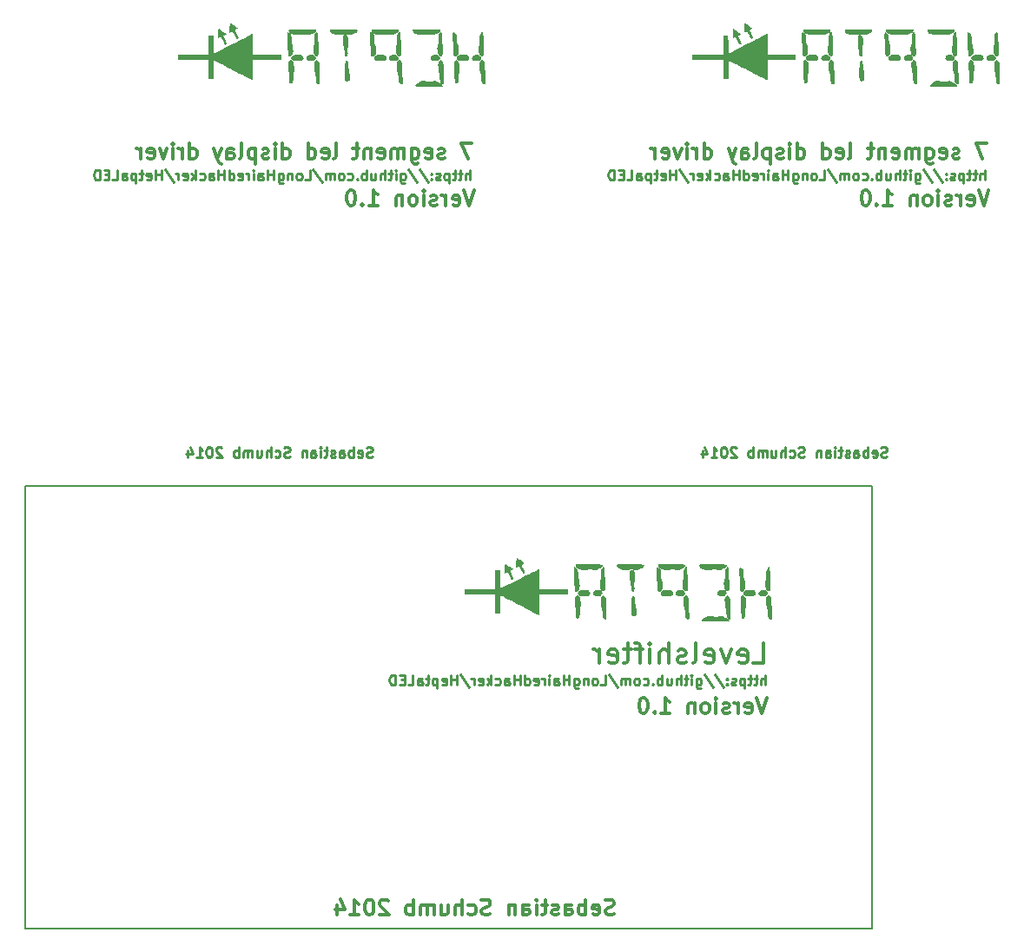
<source format=gbo>
G04 (created by PCBNEW (2013-may-18)-stable) date Thu 01 May 2014 10:55:01 PM CEST*
%MOIN*%
G04 Gerber Fmt 3.4, Leading zero omitted, Abs format*
%FSLAX34Y34*%
G01*
G70*
G90*
G04 APERTURE LIST*
%ADD10C,0.00590551*%
%ADD11C,0.011811*%
%ADD12C,0.00984252*%
%ADD13C,0.00787402*%
%ADD14C,0.0001*%
%ADD15C,0.12*%
%ADD16R,0.06X0.06*%
%ADD17C,0.06*%
%ADD18C,0.137795*%
%ADD19C,0.1437*%
%ADD20R,0.0591X0.0591*%
%ADD21C,0.0591*%
%ADD22C,0.0984252*%
%ADD23C,0.11811*%
%ADD24C,0.0689*%
%ADD25C,0.055*%
%ADD26C,0.1575*%
%ADD27R,0.1X0.1*%
%ADD28C,0.1*%
%ADD29R,0.055X0.055*%
%ADD30C,0.177165*%
G04 APERTURE END LIST*
G54D10*
G54D11*
X56375Y-22348D02*
X55982Y-22348D01*
X56235Y-22939D01*
X55335Y-22910D02*
X55279Y-22939D01*
X55166Y-22939D01*
X55110Y-22910D01*
X55082Y-22854D01*
X55082Y-22826D01*
X55110Y-22770D01*
X55166Y-22742D01*
X55250Y-22742D01*
X55307Y-22714D01*
X55335Y-22657D01*
X55335Y-22629D01*
X55307Y-22573D01*
X55250Y-22545D01*
X55166Y-22545D01*
X55110Y-22573D01*
X54604Y-22910D02*
X54660Y-22939D01*
X54772Y-22939D01*
X54829Y-22910D01*
X54857Y-22854D01*
X54857Y-22629D01*
X54829Y-22573D01*
X54772Y-22545D01*
X54660Y-22545D01*
X54604Y-22573D01*
X54575Y-22629D01*
X54575Y-22685D01*
X54857Y-22742D01*
X54069Y-22545D02*
X54069Y-23023D01*
X54097Y-23079D01*
X54126Y-23107D01*
X54182Y-23135D01*
X54266Y-23135D01*
X54322Y-23107D01*
X54069Y-22910D02*
X54126Y-22939D01*
X54238Y-22939D01*
X54294Y-22910D01*
X54322Y-22882D01*
X54351Y-22826D01*
X54351Y-22657D01*
X54322Y-22601D01*
X54294Y-22573D01*
X54238Y-22545D01*
X54126Y-22545D01*
X54069Y-22573D01*
X53788Y-22939D02*
X53788Y-22545D01*
X53788Y-22601D02*
X53760Y-22573D01*
X53704Y-22545D01*
X53619Y-22545D01*
X53563Y-22573D01*
X53535Y-22629D01*
X53535Y-22939D01*
X53535Y-22629D02*
X53507Y-22573D01*
X53451Y-22545D01*
X53366Y-22545D01*
X53310Y-22573D01*
X53282Y-22629D01*
X53282Y-22939D01*
X52776Y-22910D02*
X52832Y-22939D01*
X52944Y-22939D01*
X53001Y-22910D01*
X53029Y-22854D01*
X53029Y-22629D01*
X53001Y-22573D01*
X52944Y-22545D01*
X52832Y-22545D01*
X52776Y-22573D01*
X52748Y-22629D01*
X52748Y-22685D01*
X53029Y-22742D01*
X52494Y-22545D02*
X52494Y-22939D01*
X52494Y-22601D02*
X52466Y-22573D01*
X52410Y-22545D01*
X52326Y-22545D01*
X52270Y-22573D01*
X52241Y-22629D01*
X52241Y-22939D01*
X52045Y-22545D02*
X51820Y-22545D01*
X51960Y-22348D02*
X51960Y-22854D01*
X51932Y-22910D01*
X51876Y-22939D01*
X51820Y-22939D01*
X51088Y-22939D02*
X51145Y-22910D01*
X51173Y-22854D01*
X51173Y-22348D01*
X50638Y-22910D02*
X50695Y-22939D01*
X50807Y-22939D01*
X50863Y-22910D01*
X50892Y-22854D01*
X50892Y-22629D01*
X50863Y-22573D01*
X50807Y-22545D01*
X50695Y-22545D01*
X50638Y-22573D01*
X50610Y-22629D01*
X50610Y-22685D01*
X50892Y-22742D01*
X50104Y-22939D02*
X50104Y-22348D01*
X50104Y-22910D02*
X50160Y-22939D01*
X50273Y-22939D01*
X50329Y-22910D01*
X50357Y-22882D01*
X50385Y-22826D01*
X50385Y-22657D01*
X50357Y-22601D01*
X50329Y-22573D01*
X50273Y-22545D01*
X50160Y-22545D01*
X50104Y-22573D01*
X49120Y-22939D02*
X49120Y-22348D01*
X49120Y-22910D02*
X49176Y-22939D01*
X49289Y-22939D01*
X49345Y-22910D01*
X49373Y-22882D01*
X49401Y-22826D01*
X49401Y-22657D01*
X49373Y-22601D01*
X49345Y-22573D01*
X49289Y-22545D01*
X49176Y-22545D01*
X49120Y-22573D01*
X48839Y-22939D02*
X48839Y-22545D01*
X48839Y-22348D02*
X48867Y-22376D01*
X48839Y-22404D01*
X48811Y-22376D01*
X48839Y-22348D01*
X48839Y-22404D01*
X48586Y-22910D02*
X48529Y-22939D01*
X48417Y-22939D01*
X48361Y-22910D01*
X48333Y-22854D01*
X48333Y-22826D01*
X48361Y-22770D01*
X48417Y-22742D01*
X48501Y-22742D01*
X48557Y-22714D01*
X48586Y-22657D01*
X48586Y-22629D01*
X48557Y-22573D01*
X48501Y-22545D01*
X48417Y-22545D01*
X48361Y-22573D01*
X48079Y-22545D02*
X48079Y-23135D01*
X48079Y-22573D02*
X48023Y-22545D01*
X47911Y-22545D01*
X47854Y-22573D01*
X47826Y-22601D01*
X47798Y-22657D01*
X47798Y-22826D01*
X47826Y-22882D01*
X47854Y-22910D01*
X47911Y-22939D01*
X48023Y-22939D01*
X48079Y-22910D01*
X47461Y-22939D02*
X47517Y-22910D01*
X47545Y-22854D01*
X47545Y-22348D01*
X46983Y-22939D02*
X46983Y-22629D01*
X47011Y-22573D01*
X47067Y-22545D01*
X47180Y-22545D01*
X47236Y-22573D01*
X46983Y-22910D02*
X47039Y-22939D01*
X47180Y-22939D01*
X47236Y-22910D01*
X47264Y-22854D01*
X47264Y-22798D01*
X47236Y-22742D01*
X47180Y-22714D01*
X47039Y-22714D01*
X46983Y-22685D01*
X46758Y-22545D02*
X46617Y-22939D01*
X46476Y-22545D02*
X46617Y-22939D01*
X46673Y-23079D01*
X46701Y-23107D01*
X46758Y-23135D01*
X45548Y-22939D02*
X45548Y-22348D01*
X45548Y-22910D02*
X45605Y-22939D01*
X45717Y-22939D01*
X45773Y-22910D01*
X45802Y-22882D01*
X45830Y-22826D01*
X45830Y-22657D01*
X45802Y-22601D01*
X45773Y-22573D01*
X45717Y-22545D01*
X45605Y-22545D01*
X45548Y-22573D01*
X45267Y-22939D02*
X45267Y-22545D01*
X45267Y-22657D02*
X45239Y-22601D01*
X45211Y-22573D01*
X45155Y-22545D01*
X45099Y-22545D01*
X44902Y-22939D02*
X44902Y-22545D01*
X44902Y-22348D02*
X44930Y-22376D01*
X44902Y-22404D01*
X44874Y-22376D01*
X44902Y-22348D01*
X44902Y-22404D01*
X44677Y-22545D02*
X44536Y-22939D01*
X44396Y-22545D01*
X43946Y-22910D02*
X44002Y-22939D01*
X44114Y-22939D01*
X44171Y-22910D01*
X44199Y-22854D01*
X44199Y-22629D01*
X44171Y-22573D01*
X44114Y-22545D01*
X44002Y-22545D01*
X43946Y-22573D01*
X43917Y-22629D01*
X43917Y-22685D01*
X44199Y-22742D01*
X43664Y-22939D02*
X43664Y-22545D01*
X43664Y-22657D02*
X43636Y-22601D01*
X43608Y-22573D01*
X43552Y-22545D01*
X43496Y-22545D01*
G54D12*
X56308Y-23759D02*
X56308Y-23365D01*
X56139Y-23759D02*
X56139Y-23553D01*
X56158Y-23515D01*
X56195Y-23496D01*
X56252Y-23496D01*
X56289Y-23515D01*
X56308Y-23534D01*
X56008Y-23496D02*
X55858Y-23496D01*
X55952Y-23365D02*
X55952Y-23703D01*
X55933Y-23740D01*
X55896Y-23759D01*
X55858Y-23759D01*
X55783Y-23496D02*
X55633Y-23496D01*
X55727Y-23365D02*
X55727Y-23703D01*
X55708Y-23740D01*
X55671Y-23759D01*
X55633Y-23759D01*
X55502Y-23496D02*
X55502Y-23890D01*
X55502Y-23515D02*
X55464Y-23496D01*
X55389Y-23496D01*
X55352Y-23515D01*
X55333Y-23534D01*
X55314Y-23571D01*
X55314Y-23684D01*
X55333Y-23721D01*
X55352Y-23740D01*
X55389Y-23759D01*
X55464Y-23759D01*
X55502Y-23740D01*
X55164Y-23740D02*
X55127Y-23759D01*
X55052Y-23759D01*
X55014Y-23740D01*
X54996Y-23703D01*
X54996Y-23684D01*
X55014Y-23646D01*
X55052Y-23628D01*
X55108Y-23628D01*
X55146Y-23609D01*
X55164Y-23571D01*
X55164Y-23553D01*
X55146Y-23515D01*
X55108Y-23496D01*
X55052Y-23496D01*
X55014Y-23515D01*
X54827Y-23721D02*
X54808Y-23740D01*
X54827Y-23759D01*
X54846Y-23740D01*
X54827Y-23721D01*
X54827Y-23759D01*
X54827Y-23515D02*
X54808Y-23534D01*
X54827Y-23553D01*
X54846Y-23534D01*
X54827Y-23515D01*
X54827Y-23553D01*
X54358Y-23346D02*
X54696Y-23853D01*
X53946Y-23346D02*
X54283Y-23853D01*
X53646Y-23496D02*
X53646Y-23815D01*
X53665Y-23853D01*
X53683Y-23871D01*
X53721Y-23890D01*
X53777Y-23890D01*
X53815Y-23871D01*
X53646Y-23740D02*
X53683Y-23759D01*
X53758Y-23759D01*
X53796Y-23740D01*
X53815Y-23721D01*
X53833Y-23684D01*
X53833Y-23571D01*
X53815Y-23534D01*
X53796Y-23515D01*
X53758Y-23496D01*
X53683Y-23496D01*
X53646Y-23515D01*
X53458Y-23759D02*
X53458Y-23496D01*
X53458Y-23365D02*
X53477Y-23384D01*
X53458Y-23403D01*
X53440Y-23384D01*
X53458Y-23365D01*
X53458Y-23403D01*
X53327Y-23496D02*
X53177Y-23496D01*
X53271Y-23365D02*
X53271Y-23703D01*
X53252Y-23740D01*
X53215Y-23759D01*
X53177Y-23759D01*
X53046Y-23759D02*
X53046Y-23365D01*
X52877Y-23759D02*
X52877Y-23553D01*
X52896Y-23515D01*
X52933Y-23496D01*
X52990Y-23496D01*
X53027Y-23515D01*
X53046Y-23534D01*
X52521Y-23496D02*
X52521Y-23759D01*
X52690Y-23496D02*
X52690Y-23703D01*
X52671Y-23740D01*
X52633Y-23759D01*
X52577Y-23759D01*
X52540Y-23740D01*
X52521Y-23721D01*
X52333Y-23759D02*
X52333Y-23365D01*
X52333Y-23515D02*
X52296Y-23496D01*
X52221Y-23496D01*
X52183Y-23515D01*
X52165Y-23534D01*
X52146Y-23571D01*
X52146Y-23684D01*
X52165Y-23721D01*
X52183Y-23740D01*
X52221Y-23759D01*
X52296Y-23759D01*
X52333Y-23740D01*
X51977Y-23721D02*
X51959Y-23740D01*
X51977Y-23759D01*
X51996Y-23740D01*
X51977Y-23721D01*
X51977Y-23759D01*
X51621Y-23740D02*
X51659Y-23759D01*
X51734Y-23759D01*
X51771Y-23740D01*
X51790Y-23721D01*
X51809Y-23684D01*
X51809Y-23571D01*
X51790Y-23534D01*
X51771Y-23515D01*
X51734Y-23496D01*
X51659Y-23496D01*
X51621Y-23515D01*
X51396Y-23759D02*
X51434Y-23740D01*
X51452Y-23721D01*
X51471Y-23684D01*
X51471Y-23571D01*
X51452Y-23534D01*
X51434Y-23515D01*
X51396Y-23496D01*
X51340Y-23496D01*
X51302Y-23515D01*
X51284Y-23534D01*
X51265Y-23571D01*
X51265Y-23684D01*
X51284Y-23721D01*
X51302Y-23740D01*
X51340Y-23759D01*
X51396Y-23759D01*
X51096Y-23759D02*
X51096Y-23496D01*
X51096Y-23534D02*
X51077Y-23515D01*
X51040Y-23496D01*
X50984Y-23496D01*
X50946Y-23515D01*
X50927Y-23553D01*
X50927Y-23759D01*
X50927Y-23553D02*
X50909Y-23515D01*
X50871Y-23496D01*
X50815Y-23496D01*
X50777Y-23515D01*
X50759Y-23553D01*
X50759Y-23759D01*
X50290Y-23346D02*
X50627Y-23853D01*
X49971Y-23759D02*
X50159Y-23759D01*
X50159Y-23365D01*
X49784Y-23759D02*
X49821Y-23740D01*
X49840Y-23721D01*
X49859Y-23684D01*
X49859Y-23571D01*
X49840Y-23534D01*
X49821Y-23515D01*
X49784Y-23496D01*
X49728Y-23496D01*
X49690Y-23515D01*
X49671Y-23534D01*
X49653Y-23571D01*
X49653Y-23684D01*
X49671Y-23721D01*
X49690Y-23740D01*
X49728Y-23759D01*
X49784Y-23759D01*
X49484Y-23496D02*
X49484Y-23759D01*
X49484Y-23534D02*
X49465Y-23515D01*
X49428Y-23496D01*
X49371Y-23496D01*
X49334Y-23515D01*
X49315Y-23553D01*
X49315Y-23759D01*
X48959Y-23496D02*
X48959Y-23815D01*
X48978Y-23853D01*
X48996Y-23871D01*
X49034Y-23890D01*
X49090Y-23890D01*
X49128Y-23871D01*
X48959Y-23740D02*
X48996Y-23759D01*
X49071Y-23759D01*
X49109Y-23740D01*
X49128Y-23721D01*
X49146Y-23684D01*
X49146Y-23571D01*
X49128Y-23534D01*
X49109Y-23515D01*
X49071Y-23496D01*
X48996Y-23496D01*
X48959Y-23515D01*
X48771Y-23759D02*
X48771Y-23365D01*
X48771Y-23553D02*
X48546Y-23553D01*
X48546Y-23759D02*
X48546Y-23365D01*
X48190Y-23759D02*
X48190Y-23553D01*
X48209Y-23515D01*
X48246Y-23496D01*
X48321Y-23496D01*
X48359Y-23515D01*
X48190Y-23740D02*
X48228Y-23759D01*
X48321Y-23759D01*
X48359Y-23740D01*
X48378Y-23703D01*
X48378Y-23665D01*
X48359Y-23628D01*
X48321Y-23609D01*
X48228Y-23609D01*
X48190Y-23590D01*
X48003Y-23759D02*
X48003Y-23496D01*
X48003Y-23365D02*
X48022Y-23384D01*
X48003Y-23403D01*
X47984Y-23384D01*
X48003Y-23365D01*
X48003Y-23403D01*
X47815Y-23759D02*
X47815Y-23496D01*
X47815Y-23571D02*
X47797Y-23534D01*
X47778Y-23515D01*
X47740Y-23496D01*
X47703Y-23496D01*
X47422Y-23740D02*
X47459Y-23759D01*
X47534Y-23759D01*
X47572Y-23740D01*
X47590Y-23703D01*
X47590Y-23553D01*
X47572Y-23515D01*
X47534Y-23496D01*
X47459Y-23496D01*
X47422Y-23515D01*
X47403Y-23553D01*
X47403Y-23590D01*
X47590Y-23628D01*
X47065Y-23759D02*
X47065Y-23365D01*
X47065Y-23740D02*
X47103Y-23759D01*
X47178Y-23759D01*
X47215Y-23740D01*
X47234Y-23721D01*
X47253Y-23684D01*
X47253Y-23571D01*
X47234Y-23534D01*
X47215Y-23515D01*
X47178Y-23496D01*
X47103Y-23496D01*
X47065Y-23515D01*
X46878Y-23759D02*
X46878Y-23365D01*
X46878Y-23553D02*
X46653Y-23553D01*
X46653Y-23759D02*
X46653Y-23365D01*
X46297Y-23759D02*
X46297Y-23553D01*
X46315Y-23515D01*
X46353Y-23496D01*
X46428Y-23496D01*
X46465Y-23515D01*
X46297Y-23740D02*
X46334Y-23759D01*
X46428Y-23759D01*
X46465Y-23740D01*
X46484Y-23703D01*
X46484Y-23665D01*
X46465Y-23628D01*
X46428Y-23609D01*
X46334Y-23609D01*
X46297Y-23590D01*
X45941Y-23740D02*
X45978Y-23759D01*
X46053Y-23759D01*
X46091Y-23740D01*
X46109Y-23721D01*
X46128Y-23684D01*
X46128Y-23571D01*
X46109Y-23534D01*
X46091Y-23515D01*
X46053Y-23496D01*
X45978Y-23496D01*
X45941Y-23515D01*
X45772Y-23759D02*
X45772Y-23365D01*
X45734Y-23609D02*
X45622Y-23759D01*
X45622Y-23496D02*
X45772Y-23646D01*
X45303Y-23740D02*
X45341Y-23759D01*
X45416Y-23759D01*
X45453Y-23740D01*
X45472Y-23703D01*
X45472Y-23553D01*
X45453Y-23515D01*
X45416Y-23496D01*
X45341Y-23496D01*
X45303Y-23515D01*
X45284Y-23553D01*
X45284Y-23590D01*
X45472Y-23628D01*
X45116Y-23759D02*
X45116Y-23496D01*
X45116Y-23571D02*
X45097Y-23534D01*
X45078Y-23515D01*
X45041Y-23496D01*
X45003Y-23496D01*
X44591Y-23346D02*
X44928Y-23853D01*
X44459Y-23759D02*
X44459Y-23365D01*
X44459Y-23553D02*
X44234Y-23553D01*
X44234Y-23759D02*
X44234Y-23365D01*
X43897Y-23740D02*
X43935Y-23759D01*
X44010Y-23759D01*
X44047Y-23740D01*
X44066Y-23703D01*
X44066Y-23553D01*
X44047Y-23515D01*
X44010Y-23496D01*
X43935Y-23496D01*
X43897Y-23515D01*
X43878Y-23553D01*
X43878Y-23590D01*
X44066Y-23628D01*
X43766Y-23496D02*
X43616Y-23496D01*
X43710Y-23365D02*
X43710Y-23703D01*
X43691Y-23740D01*
X43653Y-23759D01*
X43616Y-23759D01*
X43485Y-23496D02*
X43485Y-23890D01*
X43485Y-23515D02*
X43447Y-23496D01*
X43372Y-23496D01*
X43335Y-23515D01*
X43316Y-23534D01*
X43297Y-23571D01*
X43297Y-23684D01*
X43316Y-23721D01*
X43335Y-23740D01*
X43372Y-23759D01*
X43447Y-23759D01*
X43485Y-23740D01*
X42960Y-23759D02*
X42960Y-23553D01*
X42978Y-23515D01*
X43016Y-23496D01*
X43091Y-23496D01*
X43128Y-23515D01*
X42960Y-23740D02*
X42997Y-23759D01*
X43091Y-23759D01*
X43128Y-23740D01*
X43147Y-23703D01*
X43147Y-23665D01*
X43128Y-23628D01*
X43091Y-23609D01*
X42997Y-23609D01*
X42960Y-23590D01*
X42585Y-23759D02*
X42772Y-23759D01*
X42772Y-23365D01*
X42453Y-23553D02*
X42322Y-23553D01*
X42266Y-23759D02*
X42453Y-23759D01*
X42453Y-23365D01*
X42266Y-23365D01*
X42097Y-23759D02*
X42097Y-23365D01*
X42004Y-23365D01*
X41947Y-23384D01*
X41910Y-23421D01*
X41891Y-23459D01*
X41872Y-23534D01*
X41872Y-23590D01*
X41891Y-23665D01*
X41910Y-23703D01*
X41947Y-23740D01*
X42004Y-23759D01*
X42097Y-23759D01*
X52562Y-34390D02*
X52505Y-34409D01*
X52412Y-34409D01*
X52374Y-34390D01*
X52355Y-34371D01*
X52337Y-34334D01*
X52337Y-34296D01*
X52355Y-34259D01*
X52374Y-34240D01*
X52412Y-34221D01*
X52487Y-34203D01*
X52524Y-34184D01*
X52543Y-34165D01*
X52562Y-34128D01*
X52562Y-34090D01*
X52543Y-34053D01*
X52524Y-34034D01*
X52487Y-34015D01*
X52393Y-34015D01*
X52337Y-34034D01*
X52018Y-34390D02*
X52055Y-34409D01*
X52130Y-34409D01*
X52168Y-34390D01*
X52187Y-34353D01*
X52187Y-34203D01*
X52168Y-34165D01*
X52130Y-34146D01*
X52055Y-34146D01*
X52018Y-34165D01*
X51999Y-34203D01*
X51999Y-34240D01*
X52187Y-34278D01*
X51830Y-34409D02*
X51830Y-34015D01*
X51830Y-34165D02*
X51793Y-34146D01*
X51718Y-34146D01*
X51680Y-34165D01*
X51662Y-34184D01*
X51643Y-34221D01*
X51643Y-34334D01*
X51662Y-34371D01*
X51680Y-34390D01*
X51718Y-34409D01*
X51793Y-34409D01*
X51830Y-34390D01*
X51305Y-34409D02*
X51305Y-34203D01*
X51324Y-34165D01*
X51362Y-34146D01*
X51437Y-34146D01*
X51474Y-34165D01*
X51305Y-34390D02*
X51343Y-34409D01*
X51437Y-34409D01*
X51474Y-34390D01*
X51493Y-34353D01*
X51493Y-34315D01*
X51474Y-34278D01*
X51437Y-34259D01*
X51343Y-34259D01*
X51305Y-34240D01*
X51137Y-34390D02*
X51099Y-34409D01*
X51024Y-34409D01*
X50987Y-34390D01*
X50968Y-34353D01*
X50968Y-34334D01*
X50987Y-34296D01*
X51024Y-34278D01*
X51080Y-34278D01*
X51118Y-34259D01*
X51137Y-34221D01*
X51137Y-34203D01*
X51118Y-34165D01*
X51080Y-34146D01*
X51024Y-34146D01*
X50987Y-34165D01*
X50856Y-34146D02*
X50706Y-34146D01*
X50799Y-34015D02*
X50799Y-34353D01*
X50781Y-34390D01*
X50743Y-34409D01*
X50706Y-34409D01*
X50574Y-34409D02*
X50574Y-34146D01*
X50574Y-34015D02*
X50593Y-34034D01*
X50574Y-34053D01*
X50556Y-34034D01*
X50574Y-34015D01*
X50574Y-34053D01*
X50218Y-34409D02*
X50218Y-34203D01*
X50237Y-34165D01*
X50274Y-34146D01*
X50349Y-34146D01*
X50387Y-34165D01*
X50218Y-34390D02*
X50256Y-34409D01*
X50349Y-34409D01*
X50387Y-34390D01*
X50406Y-34353D01*
X50406Y-34315D01*
X50387Y-34278D01*
X50349Y-34259D01*
X50256Y-34259D01*
X50218Y-34240D01*
X50031Y-34146D02*
X50031Y-34409D01*
X50031Y-34184D02*
X50012Y-34165D01*
X49974Y-34146D01*
X49918Y-34146D01*
X49881Y-34165D01*
X49862Y-34203D01*
X49862Y-34409D01*
X49393Y-34390D02*
X49337Y-34409D01*
X49243Y-34409D01*
X49206Y-34390D01*
X49187Y-34371D01*
X49168Y-34334D01*
X49168Y-34296D01*
X49187Y-34259D01*
X49206Y-34240D01*
X49243Y-34221D01*
X49318Y-34203D01*
X49356Y-34184D01*
X49374Y-34165D01*
X49393Y-34128D01*
X49393Y-34090D01*
X49374Y-34053D01*
X49356Y-34034D01*
X49318Y-34015D01*
X49224Y-34015D01*
X49168Y-34034D01*
X48831Y-34390D02*
X48868Y-34409D01*
X48943Y-34409D01*
X48981Y-34390D01*
X49000Y-34371D01*
X49018Y-34334D01*
X49018Y-34221D01*
X49000Y-34184D01*
X48981Y-34165D01*
X48943Y-34146D01*
X48868Y-34146D01*
X48831Y-34165D01*
X48662Y-34409D02*
X48662Y-34015D01*
X48493Y-34409D02*
X48493Y-34203D01*
X48512Y-34165D01*
X48550Y-34146D01*
X48606Y-34146D01*
X48643Y-34165D01*
X48662Y-34184D01*
X48137Y-34146D02*
X48137Y-34409D01*
X48306Y-34146D02*
X48306Y-34353D01*
X48287Y-34390D01*
X48250Y-34409D01*
X48193Y-34409D01*
X48156Y-34390D01*
X48137Y-34371D01*
X47950Y-34409D02*
X47950Y-34146D01*
X47950Y-34184D02*
X47931Y-34165D01*
X47893Y-34146D01*
X47837Y-34146D01*
X47800Y-34165D01*
X47781Y-34203D01*
X47781Y-34409D01*
X47781Y-34203D02*
X47762Y-34165D01*
X47725Y-34146D01*
X47668Y-34146D01*
X47631Y-34165D01*
X47612Y-34203D01*
X47612Y-34409D01*
X47425Y-34409D02*
X47425Y-34015D01*
X47425Y-34165D02*
X47387Y-34146D01*
X47312Y-34146D01*
X47275Y-34165D01*
X47256Y-34184D01*
X47237Y-34221D01*
X47237Y-34334D01*
X47256Y-34371D01*
X47275Y-34390D01*
X47312Y-34409D01*
X47387Y-34409D01*
X47425Y-34390D01*
X46787Y-34053D02*
X46769Y-34034D01*
X46731Y-34015D01*
X46637Y-34015D01*
X46600Y-34034D01*
X46581Y-34053D01*
X46562Y-34090D01*
X46562Y-34128D01*
X46581Y-34184D01*
X46806Y-34409D01*
X46562Y-34409D01*
X46319Y-34015D02*
X46281Y-34015D01*
X46244Y-34034D01*
X46225Y-34053D01*
X46206Y-34090D01*
X46187Y-34165D01*
X46187Y-34259D01*
X46206Y-34334D01*
X46225Y-34371D01*
X46244Y-34390D01*
X46281Y-34409D01*
X46319Y-34409D01*
X46356Y-34390D01*
X46375Y-34371D01*
X46394Y-34334D01*
X46412Y-34259D01*
X46412Y-34165D01*
X46394Y-34090D01*
X46375Y-34053D01*
X46356Y-34034D01*
X46319Y-34015D01*
X45812Y-34409D02*
X46037Y-34409D01*
X45925Y-34409D02*
X45925Y-34015D01*
X45962Y-34071D01*
X46000Y-34109D01*
X46037Y-34128D01*
X45475Y-34146D02*
X45475Y-34409D01*
X45569Y-33996D02*
X45662Y-34278D01*
X45419Y-34278D01*
G54D11*
X56474Y-24148D02*
X56277Y-24739D01*
X56080Y-24148D01*
X55659Y-24710D02*
X55715Y-24739D01*
X55827Y-24739D01*
X55884Y-24710D01*
X55912Y-24654D01*
X55912Y-24429D01*
X55884Y-24373D01*
X55827Y-24345D01*
X55715Y-24345D01*
X55659Y-24373D01*
X55631Y-24429D01*
X55631Y-24485D01*
X55912Y-24542D01*
X55377Y-24739D02*
X55377Y-24345D01*
X55377Y-24457D02*
X55349Y-24401D01*
X55321Y-24373D01*
X55265Y-24345D01*
X55209Y-24345D01*
X55040Y-24710D02*
X54984Y-24739D01*
X54871Y-24739D01*
X54815Y-24710D01*
X54787Y-24654D01*
X54787Y-24626D01*
X54815Y-24570D01*
X54871Y-24542D01*
X54956Y-24542D01*
X55012Y-24514D01*
X55040Y-24457D01*
X55040Y-24429D01*
X55012Y-24373D01*
X54956Y-24345D01*
X54871Y-24345D01*
X54815Y-24373D01*
X54534Y-24739D02*
X54534Y-24345D01*
X54534Y-24148D02*
X54562Y-24176D01*
X54534Y-24204D01*
X54506Y-24176D01*
X54534Y-24148D01*
X54534Y-24204D01*
X54168Y-24739D02*
X54224Y-24710D01*
X54253Y-24682D01*
X54281Y-24626D01*
X54281Y-24457D01*
X54253Y-24401D01*
X54224Y-24373D01*
X54168Y-24345D01*
X54084Y-24345D01*
X54028Y-24373D01*
X54000Y-24401D01*
X53971Y-24457D01*
X53971Y-24626D01*
X54000Y-24682D01*
X54028Y-24710D01*
X54084Y-24739D01*
X54168Y-24739D01*
X53718Y-24345D02*
X53718Y-24739D01*
X53718Y-24401D02*
X53690Y-24373D01*
X53634Y-24345D01*
X53550Y-24345D01*
X53493Y-24373D01*
X53465Y-24429D01*
X53465Y-24739D01*
X52425Y-24739D02*
X52762Y-24739D01*
X52593Y-24739D02*
X52593Y-24148D01*
X52650Y-24232D01*
X52706Y-24289D01*
X52762Y-24317D01*
X52172Y-24682D02*
X52143Y-24710D01*
X52172Y-24739D01*
X52200Y-24710D01*
X52172Y-24682D01*
X52172Y-24739D01*
X51778Y-24148D02*
X51722Y-24148D01*
X51665Y-24176D01*
X51637Y-24204D01*
X51609Y-24260D01*
X51581Y-24373D01*
X51581Y-24514D01*
X51609Y-24626D01*
X51637Y-24682D01*
X51665Y-24710D01*
X51722Y-24739D01*
X51778Y-24739D01*
X51834Y-24710D01*
X51862Y-24682D01*
X51890Y-24626D01*
X51919Y-24514D01*
X51919Y-24373D01*
X51890Y-24260D01*
X51862Y-24204D01*
X51834Y-24176D01*
X51778Y-24148D01*
X36724Y-24148D02*
X36527Y-24739D01*
X36330Y-24148D01*
X35909Y-24710D02*
X35965Y-24739D01*
X36077Y-24739D01*
X36134Y-24710D01*
X36162Y-24654D01*
X36162Y-24429D01*
X36134Y-24373D01*
X36077Y-24345D01*
X35965Y-24345D01*
X35909Y-24373D01*
X35881Y-24429D01*
X35881Y-24485D01*
X36162Y-24542D01*
X35627Y-24739D02*
X35627Y-24345D01*
X35627Y-24457D02*
X35599Y-24401D01*
X35571Y-24373D01*
X35515Y-24345D01*
X35459Y-24345D01*
X35290Y-24710D02*
X35234Y-24739D01*
X35121Y-24739D01*
X35065Y-24710D01*
X35037Y-24654D01*
X35037Y-24626D01*
X35065Y-24570D01*
X35121Y-24542D01*
X35206Y-24542D01*
X35262Y-24514D01*
X35290Y-24457D01*
X35290Y-24429D01*
X35262Y-24373D01*
X35206Y-24345D01*
X35121Y-24345D01*
X35065Y-24373D01*
X34784Y-24739D02*
X34784Y-24345D01*
X34784Y-24148D02*
X34812Y-24176D01*
X34784Y-24204D01*
X34756Y-24176D01*
X34784Y-24148D01*
X34784Y-24204D01*
X34418Y-24739D02*
X34474Y-24710D01*
X34503Y-24682D01*
X34531Y-24626D01*
X34531Y-24457D01*
X34503Y-24401D01*
X34474Y-24373D01*
X34418Y-24345D01*
X34334Y-24345D01*
X34278Y-24373D01*
X34250Y-24401D01*
X34221Y-24457D01*
X34221Y-24626D01*
X34250Y-24682D01*
X34278Y-24710D01*
X34334Y-24739D01*
X34418Y-24739D01*
X33968Y-24345D02*
X33968Y-24739D01*
X33968Y-24401D02*
X33940Y-24373D01*
X33884Y-24345D01*
X33800Y-24345D01*
X33743Y-24373D01*
X33715Y-24429D01*
X33715Y-24739D01*
X32675Y-24739D02*
X33012Y-24739D01*
X32843Y-24739D02*
X32843Y-24148D01*
X32900Y-24232D01*
X32956Y-24289D01*
X33012Y-24317D01*
X32422Y-24682D02*
X32393Y-24710D01*
X32422Y-24739D01*
X32450Y-24710D01*
X32422Y-24682D01*
X32422Y-24739D01*
X32028Y-24148D02*
X31972Y-24148D01*
X31915Y-24176D01*
X31887Y-24204D01*
X31859Y-24260D01*
X31831Y-24373D01*
X31831Y-24514D01*
X31859Y-24626D01*
X31887Y-24682D01*
X31915Y-24710D01*
X31972Y-24739D01*
X32028Y-24739D01*
X32084Y-24710D01*
X32112Y-24682D01*
X32140Y-24626D01*
X32169Y-24514D01*
X32169Y-24373D01*
X32140Y-24260D01*
X32112Y-24204D01*
X32084Y-24176D01*
X32028Y-24148D01*
G54D12*
X32812Y-34390D02*
X32755Y-34409D01*
X32662Y-34409D01*
X32624Y-34390D01*
X32605Y-34371D01*
X32587Y-34334D01*
X32587Y-34296D01*
X32605Y-34259D01*
X32624Y-34240D01*
X32662Y-34221D01*
X32737Y-34203D01*
X32774Y-34184D01*
X32793Y-34165D01*
X32812Y-34128D01*
X32812Y-34090D01*
X32793Y-34053D01*
X32774Y-34034D01*
X32737Y-34015D01*
X32643Y-34015D01*
X32587Y-34034D01*
X32268Y-34390D02*
X32305Y-34409D01*
X32380Y-34409D01*
X32418Y-34390D01*
X32437Y-34353D01*
X32437Y-34203D01*
X32418Y-34165D01*
X32380Y-34146D01*
X32305Y-34146D01*
X32268Y-34165D01*
X32249Y-34203D01*
X32249Y-34240D01*
X32437Y-34278D01*
X32080Y-34409D02*
X32080Y-34015D01*
X32080Y-34165D02*
X32043Y-34146D01*
X31968Y-34146D01*
X31930Y-34165D01*
X31912Y-34184D01*
X31893Y-34221D01*
X31893Y-34334D01*
X31912Y-34371D01*
X31930Y-34390D01*
X31968Y-34409D01*
X32043Y-34409D01*
X32080Y-34390D01*
X31555Y-34409D02*
X31555Y-34203D01*
X31574Y-34165D01*
X31612Y-34146D01*
X31687Y-34146D01*
X31724Y-34165D01*
X31555Y-34390D02*
X31593Y-34409D01*
X31687Y-34409D01*
X31724Y-34390D01*
X31743Y-34353D01*
X31743Y-34315D01*
X31724Y-34278D01*
X31687Y-34259D01*
X31593Y-34259D01*
X31555Y-34240D01*
X31387Y-34390D02*
X31349Y-34409D01*
X31274Y-34409D01*
X31237Y-34390D01*
X31218Y-34353D01*
X31218Y-34334D01*
X31237Y-34296D01*
X31274Y-34278D01*
X31330Y-34278D01*
X31368Y-34259D01*
X31387Y-34221D01*
X31387Y-34203D01*
X31368Y-34165D01*
X31330Y-34146D01*
X31274Y-34146D01*
X31237Y-34165D01*
X31106Y-34146D02*
X30956Y-34146D01*
X31049Y-34015D02*
X31049Y-34353D01*
X31031Y-34390D01*
X30993Y-34409D01*
X30956Y-34409D01*
X30824Y-34409D02*
X30824Y-34146D01*
X30824Y-34015D02*
X30843Y-34034D01*
X30824Y-34053D01*
X30806Y-34034D01*
X30824Y-34015D01*
X30824Y-34053D01*
X30468Y-34409D02*
X30468Y-34203D01*
X30487Y-34165D01*
X30524Y-34146D01*
X30599Y-34146D01*
X30637Y-34165D01*
X30468Y-34390D02*
X30506Y-34409D01*
X30599Y-34409D01*
X30637Y-34390D01*
X30656Y-34353D01*
X30656Y-34315D01*
X30637Y-34278D01*
X30599Y-34259D01*
X30506Y-34259D01*
X30468Y-34240D01*
X30281Y-34146D02*
X30281Y-34409D01*
X30281Y-34184D02*
X30262Y-34165D01*
X30224Y-34146D01*
X30168Y-34146D01*
X30131Y-34165D01*
X30112Y-34203D01*
X30112Y-34409D01*
X29643Y-34390D02*
X29587Y-34409D01*
X29493Y-34409D01*
X29456Y-34390D01*
X29437Y-34371D01*
X29418Y-34334D01*
X29418Y-34296D01*
X29437Y-34259D01*
X29456Y-34240D01*
X29493Y-34221D01*
X29568Y-34203D01*
X29606Y-34184D01*
X29624Y-34165D01*
X29643Y-34128D01*
X29643Y-34090D01*
X29624Y-34053D01*
X29606Y-34034D01*
X29568Y-34015D01*
X29474Y-34015D01*
X29418Y-34034D01*
X29081Y-34390D02*
X29118Y-34409D01*
X29193Y-34409D01*
X29231Y-34390D01*
X29250Y-34371D01*
X29268Y-34334D01*
X29268Y-34221D01*
X29250Y-34184D01*
X29231Y-34165D01*
X29193Y-34146D01*
X29118Y-34146D01*
X29081Y-34165D01*
X28912Y-34409D02*
X28912Y-34015D01*
X28743Y-34409D02*
X28743Y-34203D01*
X28762Y-34165D01*
X28800Y-34146D01*
X28856Y-34146D01*
X28893Y-34165D01*
X28912Y-34184D01*
X28387Y-34146D02*
X28387Y-34409D01*
X28556Y-34146D02*
X28556Y-34353D01*
X28537Y-34390D01*
X28500Y-34409D01*
X28443Y-34409D01*
X28406Y-34390D01*
X28387Y-34371D01*
X28200Y-34409D02*
X28200Y-34146D01*
X28200Y-34184D02*
X28181Y-34165D01*
X28143Y-34146D01*
X28087Y-34146D01*
X28050Y-34165D01*
X28031Y-34203D01*
X28031Y-34409D01*
X28031Y-34203D02*
X28012Y-34165D01*
X27975Y-34146D01*
X27918Y-34146D01*
X27881Y-34165D01*
X27862Y-34203D01*
X27862Y-34409D01*
X27675Y-34409D02*
X27675Y-34015D01*
X27675Y-34165D02*
X27637Y-34146D01*
X27562Y-34146D01*
X27525Y-34165D01*
X27506Y-34184D01*
X27487Y-34221D01*
X27487Y-34334D01*
X27506Y-34371D01*
X27525Y-34390D01*
X27562Y-34409D01*
X27637Y-34409D01*
X27675Y-34390D01*
X27037Y-34053D02*
X27019Y-34034D01*
X26981Y-34015D01*
X26887Y-34015D01*
X26850Y-34034D01*
X26831Y-34053D01*
X26812Y-34090D01*
X26812Y-34128D01*
X26831Y-34184D01*
X27056Y-34409D01*
X26812Y-34409D01*
X26569Y-34015D02*
X26531Y-34015D01*
X26494Y-34034D01*
X26475Y-34053D01*
X26456Y-34090D01*
X26437Y-34165D01*
X26437Y-34259D01*
X26456Y-34334D01*
X26475Y-34371D01*
X26494Y-34390D01*
X26531Y-34409D01*
X26569Y-34409D01*
X26606Y-34390D01*
X26625Y-34371D01*
X26644Y-34334D01*
X26662Y-34259D01*
X26662Y-34165D01*
X26644Y-34090D01*
X26625Y-34053D01*
X26606Y-34034D01*
X26569Y-34015D01*
X26062Y-34409D02*
X26287Y-34409D01*
X26175Y-34409D02*
X26175Y-34015D01*
X26212Y-34071D01*
X26250Y-34109D01*
X26287Y-34128D01*
X25725Y-34146D02*
X25725Y-34409D01*
X25819Y-33996D02*
X25912Y-34278D01*
X25669Y-34278D01*
X36558Y-23759D02*
X36558Y-23365D01*
X36389Y-23759D02*
X36389Y-23553D01*
X36408Y-23515D01*
X36445Y-23496D01*
X36502Y-23496D01*
X36539Y-23515D01*
X36558Y-23534D01*
X36258Y-23496D02*
X36108Y-23496D01*
X36202Y-23365D02*
X36202Y-23703D01*
X36183Y-23740D01*
X36146Y-23759D01*
X36108Y-23759D01*
X36033Y-23496D02*
X35883Y-23496D01*
X35977Y-23365D02*
X35977Y-23703D01*
X35958Y-23740D01*
X35921Y-23759D01*
X35883Y-23759D01*
X35752Y-23496D02*
X35752Y-23890D01*
X35752Y-23515D02*
X35714Y-23496D01*
X35639Y-23496D01*
X35602Y-23515D01*
X35583Y-23534D01*
X35564Y-23571D01*
X35564Y-23684D01*
X35583Y-23721D01*
X35602Y-23740D01*
X35639Y-23759D01*
X35714Y-23759D01*
X35752Y-23740D01*
X35414Y-23740D02*
X35377Y-23759D01*
X35302Y-23759D01*
X35264Y-23740D01*
X35246Y-23703D01*
X35246Y-23684D01*
X35264Y-23646D01*
X35302Y-23628D01*
X35358Y-23628D01*
X35396Y-23609D01*
X35414Y-23571D01*
X35414Y-23553D01*
X35396Y-23515D01*
X35358Y-23496D01*
X35302Y-23496D01*
X35264Y-23515D01*
X35077Y-23721D02*
X35058Y-23740D01*
X35077Y-23759D01*
X35096Y-23740D01*
X35077Y-23721D01*
X35077Y-23759D01*
X35077Y-23515D02*
X35058Y-23534D01*
X35077Y-23553D01*
X35096Y-23534D01*
X35077Y-23515D01*
X35077Y-23553D01*
X34608Y-23346D02*
X34946Y-23853D01*
X34196Y-23346D02*
X34533Y-23853D01*
X33896Y-23496D02*
X33896Y-23815D01*
X33915Y-23853D01*
X33933Y-23871D01*
X33971Y-23890D01*
X34027Y-23890D01*
X34065Y-23871D01*
X33896Y-23740D02*
X33933Y-23759D01*
X34008Y-23759D01*
X34046Y-23740D01*
X34065Y-23721D01*
X34083Y-23684D01*
X34083Y-23571D01*
X34065Y-23534D01*
X34046Y-23515D01*
X34008Y-23496D01*
X33933Y-23496D01*
X33896Y-23515D01*
X33708Y-23759D02*
X33708Y-23496D01*
X33708Y-23365D02*
X33727Y-23384D01*
X33708Y-23403D01*
X33690Y-23384D01*
X33708Y-23365D01*
X33708Y-23403D01*
X33577Y-23496D02*
X33427Y-23496D01*
X33521Y-23365D02*
X33521Y-23703D01*
X33502Y-23740D01*
X33465Y-23759D01*
X33427Y-23759D01*
X33296Y-23759D02*
X33296Y-23365D01*
X33127Y-23759D02*
X33127Y-23553D01*
X33146Y-23515D01*
X33183Y-23496D01*
X33240Y-23496D01*
X33277Y-23515D01*
X33296Y-23534D01*
X32771Y-23496D02*
X32771Y-23759D01*
X32940Y-23496D02*
X32940Y-23703D01*
X32921Y-23740D01*
X32883Y-23759D01*
X32827Y-23759D01*
X32790Y-23740D01*
X32771Y-23721D01*
X32583Y-23759D02*
X32583Y-23365D01*
X32583Y-23515D02*
X32546Y-23496D01*
X32471Y-23496D01*
X32433Y-23515D01*
X32415Y-23534D01*
X32396Y-23571D01*
X32396Y-23684D01*
X32415Y-23721D01*
X32433Y-23740D01*
X32471Y-23759D01*
X32546Y-23759D01*
X32583Y-23740D01*
X32227Y-23721D02*
X32209Y-23740D01*
X32227Y-23759D01*
X32246Y-23740D01*
X32227Y-23721D01*
X32227Y-23759D01*
X31871Y-23740D02*
X31909Y-23759D01*
X31984Y-23759D01*
X32021Y-23740D01*
X32040Y-23721D01*
X32059Y-23684D01*
X32059Y-23571D01*
X32040Y-23534D01*
X32021Y-23515D01*
X31984Y-23496D01*
X31909Y-23496D01*
X31871Y-23515D01*
X31646Y-23759D02*
X31684Y-23740D01*
X31702Y-23721D01*
X31721Y-23684D01*
X31721Y-23571D01*
X31702Y-23534D01*
X31684Y-23515D01*
X31646Y-23496D01*
X31590Y-23496D01*
X31552Y-23515D01*
X31534Y-23534D01*
X31515Y-23571D01*
X31515Y-23684D01*
X31534Y-23721D01*
X31552Y-23740D01*
X31590Y-23759D01*
X31646Y-23759D01*
X31346Y-23759D02*
X31346Y-23496D01*
X31346Y-23534D02*
X31327Y-23515D01*
X31290Y-23496D01*
X31234Y-23496D01*
X31196Y-23515D01*
X31177Y-23553D01*
X31177Y-23759D01*
X31177Y-23553D02*
X31159Y-23515D01*
X31121Y-23496D01*
X31065Y-23496D01*
X31027Y-23515D01*
X31009Y-23553D01*
X31009Y-23759D01*
X30540Y-23346D02*
X30877Y-23853D01*
X30221Y-23759D02*
X30409Y-23759D01*
X30409Y-23365D01*
X30034Y-23759D02*
X30071Y-23740D01*
X30090Y-23721D01*
X30109Y-23684D01*
X30109Y-23571D01*
X30090Y-23534D01*
X30071Y-23515D01*
X30034Y-23496D01*
X29978Y-23496D01*
X29940Y-23515D01*
X29921Y-23534D01*
X29903Y-23571D01*
X29903Y-23684D01*
X29921Y-23721D01*
X29940Y-23740D01*
X29978Y-23759D01*
X30034Y-23759D01*
X29734Y-23496D02*
X29734Y-23759D01*
X29734Y-23534D02*
X29715Y-23515D01*
X29678Y-23496D01*
X29621Y-23496D01*
X29584Y-23515D01*
X29565Y-23553D01*
X29565Y-23759D01*
X29209Y-23496D02*
X29209Y-23815D01*
X29228Y-23853D01*
X29246Y-23871D01*
X29284Y-23890D01*
X29340Y-23890D01*
X29378Y-23871D01*
X29209Y-23740D02*
X29246Y-23759D01*
X29321Y-23759D01*
X29359Y-23740D01*
X29378Y-23721D01*
X29396Y-23684D01*
X29396Y-23571D01*
X29378Y-23534D01*
X29359Y-23515D01*
X29321Y-23496D01*
X29246Y-23496D01*
X29209Y-23515D01*
X29021Y-23759D02*
X29021Y-23365D01*
X29021Y-23553D02*
X28796Y-23553D01*
X28796Y-23759D02*
X28796Y-23365D01*
X28440Y-23759D02*
X28440Y-23553D01*
X28459Y-23515D01*
X28496Y-23496D01*
X28571Y-23496D01*
X28609Y-23515D01*
X28440Y-23740D02*
X28478Y-23759D01*
X28571Y-23759D01*
X28609Y-23740D01*
X28628Y-23703D01*
X28628Y-23665D01*
X28609Y-23628D01*
X28571Y-23609D01*
X28478Y-23609D01*
X28440Y-23590D01*
X28253Y-23759D02*
X28253Y-23496D01*
X28253Y-23365D02*
X28272Y-23384D01*
X28253Y-23403D01*
X28234Y-23384D01*
X28253Y-23365D01*
X28253Y-23403D01*
X28065Y-23759D02*
X28065Y-23496D01*
X28065Y-23571D02*
X28047Y-23534D01*
X28028Y-23515D01*
X27990Y-23496D01*
X27953Y-23496D01*
X27672Y-23740D02*
X27709Y-23759D01*
X27784Y-23759D01*
X27822Y-23740D01*
X27840Y-23703D01*
X27840Y-23553D01*
X27822Y-23515D01*
X27784Y-23496D01*
X27709Y-23496D01*
X27672Y-23515D01*
X27653Y-23553D01*
X27653Y-23590D01*
X27840Y-23628D01*
X27315Y-23759D02*
X27315Y-23365D01*
X27315Y-23740D02*
X27353Y-23759D01*
X27428Y-23759D01*
X27465Y-23740D01*
X27484Y-23721D01*
X27503Y-23684D01*
X27503Y-23571D01*
X27484Y-23534D01*
X27465Y-23515D01*
X27428Y-23496D01*
X27353Y-23496D01*
X27315Y-23515D01*
X27128Y-23759D02*
X27128Y-23365D01*
X27128Y-23553D02*
X26903Y-23553D01*
X26903Y-23759D02*
X26903Y-23365D01*
X26547Y-23759D02*
X26547Y-23553D01*
X26565Y-23515D01*
X26603Y-23496D01*
X26678Y-23496D01*
X26715Y-23515D01*
X26547Y-23740D02*
X26584Y-23759D01*
X26678Y-23759D01*
X26715Y-23740D01*
X26734Y-23703D01*
X26734Y-23665D01*
X26715Y-23628D01*
X26678Y-23609D01*
X26584Y-23609D01*
X26547Y-23590D01*
X26191Y-23740D02*
X26228Y-23759D01*
X26303Y-23759D01*
X26341Y-23740D01*
X26359Y-23721D01*
X26378Y-23684D01*
X26378Y-23571D01*
X26359Y-23534D01*
X26341Y-23515D01*
X26303Y-23496D01*
X26228Y-23496D01*
X26191Y-23515D01*
X26022Y-23759D02*
X26022Y-23365D01*
X25984Y-23609D02*
X25872Y-23759D01*
X25872Y-23496D02*
X26022Y-23646D01*
X25553Y-23740D02*
X25591Y-23759D01*
X25666Y-23759D01*
X25703Y-23740D01*
X25722Y-23703D01*
X25722Y-23553D01*
X25703Y-23515D01*
X25666Y-23496D01*
X25591Y-23496D01*
X25553Y-23515D01*
X25534Y-23553D01*
X25534Y-23590D01*
X25722Y-23628D01*
X25366Y-23759D02*
X25366Y-23496D01*
X25366Y-23571D02*
X25347Y-23534D01*
X25328Y-23515D01*
X25291Y-23496D01*
X25253Y-23496D01*
X24841Y-23346D02*
X25178Y-23853D01*
X24709Y-23759D02*
X24709Y-23365D01*
X24709Y-23553D02*
X24484Y-23553D01*
X24484Y-23759D02*
X24484Y-23365D01*
X24147Y-23740D02*
X24185Y-23759D01*
X24260Y-23759D01*
X24297Y-23740D01*
X24316Y-23703D01*
X24316Y-23553D01*
X24297Y-23515D01*
X24260Y-23496D01*
X24185Y-23496D01*
X24147Y-23515D01*
X24128Y-23553D01*
X24128Y-23590D01*
X24316Y-23628D01*
X24016Y-23496D02*
X23866Y-23496D01*
X23960Y-23365D02*
X23960Y-23703D01*
X23941Y-23740D01*
X23903Y-23759D01*
X23866Y-23759D01*
X23735Y-23496D02*
X23735Y-23890D01*
X23735Y-23515D02*
X23697Y-23496D01*
X23622Y-23496D01*
X23585Y-23515D01*
X23566Y-23534D01*
X23547Y-23571D01*
X23547Y-23684D01*
X23566Y-23721D01*
X23585Y-23740D01*
X23622Y-23759D01*
X23697Y-23759D01*
X23735Y-23740D01*
X23210Y-23759D02*
X23210Y-23553D01*
X23228Y-23515D01*
X23266Y-23496D01*
X23341Y-23496D01*
X23378Y-23515D01*
X23210Y-23740D02*
X23247Y-23759D01*
X23341Y-23759D01*
X23378Y-23740D01*
X23397Y-23703D01*
X23397Y-23665D01*
X23378Y-23628D01*
X23341Y-23609D01*
X23247Y-23609D01*
X23210Y-23590D01*
X22835Y-23759D02*
X23022Y-23759D01*
X23022Y-23365D01*
X22703Y-23553D02*
X22572Y-23553D01*
X22516Y-23759D02*
X22703Y-23759D01*
X22703Y-23365D01*
X22516Y-23365D01*
X22347Y-23759D02*
X22347Y-23365D01*
X22254Y-23365D01*
X22197Y-23384D01*
X22160Y-23421D01*
X22141Y-23459D01*
X22122Y-23534D01*
X22122Y-23590D01*
X22141Y-23665D01*
X22160Y-23703D01*
X22197Y-23740D01*
X22254Y-23759D01*
X22347Y-23759D01*
G54D11*
X36625Y-22348D02*
X36232Y-22348D01*
X36485Y-22939D01*
X35585Y-22910D02*
X35529Y-22939D01*
X35416Y-22939D01*
X35360Y-22910D01*
X35332Y-22854D01*
X35332Y-22826D01*
X35360Y-22770D01*
X35416Y-22742D01*
X35500Y-22742D01*
X35557Y-22714D01*
X35585Y-22657D01*
X35585Y-22629D01*
X35557Y-22573D01*
X35500Y-22545D01*
X35416Y-22545D01*
X35360Y-22573D01*
X34854Y-22910D02*
X34910Y-22939D01*
X35022Y-22939D01*
X35079Y-22910D01*
X35107Y-22854D01*
X35107Y-22629D01*
X35079Y-22573D01*
X35022Y-22545D01*
X34910Y-22545D01*
X34854Y-22573D01*
X34825Y-22629D01*
X34825Y-22685D01*
X35107Y-22742D01*
X34319Y-22545D02*
X34319Y-23023D01*
X34347Y-23079D01*
X34376Y-23107D01*
X34432Y-23135D01*
X34516Y-23135D01*
X34572Y-23107D01*
X34319Y-22910D02*
X34376Y-22939D01*
X34488Y-22939D01*
X34544Y-22910D01*
X34572Y-22882D01*
X34601Y-22826D01*
X34601Y-22657D01*
X34572Y-22601D01*
X34544Y-22573D01*
X34488Y-22545D01*
X34376Y-22545D01*
X34319Y-22573D01*
X34038Y-22939D02*
X34038Y-22545D01*
X34038Y-22601D02*
X34010Y-22573D01*
X33954Y-22545D01*
X33869Y-22545D01*
X33813Y-22573D01*
X33785Y-22629D01*
X33785Y-22939D01*
X33785Y-22629D02*
X33757Y-22573D01*
X33701Y-22545D01*
X33616Y-22545D01*
X33560Y-22573D01*
X33532Y-22629D01*
X33532Y-22939D01*
X33026Y-22910D02*
X33082Y-22939D01*
X33194Y-22939D01*
X33251Y-22910D01*
X33279Y-22854D01*
X33279Y-22629D01*
X33251Y-22573D01*
X33194Y-22545D01*
X33082Y-22545D01*
X33026Y-22573D01*
X32998Y-22629D01*
X32998Y-22685D01*
X33279Y-22742D01*
X32744Y-22545D02*
X32744Y-22939D01*
X32744Y-22601D02*
X32716Y-22573D01*
X32660Y-22545D01*
X32576Y-22545D01*
X32520Y-22573D01*
X32491Y-22629D01*
X32491Y-22939D01*
X32295Y-22545D02*
X32070Y-22545D01*
X32210Y-22348D02*
X32210Y-22854D01*
X32182Y-22910D01*
X32126Y-22939D01*
X32070Y-22939D01*
X31338Y-22939D02*
X31395Y-22910D01*
X31423Y-22854D01*
X31423Y-22348D01*
X30888Y-22910D02*
X30945Y-22939D01*
X31057Y-22939D01*
X31113Y-22910D01*
X31142Y-22854D01*
X31142Y-22629D01*
X31113Y-22573D01*
X31057Y-22545D01*
X30945Y-22545D01*
X30888Y-22573D01*
X30860Y-22629D01*
X30860Y-22685D01*
X31142Y-22742D01*
X30354Y-22939D02*
X30354Y-22348D01*
X30354Y-22910D02*
X30410Y-22939D01*
X30523Y-22939D01*
X30579Y-22910D01*
X30607Y-22882D01*
X30635Y-22826D01*
X30635Y-22657D01*
X30607Y-22601D01*
X30579Y-22573D01*
X30523Y-22545D01*
X30410Y-22545D01*
X30354Y-22573D01*
X29370Y-22939D02*
X29370Y-22348D01*
X29370Y-22910D02*
X29426Y-22939D01*
X29539Y-22939D01*
X29595Y-22910D01*
X29623Y-22882D01*
X29651Y-22826D01*
X29651Y-22657D01*
X29623Y-22601D01*
X29595Y-22573D01*
X29539Y-22545D01*
X29426Y-22545D01*
X29370Y-22573D01*
X29089Y-22939D02*
X29089Y-22545D01*
X29089Y-22348D02*
X29117Y-22376D01*
X29089Y-22404D01*
X29061Y-22376D01*
X29089Y-22348D01*
X29089Y-22404D01*
X28836Y-22910D02*
X28779Y-22939D01*
X28667Y-22939D01*
X28611Y-22910D01*
X28583Y-22854D01*
X28583Y-22826D01*
X28611Y-22770D01*
X28667Y-22742D01*
X28751Y-22742D01*
X28807Y-22714D01*
X28836Y-22657D01*
X28836Y-22629D01*
X28807Y-22573D01*
X28751Y-22545D01*
X28667Y-22545D01*
X28611Y-22573D01*
X28329Y-22545D02*
X28329Y-23135D01*
X28329Y-22573D02*
X28273Y-22545D01*
X28161Y-22545D01*
X28104Y-22573D01*
X28076Y-22601D01*
X28048Y-22657D01*
X28048Y-22826D01*
X28076Y-22882D01*
X28104Y-22910D01*
X28161Y-22939D01*
X28273Y-22939D01*
X28329Y-22910D01*
X27711Y-22939D02*
X27767Y-22910D01*
X27795Y-22854D01*
X27795Y-22348D01*
X27233Y-22939D02*
X27233Y-22629D01*
X27261Y-22573D01*
X27317Y-22545D01*
X27430Y-22545D01*
X27486Y-22573D01*
X27233Y-22910D02*
X27289Y-22939D01*
X27430Y-22939D01*
X27486Y-22910D01*
X27514Y-22854D01*
X27514Y-22798D01*
X27486Y-22742D01*
X27430Y-22714D01*
X27289Y-22714D01*
X27233Y-22685D01*
X27008Y-22545D02*
X26867Y-22939D01*
X26726Y-22545D02*
X26867Y-22939D01*
X26923Y-23079D01*
X26951Y-23107D01*
X27008Y-23135D01*
X25798Y-22939D02*
X25798Y-22348D01*
X25798Y-22910D02*
X25855Y-22939D01*
X25967Y-22939D01*
X26023Y-22910D01*
X26052Y-22882D01*
X26080Y-22826D01*
X26080Y-22657D01*
X26052Y-22601D01*
X26023Y-22573D01*
X25967Y-22545D01*
X25855Y-22545D01*
X25798Y-22573D01*
X25517Y-22939D02*
X25517Y-22545D01*
X25517Y-22657D02*
X25489Y-22601D01*
X25461Y-22573D01*
X25405Y-22545D01*
X25349Y-22545D01*
X25152Y-22939D02*
X25152Y-22545D01*
X25152Y-22348D02*
X25180Y-22376D01*
X25152Y-22404D01*
X25124Y-22376D01*
X25152Y-22348D01*
X25152Y-22404D01*
X24927Y-22545D02*
X24786Y-22939D01*
X24646Y-22545D01*
X24196Y-22910D02*
X24252Y-22939D01*
X24364Y-22939D01*
X24421Y-22910D01*
X24449Y-22854D01*
X24449Y-22629D01*
X24421Y-22573D01*
X24364Y-22545D01*
X24252Y-22545D01*
X24196Y-22573D01*
X24167Y-22629D01*
X24167Y-22685D01*
X24449Y-22742D01*
X23914Y-22939D02*
X23914Y-22545D01*
X23914Y-22657D02*
X23886Y-22601D01*
X23858Y-22573D01*
X23802Y-22545D01*
X23746Y-22545D01*
X42093Y-51960D02*
X42008Y-51989D01*
X41868Y-51989D01*
X41811Y-51960D01*
X41783Y-51932D01*
X41755Y-51876D01*
X41755Y-51820D01*
X41783Y-51764D01*
X41811Y-51735D01*
X41868Y-51707D01*
X41980Y-51679D01*
X42036Y-51651D01*
X42064Y-51623D01*
X42093Y-51567D01*
X42093Y-51510D01*
X42064Y-51454D01*
X42036Y-51426D01*
X41980Y-51398D01*
X41839Y-51398D01*
X41755Y-51426D01*
X41277Y-51960D02*
X41333Y-51989D01*
X41446Y-51989D01*
X41502Y-51960D01*
X41530Y-51904D01*
X41530Y-51679D01*
X41502Y-51623D01*
X41446Y-51595D01*
X41333Y-51595D01*
X41277Y-51623D01*
X41249Y-51679D01*
X41249Y-51735D01*
X41530Y-51792D01*
X40996Y-51989D02*
X40996Y-51398D01*
X40996Y-51623D02*
X40940Y-51595D01*
X40827Y-51595D01*
X40771Y-51623D01*
X40743Y-51651D01*
X40715Y-51707D01*
X40715Y-51876D01*
X40743Y-51932D01*
X40771Y-51960D01*
X40827Y-51989D01*
X40940Y-51989D01*
X40996Y-51960D01*
X40208Y-51989D02*
X40208Y-51679D01*
X40237Y-51623D01*
X40293Y-51595D01*
X40405Y-51595D01*
X40462Y-51623D01*
X40208Y-51960D02*
X40265Y-51989D01*
X40405Y-51989D01*
X40462Y-51960D01*
X40490Y-51904D01*
X40490Y-51848D01*
X40462Y-51792D01*
X40405Y-51764D01*
X40265Y-51764D01*
X40208Y-51735D01*
X39955Y-51960D02*
X39899Y-51989D01*
X39787Y-51989D01*
X39730Y-51960D01*
X39702Y-51904D01*
X39702Y-51876D01*
X39730Y-51820D01*
X39787Y-51792D01*
X39871Y-51792D01*
X39927Y-51764D01*
X39955Y-51707D01*
X39955Y-51679D01*
X39927Y-51623D01*
X39871Y-51595D01*
X39787Y-51595D01*
X39730Y-51623D01*
X39534Y-51595D02*
X39309Y-51595D01*
X39449Y-51398D02*
X39449Y-51904D01*
X39421Y-51960D01*
X39365Y-51989D01*
X39309Y-51989D01*
X39112Y-51989D02*
X39112Y-51595D01*
X39112Y-51398D02*
X39140Y-51426D01*
X39112Y-51454D01*
X39084Y-51426D01*
X39112Y-51398D01*
X39112Y-51454D01*
X38577Y-51989D02*
X38577Y-51679D01*
X38606Y-51623D01*
X38662Y-51595D01*
X38774Y-51595D01*
X38830Y-51623D01*
X38577Y-51960D02*
X38634Y-51989D01*
X38774Y-51989D01*
X38830Y-51960D01*
X38859Y-51904D01*
X38859Y-51848D01*
X38830Y-51792D01*
X38774Y-51764D01*
X38634Y-51764D01*
X38577Y-51735D01*
X38296Y-51595D02*
X38296Y-51989D01*
X38296Y-51651D02*
X38268Y-51623D01*
X38212Y-51595D01*
X38127Y-51595D01*
X38071Y-51623D01*
X38043Y-51679D01*
X38043Y-51989D01*
X37340Y-51960D02*
X37256Y-51989D01*
X37115Y-51989D01*
X37059Y-51960D01*
X37031Y-51932D01*
X37003Y-51876D01*
X37003Y-51820D01*
X37031Y-51764D01*
X37059Y-51735D01*
X37115Y-51707D01*
X37228Y-51679D01*
X37284Y-51651D01*
X37312Y-51623D01*
X37340Y-51567D01*
X37340Y-51510D01*
X37312Y-51454D01*
X37284Y-51426D01*
X37228Y-51398D01*
X37087Y-51398D01*
X37003Y-51426D01*
X36496Y-51960D02*
X36553Y-51989D01*
X36665Y-51989D01*
X36721Y-51960D01*
X36749Y-51932D01*
X36778Y-51876D01*
X36778Y-51707D01*
X36749Y-51651D01*
X36721Y-51623D01*
X36665Y-51595D01*
X36553Y-51595D01*
X36496Y-51623D01*
X36243Y-51989D02*
X36243Y-51398D01*
X35990Y-51989D02*
X35990Y-51679D01*
X36018Y-51623D01*
X36075Y-51595D01*
X36159Y-51595D01*
X36215Y-51623D01*
X36243Y-51651D01*
X35456Y-51595D02*
X35456Y-51989D01*
X35709Y-51595D02*
X35709Y-51904D01*
X35681Y-51960D01*
X35625Y-51989D01*
X35540Y-51989D01*
X35484Y-51960D01*
X35456Y-51932D01*
X35175Y-51989D02*
X35175Y-51595D01*
X35175Y-51651D02*
X35147Y-51623D01*
X35090Y-51595D01*
X35006Y-51595D01*
X34950Y-51623D01*
X34922Y-51679D01*
X34922Y-51989D01*
X34922Y-51679D02*
X34893Y-51623D01*
X34837Y-51595D01*
X34753Y-51595D01*
X34697Y-51623D01*
X34669Y-51679D01*
X34669Y-51989D01*
X34387Y-51989D02*
X34387Y-51398D01*
X34387Y-51623D02*
X34331Y-51595D01*
X34219Y-51595D01*
X34162Y-51623D01*
X34134Y-51651D01*
X34106Y-51707D01*
X34106Y-51876D01*
X34134Y-51932D01*
X34162Y-51960D01*
X34219Y-51989D01*
X34331Y-51989D01*
X34387Y-51960D01*
X33431Y-51454D02*
X33403Y-51426D01*
X33347Y-51398D01*
X33206Y-51398D01*
X33150Y-51426D01*
X33122Y-51454D01*
X33094Y-51510D01*
X33094Y-51567D01*
X33122Y-51651D01*
X33459Y-51989D01*
X33094Y-51989D01*
X32728Y-51398D02*
X32672Y-51398D01*
X32616Y-51426D01*
X32588Y-51454D01*
X32559Y-51510D01*
X32531Y-51623D01*
X32531Y-51764D01*
X32559Y-51876D01*
X32588Y-51932D01*
X32616Y-51960D01*
X32672Y-51989D01*
X32728Y-51989D01*
X32784Y-51960D01*
X32812Y-51932D01*
X32841Y-51876D01*
X32869Y-51764D01*
X32869Y-51623D01*
X32841Y-51510D01*
X32812Y-51454D01*
X32784Y-51426D01*
X32728Y-51398D01*
X31969Y-51989D02*
X32306Y-51989D01*
X32138Y-51989D02*
X32138Y-51398D01*
X32194Y-51482D01*
X32250Y-51539D01*
X32306Y-51567D01*
X31463Y-51595D02*
X31463Y-51989D01*
X31603Y-51370D02*
X31744Y-51792D01*
X31378Y-51792D01*
X47943Y-43648D02*
X47746Y-44239D01*
X47550Y-43648D01*
X47128Y-44210D02*
X47184Y-44239D01*
X47296Y-44239D01*
X47353Y-44210D01*
X47381Y-44154D01*
X47381Y-43929D01*
X47353Y-43873D01*
X47296Y-43845D01*
X47184Y-43845D01*
X47128Y-43873D01*
X47100Y-43929D01*
X47100Y-43985D01*
X47381Y-44042D01*
X46847Y-44239D02*
X46847Y-43845D01*
X46847Y-43957D02*
X46818Y-43901D01*
X46790Y-43873D01*
X46734Y-43845D01*
X46678Y-43845D01*
X46509Y-44210D02*
X46453Y-44239D01*
X46340Y-44239D01*
X46284Y-44210D01*
X46256Y-44154D01*
X46256Y-44126D01*
X46284Y-44070D01*
X46340Y-44042D01*
X46425Y-44042D01*
X46481Y-44014D01*
X46509Y-43957D01*
X46509Y-43929D01*
X46481Y-43873D01*
X46425Y-43845D01*
X46340Y-43845D01*
X46284Y-43873D01*
X46003Y-44239D02*
X46003Y-43845D01*
X46003Y-43648D02*
X46031Y-43676D01*
X46003Y-43704D01*
X45975Y-43676D01*
X46003Y-43648D01*
X46003Y-43704D01*
X45637Y-44239D02*
X45694Y-44210D01*
X45722Y-44182D01*
X45750Y-44126D01*
X45750Y-43957D01*
X45722Y-43901D01*
X45694Y-43873D01*
X45637Y-43845D01*
X45553Y-43845D01*
X45497Y-43873D01*
X45469Y-43901D01*
X45440Y-43957D01*
X45440Y-44126D01*
X45469Y-44182D01*
X45497Y-44210D01*
X45553Y-44239D01*
X45637Y-44239D01*
X45187Y-43845D02*
X45187Y-44239D01*
X45187Y-43901D02*
X45159Y-43873D01*
X45103Y-43845D01*
X45019Y-43845D01*
X44962Y-43873D01*
X44934Y-43929D01*
X44934Y-44239D01*
X43894Y-44239D02*
X44231Y-44239D01*
X44062Y-44239D02*
X44062Y-43648D01*
X44119Y-43732D01*
X44175Y-43789D01*
X44231Y-43817D01*
X43641Y-44182D02*
X43613Y-44210D01*
X43641Y-44239D01*
X43669Y-44210D01*
X43641Y-44182D01*
X43641Y-44239D01*
X43247Y-43648D02*
X43191Y-43648D01*
X43134Y-43676D01*
X43106Y-43704D01*
X43078Y-43760D01*
X43050Y-43873D01*
X43050Y-44014D01*
X43078Y-44126D01*
X43106Y-44182D01*
X43134Y-44210D01*
X43191Y-44239D01*
X43247Y-44239D01*
X43303Y-44210D01*
X43331Y-44182D01*
X43359Y-44126D01*
X43388Y-44014D01*
X43388Y-43873D01*
X43359Y-43760D01*
X43331Y-43704D01*
X43303Y-43676D01*
X43247Y-43648D01*
X47437Y-42318D02*
X47812Y-42318D01*
X47812Y-41531D01*
X46875Y-42281D02*
X46950Y-42318D01*
X47100Y-42318D01*
X47175Y-42281D01*
X47212Y-42206D01*
X47212Y-41906D01*
X47175Y-41831D01*
X47100Y-41793D01*
X46950Y-41793D01*
X46875Y-41831D01*
X46837Y-41906D01*
X46837Y-41981D01*
X47212Y-42056D01*
X46575Y-41793D02*
X46387Y-42318D01*
X46200Y-41793D01*
X45600Y-42281D02*
X45675Y-42318D01*
X45825Y-42318D01*
X45900Y-42281D01*
X45937Y-42206D01*
X45937Y-41906D01*
X45900Y-41831D01*
X45825Y-41793D01*
X45675Y-41793D01*
X45600Y-41831D01*
X45562Y-41906D01*
X45562Y-41981D01*
X45937Y-42056D01*
X45112Y-42318D02*
X45187Y-42281D01*
X45225Y-42206D01*
X45225Y-41531D01*
X44850Y-42281D02*
X44775Y-42318D01*
X44625Y-42318D01*
X44550Y-42281D01*
X44512Y-42206D01*
X44512Y-42168D01*
X44550Y-42093D01*
X44625Y-42056D01*
X44737Y-42056D01*
X44812Y-42018D01*
X44850Y-41943D01*
X44850Y-41906D01*
X44812Y-41831D01*
X44737Y-41793D01*
X44625Y-41793D01*
X44550Y-41831D01*
X44175Y-42318D02*
X44175Y-41531D01*
X43838Y-42318D02*
X43838Y-41906D01*
X43875Y-41831D01*
X43950Y-41793D01*
X44062Y-41793D01*
X44137Y-41831D01*
X44175Y-41868D01*
X43463Y-42318D02*
X43463Y-41793D01*
X43463Y-41531D02*
X43500Y-41568D01*
X43463Y-41606D01*
X43425Y-41568D01*
X43463Y-41531D01*
X43463Y-41606D01*
X43200Y-41793D02*
X42900Y-41793D01*
X43088Y-42318D02*
X43088Y-41643D01*
X43050Y-41568D01*
X42975Y-41531D01*
X42900Y-41531D01*
X42750Y-41793D02*
X42450Y-41793D01*
X42638Y-41531D02*
X42638Y-42206D01*
X42600Y-42281D01*
X42525Y-42318D01*
X42450Y-42318D01*
X41888Y-42281D02*
X41963Y-42318D01*
X42113Y-42318D01*
X42188Y-42281D01*
X42225Y-42206D01*
X42225Y-41906D01*
X42188Y-41831D01*
X42113Y-41793D01*
X41963Y-41793D01*
X41888Y-41831D01*
X41850Y-41906D01*
X41850Y-41981D01*
X42225Y-42056D01*
X41513Y-42318D02*
X41513Y-41793D01*
X41513Y-41943D02*
X41475Y-41868D01*
X41438Y-41831D01*
X41363Y-41793D01*
X41288Y-41793D01*
G54D12*
X47906Y-43159D02*
X47906Y-42765D01*
X47737Y-43159D02*
X47737Y-42953D01*
X47756Y-42915D01*
X47793Y-42896D01*
X47850Y-42896D01*
X47887Y-42915D01*
X47906Y-42934D01*
X47606Y-42896D02*
X47456Y-42896D01*
X47550Y-42765D02*
X47550Y-43103D01*
X47531Y-43140D01*
X47493Y-43159D01*
X47456Y-43159D01*
X47381Y-42896D02*
X47231Y-42896D01*
X47325Y-42765D02*
X47325Y-43103D01*
X47306Y-43140D01*
X47268Y-43159D01*
X47231Y-43159D01*
X47100Y-42896D02*
X47100Y-43290D01*
X47100Y-42915D02*
X47062Y-42896D01*
X46987Y-42896D01*
X46950Y-42915D01*
X46931Y-42934D01*
X46912Y-42971D01*
X46912Y-43084D01*
X46931Y-43121D01*
X46950Y-43140D01*
X46987Y-43159D01*
X47062Y-43159D01*
X47100Y-43140D01*
X46762Y-43140D02*
X46725Y-43159D01*
X46650Y-43159D01*
X46612Y-43140D01*
X46593Y-43103D01*
X46593Y-43084D01*
X46612Y-43046D01*
X46650Y-43028D01*
X46706Y-43028D01*
X46743Y-43009D01*
X46762Y-42971D01*
X46762Y-42953D01*
X46743Y-42915D01*
X46706Y-42896D01*
X46650Y-42896D01*
X46612Y-42915D01*
X46425Y-43121D02*
X46406Y-43140D01*
X46425Y-43159D01*
X46443Y-43140D01*
X46425Y-43121D01*
X46425Y-43159D01*
X46425Y-42915D02*
X46406Y-42934D01*
X46425Y-42953D01*
X46443Y-42934D01*
X46425Y-42915D01*
X46425Y-42953D01*
X45956Y-42746D02*
X46293Y-43253D01*
X45544Y-42746D02*
X45881Y-43253D01*
X45244Y-42896D02*
X45244Y-43215D01*
X45262Y-43253D01*
X45281Y-43271D01*
X45319Y-43290D01*
X45375Y-43290D01*
X45412Y-43271D01*
X45244Y-43140D02*
X45281Y-43159D01*
X45356Y-43159D01*
X45394Y-43140D01*
X45412Y-43121D01*
X45431Y-43084D01*
X45431Y-42971D01*
X45412Y-42934D01*
X45394Y-42915D01*
X45356Y-42896D01*
X45281Y-42896D01*
X45244Y-42915D01*
X45056Y-43159D02*
X45056Y-42896D01*
X45056Y-42765D02*
X45075Y-42784D01*
X45056Y-42803D01*
X45037Y-42784D01*
X45056Y-42765D01*
X45056Y-42803D01*
X44925Y-42896D02*
X44775Y-42896D01*
X44869Y-42765D02*
X44869Y-43103D01*
X44850Y-43140D01*
X44812Y-43159D01*
X44775Y-43159D01*
X44644Y-43159D02*
X44644Y-42765D01*
X44475Y-43159D02*
X44475Y-42953D01*
X44494Y-42915D01*
X44531Y-42896D01*
X44587Y-42896D01*
X44625Y-42915D01*
X44644Y-42934D01*
X44119Y-42896D02*
X44119Y-43159D01*
X44287Y-42896D02*
X44287Y-43103D01*
X44269Y-43140D01*
X44231Y-43159D01*
X44175Y-43159D01*
X44137Y-43140D01*
X44119Y-43121D01*
X43931Y-43159D02*
X43931Y-42765D01*
X43931Y-42915D02*
X43894Y-42896D01*
X43819Y-42896D01*
X43781Y-42915D01*
X43763Y-42934D01*
X43744Y-42971D01*
X43744Y-43084D01*
X43763Y-43121D01*
X43781Y-43140D01*
X43819Y-43159D01*
X43894Y-43159D01*
X43931Y-43140D01*
X43575Y-43121D02*
X43556Y-43140D01*
X43575Y-43159D01*
X43594Y-43140D01*
X43575Y-43121D01*
X43575Y-43159D01*
X43219Y-43140D02*
X43256Y-43159D01*
X43331Y-43159D01*
X43369Y-43140D01*
X43388Y-43121D01*
X43406Y-43084D01*
X43406Y-42971D01*
X43388Y-42934D01*
X43369Y-42915D01*
X43331Y-42896D01*
X43256Y-42896D01*
X43219Y-42915D01*
X42994Y-43159D02*
X43031Y-43140D01*
X43050Y-43121D01*
X43069Y-43084D01*
X43069Y-42971D01*
X43050Y-42934D01*
X43031Y-42915D01*
X42994Y-42896D01*
X42938Y-42896D01*
X42900Y-42915D01*
X42881Y-42934D01*
X42863Y-42971D01*
X42863Y-43084D01*
X42881Y-43121D01*
X42900Y-43140D01*
X42938Y-43159D01*
X42994Y-43159D01*
X42694Y-43159D02*
X42694Y-42896D01*
X42694Y-42934D02*
X42675Y-42915D01*
X42638Y-42896D01*
X42581Y-42896D01*
X42544Y-42915D01*
X42525Y-42953D01*
X42525Y-43159D01*
X42525Y-42953D02*
X42506Y-42915D01*
X42469Y-42896D01*
X42413Y-42896D01*
X42375Y-42915D01*
X42356Y-42953D01*
X42356Y-43159D01*
X41888Y-42746D02*
X42225Y-43253D01*
X41569Y-43159D02*
X41757Y-43159D01*
X41757Y-42765D01*
X41382Y-43159D02*
X41419Y-43140D01*
X41438Y-43121D01*
X41457Y-43084D01*
X41457Y-42971D01*
X41438Y-42934D01*
X41419Y-42915D01*
X41382Y-42896D01*
X41325Y-42896D01*
X41288Y-42915D01*
X41269Y-42934D01*
X41250Y-42971D01*
X41250Y-43084D01*
X41269Y-43121D01*
X41288Y-43140D01*
X41325Y-43159D01*
X41382Y-43159D01*
X41082Y-42896D02*
X41082Y-43159D01*
X41082Y-42934D02*
X41063Y-42915D01*
X41025Y-42896D01*
X40969Y-42896D01*
X40932Y-42915D01*
X40913Y-42953D01*
X40913Y-43159D01*
X40557Y-42896D02*
X40557Y-43215D01*
X40575Y-43253D01*
X40594Y-43271D01*
X40632Y-43290D01*
X40688Y-43290D01*
X40725Y-43271D01*
X40557Y-43140D02*
X40594Y-43159D01*
X40669Y-43159D01*
X40707Y-43140D01*
X40725Y-43121D01*
X40744Y-43084D01*
X40744Y-42971D01*
X40725Y-42934D01*
X40707Y-42915D01*
X40669Y-42896D01*
X40594Y-42896D01*
X40557Y-42915D01*
X40369Y-43159D02*
X40369Y-42765D01*
X40369Y-42953D02*
X40144Y-42953D01*
X40144Y-43159D02*
X40144Y-42765D01*
X39788Y-43159D02*
X39788Y-42953D01*
X39807Y-42915D01*
X39844Y-42896D01*
X39919Y-42896D01*
X39957Y-42915D01*
X39788Y-43140D02*
X39826Y-43159D01*
X39919Y-43159D01*
X39957Y-43140D01*
X39976Y-43103D01*
X39976Y-43065D01*
X39957Y-43028D01*
X39919Y-43009D01*
X39826Y-43009D01*
X39788Y-42990D01*
X39601Y-43159D02*
X39601Y-42896D01*
X39601Y-42765D02*
X39619Y-42784D01*
X39601Y-42803D01*
X39582Y-42784D01*
X39601Y-42765D01*
X39601Y-42803D01*
X39413Y-43159D02*
X39413Y-42896D01*
X39413Y-42971D02*
X39394Y-42934D01*
X39376Y-42915D01*
X39338Y-42896D01*
X39301Y-42896D01*
X39019Y-43140D02*
X39057Y-43159D01*
X39132Y-43159D01*
X39169Y-43140D01*
X39188Y-43103D01*
X39188Y-42953D01*
X39169Y-42915D01*
X39132Y-42896D01*
X39057Y-42896D01*
X39019Y-42915D01*
X39001Y-42953D01*
X39001Y-42990D01*
X39188Y-43028D01*
X38663Y-43159D02*
X38663Y-42765D01*
X38663Y-43140D02*
X38701Y-43159D01*
X38776Y-43159D01*
X38813Y-43140D01*
X38832Y-43121D01*
X38851Y-43084D01*
X38851Y-42971D01*
X38832Y-42934D01*
X38813Y-42915D01*
X38776Y-42896D01*
X38701Y-42896D01*
X38663Y-42915D01*
X38476Y-43159D02*
X38476Y-42765D01*
X38476Y-42953D02*
X38251Y-42953D01*
X38251Y-43159D02*
X38251Y-42765D01*
X37895Y-43159D02*
X37895Y-42953D01*
X37913Y-42915D01*
X37951Y-42896D01*
X38026Y-42896D01*
X38063Y-42915D01*
X37895Y-43140D02*
X37932Y-43159D01*
X38026Y-43159D01*
X38063Y-43140D01*
X38082Y-43103D01*
X38082Y-43065D01*
X38063Y-43028D01*
X38026Y-43009D01*
X37932Y-43009D01*
X37895Y-42990D01*
X37538Y-43140D02*
X37576Y-43159D01*
X37651Y-43159D01*
X37688Y-43140D01*
X37707Y-43121D01*
X37726Y-43084D01*
X37726Y-42971D01*
X37707Y-42934D01*
X37688Y-42915D01*
X37651Y-42896D01*
X37576Y-42896D01*
X37538Y-42915D01*
X37370Y-43159D02*
X37370Y-42765D01*
X37332Y-43009D02*
X37220Y-43159D01*
X37220Y-42896D02*
X37370Y-43046D01*
X36901Y-43140D02*
X36938Y-43159D01*
X37013Y-43159D01*
X37051Y-43140D01*
X37070Y-43103D01*
X37070Y-42953D01*
X37051Y-42915D01*
X37013Y-42896D01*
X36938Y-42896D01*
X36901Y-42915D01*
X36882Y-42953D01*
X36882Y-42990D01*
X37070Y-43028D01*
X36713Y-43159D02*
X36713Y-42896D01*
X36713Y-42971D02*
X36695Y-42934D01*
X36676Y-42915D01*
X36638Y-42896D01*
X36601Y-42896D01*
X36188Y-42746D02*
X36526Y-43253D01*
X36057Y-43159D02*
X36057Y-42765D01*
X36057Y-42953D02*
X35832Y-42953D01*
X35832Y-43159D02*
X35832Y-42765D01*
X35495Y-43140D02*
X35532Y-43159D01*
X35607Y-43159D01*
X35645Y-43140D01*
X35664Y-43103D01*
X35664Y-42953D01*
X35645Y-42915D01*
X35607Y-42896D01*
X35532Y-42896D01*
X35495Y-42915D01*
X35476Y-42953D01*
X35476Y-42990D01*
X35664Y-43028D01*
X35307Y-42896D02*
X35307Y-43290D01*
X35307Y-42915D02*
X35270Y-42896D01*
X35195Y-42896D01*
X35157Y-42915D01*
X35139Y-42934D01*
X35120Y-42971D01*
X35120Y-43084D01*
X35139Y-43121D01*
X35157Y-43140D01*
X35195Y-43159D01*
X35270Y-43159D01*
X35307Y-43140D01*
X35007Y-42896D02*
X34857Y-42896D01*
X34951Y-42765D02*
X34951Y-43103D01*
X34932Y-43140D01*
X34895Y-43159D01*
X34857Y-43159D01*
X34557Y-43159D02*
X34557Y-42953D01*
X34576Y-42915D01*
X34614Y-42896D01*
X34689Y-42896D01*
X34726Y-42915D01*
X34557Y-43140D02*
X34595Y-43159D01*
X34689Y-43159D01*
X34726Y-43140D01*
X34745Y-43103D01*
X34745Y-43065D01*
X34726Y-43028D01*
X34689Y-43009D01*
X34595Y-43009D01*
X34557Y-42990D01*
X34182Y-43159D02*
X34370Y-43159D01*
X34370Y-42765D01*
X34051Y-42953D02*
X33920Y-42953D01*
X33864Y-43159D02*
X34051Y-43159D01*
X34051Y-42765D01*
X33864Y-42765D01*
X33695Y-43159D02*
X33695Y-42765D01*
X33601Y-42765D01*
X33545Y-42784D01*
X33508Y-42821D01*
X33489Y-42859D01*
X33470Y-42934D01*
X33470Y-42990D01*
X33489Y-43065D01*
X33508Y-43103D01*
X33545Y-43140D01*
X33601Y-43159D01*
X33695Y-43159D01*
G54D13*
X19500Y-52500D02*
X19500Y-35500D01*
X52000Y-52500D02*
X19500Y-52500D01*
X52000Y-35500D02*
X52000Y-52500D01*
X19500Y-35500D02*
X52000Y-35500D01*
G54D14*
G36*
X54201Y-20143D02*
X54202Y-20149D01*
X54206Y-20153D01*
X54213Y-20157D01*
X54227Y-20160D01*
X54249Y-20162D01*
X54281Y-20164D01*
X54325Y-20165D01*
X54383Y-20166D01*
X54456Y-20167D01*
X54548Y-20168D01*
X54659Y-20169D01*
X54737Y-20169D01*
X54864Y-20170D01*
X54970Y-20170D01*
X55056Y-20170D01*
X55126Y-20169D01*
X55179Y-20168D01*
X55219Y-20167D01*
X55247Y-20165D01*
X55264Y-20162D01*
X55273Y-20159D01*
X55276Y-20156D01*
X55273Y-20135D01*
X55255Y-20107D01*
X55227Y-20077D01*
X55193Y-20050D01*
X55159Y-20031D01*
X55130Y-20023D01*
X55129Y-20023D01*
X55110Y-20017D01*
X55080Y-20001D01*
X55059Y-19988D01*
X55028Y-19968D01*
X55002Y-19958D01*
X54971Y-19956D01*
X54937Y-19958D01*
X54889Y-19964D01*
X54840Y-19973D01*
X54815Y-19980D01*
X54780Y-19990D01*
X54755Y-19992D01*
X54727Y-19984D01*
X54718Y-19980D01*
X54681Y-19970D01*
X54628Y-19963D01*
X54562Y-19958D01*
X54551Y-19958D01*
X54497Y-19956D01*
X54458Y-19956D01*
X54429Y-19960D01*
X54403Y-19969D01*
X54372Y-19983D01*
X54349Y-19995D01*
X54294Y-20027D01*
X54250Y-20062D01*
X54218Y-20098D01*
X54202Y-20130D01*
X54201Y-20143D01*
X54201Y-20143D01*
X54201Y-20143D01*
G37*
G36*
X56678Y-19305D02*
X56678Y-19356D01*
X56680Y-19414D01*
X56680Y-19417D01*
X56684Y-19486D01*
X56689Y-19537D01*
X56696Y-19576D01*
X56706Y-19608D01*
X56710Y-19617D01*
X56723Y-19654D01*
X56732Y-19700D01*
X56738Y-19761D01*
X56741Y-19799D01*
X56745Y-19870D01*
X56749Y-19923D01*
X56754Y-19962D01*
X56762Y-19989D01*
X56773Y-20011D01*
X56788Y-20031D01*
X56802Y-20046D01*
X56836Y-20078D01*
X56863Y-20090D01*
X56884Y-20085D01*
X56895Y-20074D01*
X56899Y-20065D01*
X56902Y-20049D01*
X56904Y-20022D01*
X56904Y-19982D01*
X56904Y-19929D01*
X56902Y-19859D01*
X56899Y-19770D01*
X56896Y-19677D01*
X56893Y-19584D01*
X56889Y-19497D01*
X56885Y-19419D01*
X56882Y-19352D01*
X56879Y-19300D01*
X56877Y-19266D01*
X56876Y-19255D01*
X56863Y-19215D01*
X56837Y-19179D01*
X56807Y-19153D01*
X56776Y-19144D01*
X56749Y-19153D01*
X56719Y-19178D01*
X56694Y-19212D01*
X56682Y-19243D01*
X56679Y-19265D01*
X56678Y-19305D01*
X56678Y-19305D01*
X56678Y-19305D01*
G37*
G36*
X55090Y-19356D02*
X55092Y-19414D01*
X55092Y-19417D01*
X55096Y-19486D01*
X55101Y-19536D01*
X55108Y-19575D01*
X55118Y-19607D01*
X55123Y-19618D01*
X55136Y-19655D01*
X55145Y-19699D01*
X55151Y-19756D01*
X55153Y-19800D01*
X55157Y-19871D01*
X55161Y-19924D01*
X55166Y-19962D01*
X55174Y-19990D01*
X55185Y-20012D01*
X55201Y-20032D01*
X55214Y-20046D01*
X55248Y-20078D01*
X55274Y-20090D01*
X55296Y-20085D01*
X55307Y-20074D01*
X55311Y-20065D01*
X55314Y-20049D01*
X55315Y-20022D01*
X55316Y-19982D01*
X55316Y-19929D01*
X55314Y-19859D01*
X55311Y-19770D01*
X55308Y-19677D01*
X55304Y-19584D01*
X55301Y-19497D01*
X55298Y-19419D01*
X55294Y-19352D01*
X55291Y-19300D01*
X55289Y-19266D01*
X55288Y-19255D01*
X55275Y-19215D01*
X55250Y-19179D01*
X55219Y-19153D01*
X55189Y-19144D01*
X55161Y-19153D01*
X55131Y-19178D01*
X55106Y-19212D01*
X55094Y-19243D01*
X55091Y-19265D01*
X55090Y-19305D01*
X55090Y-19356D01*
X55090Y-19356D01*
X55090Y-19356D01*
G37*
G36*
X53502Y-19305D02*
X53502Y-19356D01*
X53504Y-19414D01*
X53504Y-19417D01*
X53508Y-19486D01*
X53513Y-19536D01*
X53520Y-19575D01*
X53530Y-19607D01*
X53535Y-19618D01*
X53548Y-19655D01*
X53557Y-19699D01*
X53563Y-19756D01*
X53565Y-19800D01*
X53569Y-19871D01*
X53573Y-19924D01*
X53578Y-19962D01*
X53586Y-19990D01*
X53597Y-20012D01*
X53613Y-20032D01*
X53626Y-20046D01*
X53660Y-20078D01*
X53686Y-20090D01*
X53708Y-20085D01*
X53719Y-20074D01*
X53723Y-20065D01*
X53726Y-20049D01*
X53728Y-20022D01*
X53728Y-19982D01*
X53728Y-19929D01*
X53726Y-19859D01*
X53723Y-19770D01*
X53720Y-19677D01*
X53717Y-19584D01*
X53713Y-19497D01*
X53709Y-19419D01*
X53706Y-19352D01*
X53704Y-19300D01*
X53701Y-19266D01*
X53700Y-19255D01*
X53686Y-19215D01*
X53662Y-19179D01*
X53631Y-19153D01*
X53601Y-19144D01*
X53573Y-19153D01*
X53543Y-19178D01*
X53519Y-19212D01*
X53506Y-19243D01*
X53503Y-19265D01*
X53502Y-19305D01*
X53502Y-19305D01*
X53502Y-19305D01*
G37*
G36*
X50327Y-19305D02*
X50328Y-19357D01*
X50329Y-19415D01*
X50330Y-19419D01*
X50334Y-19488D01*
X50339Y-19539D01*
X50346Y-19578D01*
X50357Y-19610D01*
X50361Y-19620D01*
X50372Y-19652D01*
X50381Y-19689D01*
X50387Y-19738D01*
X50391Y-19803D01*
X50392Y-19818D01*
X50397Y-19896D01*
X50406Y-19955D01*
X50418Y-20000D01*
X50437Y-20034D01*
X50463Y-20061D01*
X50471Y-20068D01*
X50502Y-20088D01*
X50525Y-20089D01*
X50544Y-20074D01*
X50548Y-20065D01*
X50551Y-20049D01*
X50553Y-20022D01*
X50553Y-19982D01*
X50553Y-19929D01*
X50551Y-19859D01*
X50548Y-19770D01*
X50545Y-19677D01*
X50542Y-19584D01*
X50538Y-19497D01*
X50535Y-19419D01*
X50531Y-19352D01*
X50529Y-19300D01*
X50526Y-19266D01*
X50525Y-19255D01*
X50512Y-19215D01*
X50487Y-19179D01*
X50456Y-19153D01*
X50426Y-19144D01*
X50398Y-19153D01*
X50368Y-19178D01*
X50343Y-19212D01*
X50330Y-19243D01*
X50328Y-19266D01*
X50327Y-19305D01*
X50327Y-19305D01*
X50327Y-19305D01*
G37*
G36*
X55702Y-19350D02*
X55703Y-19419D01*
X55705Y-19497D01*
X55708Y-19580D01*
X55711Y-19665D01*
X55715Y-19749D01*
X55720Y-19828D01*
X55725Y-19900D01*
X55729Y-19960D01*
X55734Y-20006D01*
X55739Y-20035D01*
X55742Y-20042D01*
X55767Y-20056D01*
X55798Y-20053D01*
X55827Y-20033D01*
X55829Y-20032D01*
X55849Y-20006D01*
X55863Y-19980D01*
X55872Y-19948D01*
X55876Y-19904D01*
X55878Y-19845D01*
X55878Y-19827D01*
X55880Y-19750D01*
X55886Y-19686D01*
X55895Y-19642D01*
X55903Y-19600D01*
X55909Y-19543D01*
X55911Y-19477D01*
X55911Y-19409D01*
X55909Y-19346D01*
X55903Y-19294D01*
X55899Y-19275D01*
X55881Y-19231D01*
X55850Y-19189D01*
X55815Y-19159D01*
X55790Y-19148D01*
X55758Y-19150D01*
X55730Y-19174D01*
X55710Y-19218D01*
X55707Y-19227D01*
X55704Y-19251D01*
X55703Y-19293D01*
X55702Y-19350D01*
X55702Y-19350D01*
X55702Y-19350D01*
G37*
G36*
X49352Y-19344D02*
X49353Y-19412D01*
X49354Y-19489D01*
X49357Y-19572D01*
X49361Y-19657D01*
X49365Y-19741D01*
X49369Y-19821D01*
X49374Y-19893D01*
X49378Y-19955D01*
X49384Y-20002D01*
X49388Y-20033D01*
X49391Y-20042D01*
X49416Y-20056D01*
X49447Y-20053D01*
X49476Y-20034D01*
X49478Y-20032D01*
X49499Y-20006D01*
X49513Y-19980D01*
X49521Y-19947D01*
X49525Y-19903D01*
X49527Y-19843D01*
X49527Y-19829D01*
X49530Y-19740D01*
X49538Y-19669D01*
X49545Y-19638D01*
X49554Y-19603D01*
X49558Y-19561D01*
X49560Y-19509D01*
X49560Y-19441D01*
X49559Y-19418D01*
X49557Y-19354D01*
X49555Y-19308D01*
X49551Y-19276D01*
X49545Y-19253D01*
X49536Y-19235D01*
X49527Y-19221D01*
X49496Y-19185D01*
X49461Y-19158D01*
X49428Y-19144D01*
X49421Y-19144D01*
X49397Y-19154D01*
X49374Y-19184D01*
X49356Y-19225D01*
X49353Y-19247D01*
X49352Y-19288D01*
X49352Y-19344D01*
X49352Y-19344D01*
X49352Y-19344D01*
G37*
G36*
X51503Y-19745D02*
X51504Y-19806D01*
X51508Y-19853D01*
X51514Y-19888D01*
X51522Y-19914D01*
X51534Y-19934D01*
X51550Y-19950D01*
X51556Y-19955D01*
X51585Y-19973D01*
X51609Y-19975D01*
X51636Y-19959D01*
X51658Y-19939D01*
X51696Y-19900D01*
X51696Y-19784D01*
X51692Y-19696D01*
X51682Y-19608D01*
X51675Y-19569D01*
X51664Y-19511D01*
X51655Y-19442D01*
X51648Y-19374D01*
X51646Y-19350D01*
X51638Y-19271D01*
X51626Y-19214D01*
X51608Y-19178D01*
X51585Y-19162D01*
X51576Y-19161D01*
X51560Y-19167D01*
X51546Y-19188D01*
X51532Y-19224D01*
X51525Y-19248D01*
X51520Y-19276D01*
X51515Y-19312D01*
X51512Y-19359D01*
X51509Y-19420D01*
X51507Y-19498D01*
X51505Y-19567D01*
X51503Y-19666D01*
X51503Y-19745D01*
X51503Y-19745D01*
X51503Y-19745D01*
G37*
G36*
X45094Y-19132D02*
X45688Y-19132D01*
X46282Y-19132D01*
X46282Y-19504D01*
X46282Y-19875D01*
X46380Y-19875D01*
X46477Y-19875D01*
X46477Y-19521D01*
X46477Y-19433D01*
X46477Y-19354D01*
X46478Y-19285D01*
X46478Y-19229D01*
X46479Y-19190D01*
X46480Y-19169D01*
X46480Y-19166D01*
X46491Y-19172D01*
X46520Y-19186D01*
X46566Y-19210D01*
X46628Y-19241D01*
X46704Y-19280D01*
X46792Y-19324D01*
X46891Y-19375D01*
X46998Y-19430D01*
X47114Y-19489D01*
X47220Y-19543D01*
X47341Y-19605D01*
X47456Y-19664D01*
X47563Y-19718D01*
X47662Y-19768D01*
X47749Y-19812D01*
X47825Y-19850D01*
X47886Y-19881D01*
X47932Y-19903D01*
X47961Y-19916D01*
X47970Y-19920D01*
X47974Y-19916D01*
X47978Y-19900D01*
X47980Y-19872D01*
X47982Y-19830D01*
X47983Y-19771D01*
X47984Y-19694D01*
X47985Y-19598D01*
X47985Y-19526D01*
X47985Y-19132D01*
X48522Y-19132D01*
X49058Y-19132D01*
X49058Y-19035D01*
X49058Y-18939D01*
X48522Y-18939D01*
X47985Y-18939D01*
X47985Y-18539D01*
X47984Y-18446D01*
X47984Y-18361D01*
X47982Y-18286D01*
X47981Y-18224D01*
X47980Y-18177D01*
X47978Y-18148D01*
X47976Y-18140D01*
X47965Y-18144D01*
X47935Y-18159D01*
X47888Y-18183D01*
X47825Y-18214D01*
X47748Y-18253D01*
X47660Y-18298D01*
X47561Y-18348D01*
X47452Y-18404D01*
X47336Y-18463D01*
X47225Y-18520D01*
X46482Y-18900D01*
X46477Y-18551D01*
X46471Y-18202D01*
X46376Y-18199D01*
X46282Y-18195D01*
X46282Y-18567D01*
X46282Y-18939D01*
X45688Y-18939D01*
X45094Y-18939D01*
X45094Y-19035D01*
X45094Y-19132D01*
X45094Y-19132D01*
X45094Y-19132D01*
G37*
G36*
X56387Y-19077D02*
X56397Y-19116D01*
X56416Y-19148D01*
X56442Y-19171D01*
X56481Y-19183D01*
X56536Y-19189D01*
X56569Y-19189D01*
X56617Y-19189D01*
X56649Y-19187D01*
X56670Y-19180D01*
X56688Y-19169D01*
X56707Y-19151D01*
X56738Y-19108D01*
X56746Y-19064D01*
X56731Y-19019D01*
X56723Y-19006D01*
X56688Y-18975D01*
X56639Y-18956D01*
X56572Y-18951D01*
X56538Y-18952D01*
X56492Y-18957D01*
X56462Y-18965D01*
X56439Y-18978D01*
X56427Y-18989D01*
X56396Y-19031D01*
X56387Y-19077D01*
X56387Y-19077D01*
X56387Y-19077D01*
G37*
G36*
X55802Y-19075D02*
X55812Y-19119D01*
X55844Y-19160D01*
X55845Y-19161D01*
X55860Y-19172D01*
X55874Y-19180D01*
X55894Y-19185D01*
X55921Y-19188D01*
X55963Y-19189D01*
X56021Y-19189D01*
X56043Y-19189D01*
X56107Y-19189D01*
X56153Y-19188D01*
X56184Y-19186D01*
X56204Y-19182D01*
X56219Y-19175D01*
X56232Y-19165D01*
X56236Y-19161D01*
X56271Y-19118D01*
X56283Y-19073D01*
X56272Y-19028D01*
X56241Y-18988D01*
X56227Y-18975D01*
X56214Y-18966D01*
X56197Y-18960D01*
X56172Y-18957D01*
X56134Y-18956D01*
X56080Y-18955D01*
X56050Y-18955D01*
X55976Y-18956D01*
X55921Y-18959D01*
X55881Y-18966D01*
X55853Y-18977D01*
X55834Y-18994D01*
X55818Y-19018D01*
X55814Y-19026D01*
X55802Y-19075D01*
X55802Y-19075D01*
X55802Y-19075D01*
G37*
G36*
X54799Y-19076D02*
X54812Y-19121D01*
X54845Y-19161D01*
X54862Y-19175D01*
X54881Y-19183D01*
X54906Y-19188D01*
X54945Y-19189D01*
X54978Y-19189D01*
X55027Y-19189D01*
X55059Y-19187D01*
X55081Y-19181D01*
X55098Y-19171D01*
X55117Y-19153D01*
X55119Y-19151D01*
X55150Y-19108D01*
X55158Y-19064D01*
X55143Y-19019D01*
X55135Y-19006D01*
X55101Y-18975D01*
X55051Y-18956D01*
X54984Y-18951D01*
X54950Y-18952D01*
X54904Y-18957D01*
X54874Y-18965D01*
X54851Y-18978D01*
X54838Y-18989D01*
X54808Y-19031D01*
X54799Y-19076D01*
X54799Y-19076D01*
X54799Y-19076D01*
G37*
G36*
X53211Y-19076D02*
X53224Y-19121D01*
X53257Y-19161D01*
X53274Y-19175D01*
X53292Y-19183D01*
X53318Y-19188D01*
X53357Y-19189D01*
X53390Y-19189D01*
X53439Y-19189D01*
X53471Y-19187D01*
X53493Y-19181D01*
X53510Y-19171D01*
X53529Y-19153D01*
X53531Y-19151D01*
X53562Y-19108D01*
X53570Y-19064D01*
X53555Y-19019D01*
X53547Y-19006D01*
X53512Y-18975D01*
X53463Y-18956D01*
X53397Y-18951D01*
X53362Y-18952D01*
X53316Y-18957D01*
X53286Y-18965D01*
X53263Y-18978D01*
X53251Y-18989D01*
X53219Y-19031D01*
X53211Y-19076D01*
X53211Y-19076D01*
X53211Y-19076D01*
G37*
G36*
X52626Y-19075D02*
X52636Y-19119D01*
X52668Y-19160D01*
X52669Y-19161D01*
X52684Y-19172D01*
X52698Y-19180D01*
X52718Y-19185D01*
X52746Y-19188D01*
X52786Y-19189D01*
X52845Y-19189D01*
X52867Y-19189D01*
X52931Y-19189D01*
X52977Y-19188D01*
X53008Y-19186D01*
X53029Y-19182D01*
X53044Y-19175D01*
X53056Y-19165D01*
X53060Y-19161D01*
X53095Y-19118D01*
X53107Y-19073D01*
X53096Y-19028D01*
X53065Y-18988D01*
X53051Y-18975D01*
X53038Y-18966D01*
X53021Y-18960D01*
X52996Y-18957D01*
X52958Y-18956D01*
X52904Y-18955D01*
X52874Y-18955D01*
X52800Y-18956D01*
X52745Y-18959D01*
X52705Y-18966D01*
X52677Y-18977D01*
X52658Y-18994D01*
X52642Y-19018D01*
X52639Y-19026D01*
X52626Y-19075D01*
X52626Y-19075D01*
X52626Y-19075D01*
G37*
G36*
X50036Y-19076D02*
X50049Y-19121D01*
X50082Y-19161D01*
X50099Y-19175D01*
X50118Y-19183D01*
X50143Y-19188D01*
X50182Y-19189D01*
X50215Y-19189D01*
X50264Y-19189D01*
X50296Y-19187D01*
X50318Y-19181D01*
X50335Y-19171D01*
X50354Y-19153D01*
X50356Y-19151D01*
X50387Y-19108D01*
X50395Y-19064D01*
X50380Y-19019D01*
X50372Y-19006D01*
X50338Y-18975D01*
X50288Y-18956D01*
X50221Y-18951D01*
X50187Y-18952D01*
X50141Y-18957D01*
X50111Y-18965D01*
X50088Y-18978D01*
X50075Y-18989D01*
X50045Y-19031D01*
X50036Y-19076D01*
X50036Y-19076D01*
X50036Y-19076D01*
G37*
G36*
X49451Y-19075D02*
X49461Y-19119D01*
X49493Y-19160D01*
X49494Y-19161D01*
X49509Y-19172D01*
X49523Y-19180D01*
X49543Y-19185D01*
X49571Y-19188D01*
X49612Y-19189D01*
X49670Y-19189D01*
X49692Y-19189D01*
X49756Y-19189D01*
X49802Y-19188D01*
X49833Y-19186D01*
X49854Y-19182D01*
X49868Y-19175D01*
X49881Y-19165D01*
X49885Y-19161D01*
X49920Y-19118D01*
X49932Y-19073D01*
X49922Y-19028D01*
X49890Y-18988D01*
X49876Y-18975D01*
X49863Y-18966D01*
X49846Y-18960D01*
X49820Y-18957D01*
X49783Y-18956D01*
X49729Y-18955D01*
X49699Y-18955D01*
X49625Y-18956D01*
X49570Y-18959D01*
X49530Y-18966D01*
X49502Y-18977D01*
X49483Y-18994D01*
X49467Y-19018D01*
X49464Y-19026D01*
X49451Y-19075D01*
X49451Y-19075D01*
X49451Y-19075D01*
G37*
G36*
X55648Y-18207D02*
X55650Y-18281D01*
X55653Y-18374D01*
X55658Y-18487D01*
X55662Y-18557D01*
X55667Y-18666D01*
X55672Y-18755D01*
X55676Y-18826D01*
X55679Y-18880D01*
X55683Y-18921D01*
X55686Y-18950D01*
X55690Y-18969D01*
X55695Y-18983D01*
X55700Y-18991D01*
X55706Y-18997D01*
X55707Y-18998D01*
X55738Y-19015D01*
X55768Y-19013D01*
X55803Y-18992D01*
X55813Y-18984D01*
X55839Y-18958D01*
X55857Y-18934D01*
X55869Y-18903D01*
X55875Y-18862D01*
X55876Y-18808D01*
X55875Y-18737D01*
X55872Y-18671D01*
X55869Y-18623D01*
X55862Y-18587D01*
X55854Y-18557D01*
X55844Y-18533D01*
X55832Y-18504D01*
X55824Y-18472D01*
X55818Y-18431D01*
X55813Y-18376D01*
X55810Y-18324D01*
X55803Y-18171D01*
X55749Y-18121D01*
X55723Y-18097D01*
X55701Y-18080D01*
X55684Y-18071D01*
X55670Y-18072D01*
X55660Y-18085D01*
X55653Y-18111D01*
X55649Y-18151D01*
X55648Y-18207D01*
X55648Y-18207D01*
X55648Y-18207D01*
G37*
G36*
X52473Y-18207D02*
X52474Y-18281D01*
X52477Y-18373D01*
X52482Y-18486D01*
X52486Y-18556D01*
X52491Y-18666D01*
X52496Y-18755D01*
X52500Y-18825D01*
X52503Y-18880D01*
X52507Y-18921D01*
X52511Y-18950D01*
X52514Y-18969D01*
X52519Y-18983D01*
X52524Y-18991D01*
X52530Y-18997D01*
X52531Y-18998D01*
X52562Y-19015D01*
X52592Y-19013D01*
X52627Y-18992D01*
X52637Y-18984D01*
X52663Y-18958D01*
X52681Y-18934D01*
X52693Y-18903D01*
X52699Y-18862D01*
X52701Y-18808D01*
X52699Y-18737D01*
X52696Y-18671D01*
X52693Y-18623D01*
X52687Y-18587D01*
X52678Y-18557D01*
X52668Y-18533D01*
X52657Y-18504D01*
X52648Y-18472D01*
X52642Y-18431D01*
X52637Y-18376D01*
X52634Y-18324D01*
X52627Y-18171D01*
X52574Y-18121D01*
X52547Y-18097D01*
X52526Y-18080D01*
X52508Y-18071D01*
X52494Y-18072D01*
X52484Y-18085D01*
X52477Y-18111D01*
X52474Y-18151D01*
X52473Y-18207D01*
X52473Y-18207D01*
X52473Y-18207D01*
G37*
G36*
X51442Y-18309D02*
X51442Y-18364D01*
X51445Y-18428D01*
X51449Y-18495D01*
X51454Y-18563D01*
X51461Y-18624D01*
X51468Y-18675D01*
X51473Y-18699D01*
X51483Y-18752D01*
X51491Y-18812D01*
X51496Y-18856D01*
X51504Y-18927D01*
X51517Y-18975D01*
X51535Y-19005D01*
X51558Y-19015D01*
X51580Y-19011D01*
X51594Y-18997D01*
X51611Y-18972D01*
X51612Y-18971D01*
X51619Y-18950D01*
X51624Y-18924D01*
X51625Y-18885D01*
X51623Y-18830D01*
X51622Y-18816D01*
X51619Y-18745D01*
X51621Y-18690D01*
X51628Y-18641D01*
X51633Y-18619D01*
X51642Y-18560D01*
X51648Y-18487D01*
X51650Y-18410D01*
X51647Y-18338D01*
X51640Y-18288D01*
X51620Y-18236D01*
X51594Y-18205D01*
X51553Y-18179D01*
X51514Y-18175D01*
X51479Y-18192D01*
X51452Y-18231D01*
X51447Y-18243D01*
X51443Y-18267D01*
X51442Y-18309D01*
X51442Y-18309D01*
X51442Y-18309D01*
G37*
G36*
X49298Y-18207D02*
X49299Y-18280D01*
X49302Y-18373D01*
X49307Y-18486D01*
X49311Y-18556D01*
X49316Y-18666D01*
X49321Y-18754D01*
X49325Y-18825D01*
X49328Y-18880D01*
X49332Y-18921D01*
X49335Y-18950D01*
X49339Y-18969D01*
X49344Y-18982D01*
X49349Y-18991D01*
X49355Y-18997D01*
X49356Y-18998D01*
X49387Y-19015D01*
X49417Y-19013D01*
X49452Y-18992D01*
X49462Y-18984D01*
X49488Y-18958D01*
X49506Y-18934D01*
X49518Y-18903D01*
X49524Y-18862D01*
X49526Y-18808D01*
X49524Y-18737D01*
X49522Y-18671D01*
X49518Y-18623D01*
X49512Y-18587D01*
X49503Y-18557D01*
X49493Y-18533D01*
X49482Y-18504D01*
X49473Y-18472D01*
X49467Y-18431D01*
X49462Y-18376D01*
X49459Y-18324D01*
X49452Y-18171D01*
X49399Y-18121D01*
X49373Y-18097D01*
X49351Y-18080D01*
X49333Y-18071D01*
X49319Y-18072D01*
X49309Y-18085D01*
X49303Y-18111D01*
X49299Y-18151D01*
X49298Y-18207D01*
X49298Y-18207D01*
X49298Y-18207D01*
G37*
G36*
X56644Y-18678D02*
X56645Y-18725D01*
X56646Y-18760D01*
X56653Y-18835D01*
X56664Y-18891D01*
X56681Y-18933D01*
X56705Y-18963D01*
X56727Y-18981D01*
X56758Y-19000D01*
X56780Y-19005D01*
X56802Y-18995D01*
X56818Y-18983D01*
X56841Y-18957D01*
X56854Y-18930D01*
X56855Y-18909D01*
X56855Y-18868D01*
X56854Y-18812D01*
X56852Y-18742D01*
X56849Y-18664D01*
X56846Y-18579D01*
X56842Y-18493D01*
X56837Y-18407D01*
X56833Y-18325D01*
X56828Y-18251D01*
X56824Y-18188D01*
X56820Y-18140D01*
X56816Y-18109D01*
X56815Y-18102D01*
X56801Y-18070D01*
X56784Y-18061D01*
X56761Y-18073D01*
X56749Y-18085D01*
X56725Y-18115D01*
X56707Y-18144D01*
X56696Y-18179D01*
X56690Y-18222D01*
X56687Y-18280D01*
X56687Y-18348D01*
X56688Y-18415D01*
X56687Y-18464D01*
X56684Y-18502D01*
X56678Y-18533D01*
X56669Y-18564D01*
X56665Y-18574D01*
X56653Y-18609D01*
X56646Y-18642D01*
X56644Y-18678D01*
X56644Y-18678D01*
X56644Y-18678D01*
G37*
G36*
X55056Y-18678D02*
X55057Y-18725D01*
X55058Y-18760D01*
X55065Y-18835D01*
X55076Y-18891D01*
X55093Y-18933D01*
X55117Y-18963D01*
X55140Y-18981D01*
X55170Y-19000D01*
X55192Y-19005D01*
X55214Y-18995D01*
X55230Y-18983D01*
X55253Y-18957D01*
X55266Y-18930D01*
X55267Y-18909D01*
X55267Y-18868D01*
X55266Y-18812D01*
X55264Y-18742D01*
X55261Y-18664D01*
X55258Y-18579D01*
X55254Y-18493D01*
X55250Y-18407D01*
X55245Y-18325D01*
X55240Y-18251D01*
X55236Y-18188D01*
X55231Y-18140D01*
X55228Y-18109D01*
X55226Y-18102D01*
X55213Y-18070D01*
X55195Y-18061D01*
X55173Y-18073D01*
X55161Y-18085D01*
X55137Y-18115D01*
X55119Y-18144D01*
X55108Y-18179D01*
X55102Y-18222D01*
X55099Y-18280D01*
X55100Y-18348D01*
X55100Y-18415D01*
X55099Y-18464D01*
X55096Y-18502D01*
X55090Y-18533D01*
X55081Y-18564D01*
X55077Y-18574D01*
X55065Y-18609D01*
X55058Y-18642D01*
X55056Y-18678D01*
X55056Y-18678D01*
X55056Y-18678D01*
G37*
G36*
X53468Y-18678D02*
X53468Y-18725D01*
X53471Y-18760D01*
X53477Y-18835D01*
X53488Y-18891D01*
X53505Y-18933D01*
X53530Y-18963D01*
X53552Y-18981D01*
X53583Y-19000D01*
X53605Y-19005D01*
X53626Y-18995D01*
X53642Y-18983D01*
X53665Y-18957D01*
X53678Y-18930D01*
X53679Y-18909D01*
X53679Y-18868D01*
X53678Y-18812D01*
X53676Y-18742D01*
X53673Y-18664D01*
X53670Y-18579D01*
X53666Y-18493D01*
X53661Y-18407D01*
X53657Y-18325D01*
X53653Y-18251D01*
X53648Y-18188D01*
X53644Y-18140D01*
X53640Y-18109D01*
X53638Y-18102D01*
X53625Y-18070D01*
X53608Y-18061D01*
X53585Y-18073D01*
X53573Y-18085D01*
X53549Y-18115D01*
X53532Y-18144D01*
X53520Y-18179D01*
X53514Y-18222D01*
X53511Y-18280D01*
X53512Y-18348D01*
X53512Y-18415D01*
X53511Y-18464D01*
X53508Y-18502D01*
X53502Y-18533D01*
X53492Y-18564D01*
X53489Y-18574D01*
X53477Y-18609D01*
X53471Y-18642D01*
X53468Y-18678D01*
X53468Y-18678D01*
X53468Y-18678D01*
G37*
G36*
X50293Y-18678D02*
X50294Y-18725D01*
X50296Y-18760D01*
X50302Y-18835D01*
X50313Y-18891D01*
X50330Y-18933D01*
X50354Y-18963D01*
X50377Y-18981D01*
X50408Y-19000D01*
X50430Y-19005D01*
X50451Y-18995D01*
X50467Y-18983D01*
X50490Y-18957D01*
X50503Y-18930D01*
X50504Y-18909D01*
X50505Y-18869D01*
X50504Y-18812D01*
X50501Y-18743D01*
X50499Y-18664D01*
X50495Y-18580D01*
X50491Y-18493D01*
X50487Y-18407D01*
X50482Y-18325D01*
X50478Y-18251D01*
X50473Y-18189D01*
X50469Y-18140D01*
X50465Y-18109D01*
X50463Y-18102D01*
X50450Y-18070D01*
X50433Y-18061D01*
X50410Y-18073D01*
X50398Y-18085D01*
X50374Y-18115D01*
X50357Y-18144D01*
X50345Y-18179D01*
X50339Y-18222D01*
X50336Y-18280D01*
X50337Y-18348D01*
X50337Y-18415D01*
X50336Y-18464D01*
X50333Y-18502D01*
X50327Y-18533D01*
X50318Y-18564D01*
X50314Y-18574D01*
X50302Y-18609D01*
X50296Y-18642D01*
X50293Y-18678D01*
X50293Y-18678D01*
X50293Y-18678D01*
G37*
G36*
X46648Y-18323D02*
X46706Y-18293D01*
X46738Y-18278D01*
X46761Y-18268D01*
X46767Y-18267D01*
X46773Y-18278D01*
X46787Y-18306D01*
X46807Y-18347D01*
X46831Y-18397D01*
X46840Y-18417D01*
X46865Y-18469D01*
X46888Y-18512D01*
X46906Y-18544D01*
X46917Y-18560D01*
X46919Y-18561D01*
X46934Y-18555D01*
X46958Y-18541D01*
X46959Y-18541D01*
X46981Y-18526D01*
X46991Y-18515D01*
X46991Y-18515D01*
X46986Y-18503D01*
X46973Y-18474D01*
X46954Y-18432D01*
X46931Y-18381D01*
X46922Y-18363D01*
X46897Y-18311D01*
X46877Y-18266D01*
X46862Y-18234D01*
X46854Y-18216D01*
X46854Y-18215D01*
X46863Y-18209D01*
X46887Y-18196D01*
X46911Y-18185D01*
X46942Y-18169D01*
X46963Y-18157D01*
X46968Y-18152D01*
X46958Y-18143D01*
X46933Y-18125D01*
X46896Y-18099D01*
X46848Y-18067D01*
X46816Y-18045D01*
X46665Y-17945D01*
X46657Y-18040D01*
X46654Y-18101D01*
X46651Y-18170D01*
X46649Y-18228D01*
X46648Y-18323D01*
X46648Y-18323D01*
X46648Y-18323D01*
G37*
G36*
X47086Y-18021D02*
X47087Y-18061D01*
X47088Y-18087D01*
X47090Y-18094D01*
X47104Y-18088D01*
X47130Y-18074D01*
X47145Y-18065D01*
X47173Y-18049D01*
X47193Y-18039D01*
X47197Y-18037D01*
X47204Y-18046D01*
X47219Y-18073D01*
X47240Y-18113D01*
X47265Y-18163D01*
X47276Y-18185D01*
X47302Y-18238D01*
X47325Y-18282D01*
X47343Y-18314D01*
X47353Y-18332D01*
X47355Y-18333D01*
X47369Y-18328D01*
X47393Y-18316D01*
X47396Y-18314D01*
X47420Y-18301D01*
X47433Y-18294D01*
X47434Y-18293D01*
X47430Y-18283D01*
X47418Y-18255D01*
X47399Y-18215D01*
X47376Y-18166D01*
X47368Y-18151D01*
X47343Y-18098D01*
X47322Y-18053D01*
X47307Y-18019D01*
X47299Y-17999D01*
X47299Y-17997D01*
X47309Y-17985D01*
X47333Y-17969D01*
X47350Y-17959D01*
X47380Y-17943D01*
X47399Y-17929D01*
X47402Y-17924D01*
X47393Y-17915D01*
X47369Y-17897D01*
X47334Y-17872D01*
X47292Y-17842D01*
X47246Y-17810D01*
X47200Y-17780D01*
X47159Y-17753D01*
X47126Y-17732D01*
X47105Y-17720D01*
X47100Y-17719D01*
X47097Y-17732D01*
X47094Y-17763D01*
X47092Y-17807D01*
X47090Y-17859D01*
X47088Y-17915D01*
X47087Y-17971D01*
X47086Y-18021D01*
X47086Y-18021D01*
X47086Y-18021D01*
G37*
G36*
X54119Y-18015D02*
X54130Y-18050D01*
X54149Y-18081D01*
X54173Y-18112D01*
X54192Y-18129D01*
X54214Y-18138D01*
X54244Y-18144D01*
X54276Y-18153D01*
X54299Y-18166D01*
X54301Y-18168D01*
X54319Y-18176D01*
X54356Y-18182D01*
X54404Y-18186D01*
X54459Y-18187D01*
X54517Y-18185D01*
X54571Y-18181D01*
X54616Y-18175D01*
X54647Y-18167D01*
X54650Y-18166D01*
X54680Y-18154D01*
X54703Y-18153D01*
X54727Y-18162D01*
X54756Y-18170D01*
X54800Y-18177D01*
X54849Y-18181D01*
X54855Y-18182D01*
X54904Y-18183D01*
X54937Y-18181D01*
X54961Y-18174D01*
X54985Y-18161D01*
X54986Y-18160D01*
X55026Y-18138D01*
X55067Y-18118D01*
X55072Y-18117D01*
X55109Y-18095D01*
X55140Y-18064D01*
X55162Y-18029D01*
X55167Y-17997D01*
X55166Y-17991D01*
X55162Y-17987D01*
X55155Y-17983D01*
X55141Y-17980D01*
X55119Y-17978D01*
X55087Y-17976D01*
X55042Y-17974D01*
X54983Y-17973D01*
X54908Y-17972D01*
X54815Y-17971D01*
X54701Y-17971D01*
X54667Y-17971D01*
X54561Y-17970D01*
X54463Y-17970D01*
X54373Y-17970D01*
X54294Y-17970D01*
X54230Y-17971D01*
X54181Y-17972D01*
X54152Y-17973D01*
X54144Y-17974D01*
X54123Y-17988D01*
X54119Y-18015D01*
X54119Y-18015D01*
X54119Y-18015D01*
G37*
G36*
X52530Y-18011D02*
X52538Y-18042D01*
X52556Y-18074D01*
X52582Y-18104D01*
X52614Y-18129D01*
X52650Y-18143D01*
X52654Y-18143D01*
X52687Y-18152D01*
X52710Y-18165D01*
X52713Y-18168D01*
X52732Y-18176D01*
X52768Y-18182D01*
X52816Y-18186D01*
X52871Y-18187D01*
X52929Y-18185D01*
X52983Y-18181D01*
X53028Y-18175D01*
X53059Y-18167D01*
X53062Y-18166D01*
X53091Y-18154D01*
X53115Y-18153D01*
X53139Y-18162D01*
X53169Y-18170D01*
X53212Y-18177D01*
X53261Y-18181D01*
X53267Y-18182D01*
X53316Y-18183D01*
X53349Y-18181D01*
X53374Y-18174D01*
X53397Y-18161D01*
X53399Y-18160D01*
X53437Y-18138D01*
X53479Y-18118D01*
X53484Y-18117D01*
X53521Y-18095D01*
X53552Y-18064D01*
X53573Y-18029D01*
X53579Y-17997D01*
X53578Y-17991D01*
X53574Y-17987D01*
X53567Y-17983D01*
X53553Y-17980D01*
X53531Y-17978D01*
X53498Y-17976D01*
X53454Y-17974D01*
X53395Y-17973D01*
X53320Y-17972D01*
X53227Y-17971D01*
X53113Y-17971D01*
X53079Y-17971D01*
X52974Y-17970D01*
X52875Y-17970D01*
X52785Y-17970D01*
X52706Y-17970D01*
X52642Y-17971D01*
X52593Y-17972D01*
X52564Y-17973D01*
X52556Y-17974D01*
X52536Y-17987D01*
X52530Y-18011D01*
X52530Y-18011D01*
X52530Y-18011D01*
G37*
G36*
X50943Y-18011D02*
X50951Y-18042D01*
X50969Y-18074D01*
X50995Y-18104D01*
X51026Y-18129D01*
X51062Y-18143D01*
X51066Y-18143D01*
X51099Y-18152D01*
X51122Y-18165D01*
X51125Y-18168D01*
X51144Y-18176D01*
X51180Y-18182D01*
X51228Y-18186D01*
X51284Y-18187D01*
X51341Y-18185D01*
X51395Y-18181D01*
X51440Y-18175D01*
X51471Y-18167D01*
X51474Y-18166D01*
X51504Y-18154D01*
X51527Y-18153D01*
X51551Y-18162D01*
X51580Y-18170D01*
X51624Y-18177D01*
X51673Y-18181D01*
X51679Y-18182D01*
X51728Y-18183D01*
X51761Y-18181D01*
X51786Y-18174D01*
X51809Y-18161D01*
X51811Y-18160D01*
X51849Y-18138D01*
X51891Y-18118D01*
X51896Y-18117D01*
X51933Y-18095D01*
X51964Y-18064D01*
X51986Y-18029D01*
X51991Y-17997D01*
X51990Y-17991D01*
X51986Y-17987D01*
X51979Y-17983D01*
X51965Y-17980D01*
X51943Y-17978D01*
X51910Y-17976D01*
X51866Y-17974D01*
X51807Y-17973D01*
X51732Y-17972D01*
X51639Y-17971D01*
X51525Y-17971D01*
X51491Y-17971D01*
X51385Y-17970D01*
X51287Y-17970D01*
X51197Y-17970D01*
X51118Y-17970D01*
X51054Y-17971D01*
X51005Y-17972D01*
X50977Y-17973D01*
X50969Y-17974D01*
X50948Y-17987D01*
X50943Y-18011D01*
X50943Y-18011D01*
X50943Y-18011D01*
G37*
G36*
X49355Y-18011D02*
X49363Y-18042D01*
X49381Y-18074D01*
X49407Y-18104D01*
X49439Y-18129D01*
X49475Y-18143D01*
X49479Y-18143D01*
X49512Y-18152D01*
X49535Y-18165D01*
X49538Y-18168D01*
X49557Y-18176D01*
X49593Y-18182D01*
X49641Y-18186D01*
X49696Y-18187D01*
X49754Y-18185D01*
X49808Y-18181D01*
X49853Y-18175D01*
X49885Y-18167D01*
X49887Y-18166D01*
X49917Y-18154D01*
X49940Y-18153D01*
X49964Y-18162D01*
X49994Y-18170D01*
X50037Y-18177D01*
X50086Y-18181D01*
X50092Y-18182D01*
X50141Y-18183D01*
X50174Y-18181D01*
X50199Y-18174D01*
X50222Y-18161D01*
X50224Y-18160D01*
X50263Y-18138D01*
X50304Y-18118D01*
X50309Y-18117D01*
X50346Y-18095D01*
X50377Y-18064D01*
X50399Y-18029D01*
X50404Y-17997D01*
X50403Y-17991D01*
X50399Y-17987D01*
X50392Y-17983D01*
X50378Y-17980D01*
X50356Y-17978D01*
X50324Y-17976D01*
X50279Y-17974D01*
X50220Y-17973D01*
X50145Y-17972D01*
X50052Y-17971D01*
X49938Y-17971D01*
X49904Y-17971D01*
X49799Y-17970D01*
X49700Y-17970D01*
X49610Y-17970D01*
X49531Y-17970D01*
X49467Y-17971D01*
X49418Y-17972D01*
X49389Y-17973D01*
X49381Y-17974D01*
X49361Y-17987D01*
X49355Y-18011D01*
X49355Y-18011D01*
X49355Y-18011D01*
G37*
G36*
X34451Y-20143D02*
X34452Y-20149D01*
X34456Y-20153D01*
X34463Y-20157D01*
X34477Y-20160D01*
X34499Y-20162D01*
X34531Y-20164D01*
X34575Y-20165D01*
X34633Y-20166D01*
X34706Y-20167D01*
X34798Y-20168D01*
X34909Y-20169D01*
X34987Y-20169D01*
X35114Y-20170D01*
X35220Y-20170D01*
X35306Y-20170D01*
X35376Y-20169D01*
X35429Y-20168D01*
X35469Y-20167D01*
X35497Y-20165D01*
X35514Y-20162D01*
X35523Y-20159D01*
X35526Y-20156D01*
X35523Y-20135D01*
X35505Y-20107D01*
X35477Y-20077D01*
X35443Y-20050D01*
X35409Y-20031D01*
X35380Y-20023D01*
X35379Y-20023D01*
X35360Y-20017D01*
X35330Y-20001D01*
X35309Y-19988D01*
X35278Y-19968D01*
X35252Y-19958D01*
X35221Y-19956D01*
X35187Y-19958D01*
X35139Y-19964D01*
X35090Y-19973D01*
X35065Y-19980D01*
X35030Y-19990D01*
X35005Y-19992D01*
X34977Y-19984D01*
X34968Y-19980D01*
X34931Y-19970D01*
X34878Y-19963D01*
X34812Y-19958D01*
X34801Y-19958D01*
X34747Y-19956D01*
X34708Y-19956D01*
X34679Y-19960D01*
X34653Y-19969D01*
X34622Y-19983D01*
X34599Y-19995D01*
X34544Y-20027D01*
X34500Y-20062D01*
X34468Y-20098D01*
X34452Y-20130D01*
X34451Y-20143D01*
X34451Y-20143D01*
X34451Y-20143D01*
G37*
G36*
X36928Y-19305D02*
X36928Y-19356D01*
X36930Y-19414D01*
X36930Y-19417D01*
X36934Y-19486D01*
X36939Y-19537D01*
X36946Y-19576D01*
X36956Y-19608D01*
X36960Y-19617D01*
X36973Y-19654D01*
X36982Y-19700D01*
X36988Y-19761D01*
X36991Y-19799D01*
X36995Y-19870D01*
X36999Y-19923D01*
X37004Y-19962D01*
X37012Y-19989D01*
X37023Y-20011D01*
X37038Y-20031D01*
X37052Y-20046D01*
X37086Y-20078D01*
X37113Y-20090D01*
X37134Y-20085D01*
X37145Y-20074D01*
X37149Y-20065D01*
X37152Y-20049D01*
X37154Y-20022D01*
X37154Y-19982D01*
X37154Y-19929D01*
X37152Y-19859D01*
X37149Y-19770D01*
X37146Y-19677D01*
X37143Y-19584D01*
X37139Y-19497D01*
X37135Y-19419D01*
X37132Y-19352D01*
X37129Y-19300D01*
X37127Y-19266D01*
X37126Y-19255D01*
X37113Y-19215D01*
X37087Y-19179D01*
X37057Y-19153D01*
X37026Y-19144D01*
X36999Y-19153D01*
X36969Y-19178D01*
X36944Y-19212D01*
X36932Y-19243D01*
X36929Y-19265D01*
X36928Y-19305D01*
X36928Y-19305D01*
X36928Y-19305D01*
G37*
G36*
X35340Y-19356D02*
X35342Y-19414D01*
X35342Y-19417D01*
X35346Y-19486D01*
X35351Y-19536D01*
X35358Y-19575D01*
X35368Y-19607D01*
X35373Y-19618D01*
X35386Y-19655D01*
X35395Y-19699D01*
X35401Y-19756D01*
X35403Y-19800D01*
X35407Y-19871D01*
X35411Y-19924D01*
X35416Y-19962D01*
X35424Y-19990D01*
X35435Y-20012D01*
X35451Y-20032D01*
X35464Y-20046D01*
X35498Y-20078D01*
X35524Y-20090D01*
X35546Y-20085D01*
X35557Y-20074D01*
X35561Y-20065D01*
X35564Y-20049D01*
X35565Y-20022D01*
X35566Y-19982D01*
X35566Y-19929D01*
X35564Y-19859D01*
X35561Y-19770D01*
X35558Y-19677D01*
X35554Y-19584D01*
X35551Y-19497D01*
X35548Y-19419D01*
X35544Y-19352D01*
X35541Y-19300D01*
X35539Y-19266D01*
X35538Y-19255D01*
X35525Y-19215D01*
X35500Y-19179D01*
X35469Y-19153D01*
X35439Y-19144D01*
X35411Y-19153D01*
X35381Y-19178D01*
X35356Y-19212D01*
X35344Y-19243D01*
X35341Y-19265D01*
X35340Y-19305D01*
X35340Y-19356D01*
X35340Y-19356D01*
X35340Y-19356D01*
G37*
G36*
X33752Y-19305D02*
X33752Y-19356D01*
X33754Y-19414D01*
X33754Y-19417D01*
X33758Y-19486D01*
X33763Y-19536D01*
X33770Y-19575D01*
X33780Y-19607D01*
X33785Y-19618D01*
X33798Y-19655D01*
X33807Y-19699D01*
X33813Y-19756D01*
X33815Y-19800D01*
X33819Y-19871D01*
X33823Y-19924D01*
X33828Y-19962D01*
X33836Y-19990D01*
X33847Y-20012D01*
X33863Y-20032D01*
X33876Y-20046D01*
X33910Y-20078D01*
X33936Y-20090D01*
X33958Y-20085D01*
X33969Y-20074D01*
X33973Y-20065D01*
X33976Y-20049D01*
X33978Y-20022D01*
X33978Y-19982D01*
X33978Y-19929D01*
X33976Y-19859D01*
X33973Y-19770D01*
X33970Y-19677D01*
X33967Y-19584D01*
X33963Y-19497D01*
X33959Y-19419D01*
X33956Y-19352D01*
X33954Y-19300D01*
X33951Y-19266D01*
X33950Y-19255D01*
X33936Y-19215D01*
X33912Y-19179D01*
X33881Y-19153D01*
X33851Y-19144D01*
X33823Y-19153D01*
X33793Y-19178D01*
X33769Y-19212D01*
X33756Y-19243D01*
X33753Y-19265D01*
X33752Y-19305D01*
X33752Y-19305D01*
X33752Y-19305D01*
G37*
G36*
X30577Y-19305D02*
X30578Y-19357D01*
X30579Y-19415D01*
X30580Y-19419D01*
X30584Y-19488D01*
X30589Y-19539D01*
X30596Y-19578D01*
X30607Y-19610D01*
X30611Y-19620D01*
X30622Y-19652D01*
X30631Y-19689D01*
X30637Y-19738D01*
X30641Y-19803D01*
X30642Y-19818D01*
X30647Y-19896D01*
X30656Y-19955D01*
X30668Y-20000D01*
X30687Y-20034D01*
X30713Y-20061D01*
X30721Y-20068D01*
X30752Y-20088D01*
X30775Y-20089D01*
X30794Y-20074D01*
X30798Y-20065D01*
X30801Y-20049D01*
X30803Y-20022D01*
X30803Y-19982D01*
X30803Y-19929D01*
X30801Y-19859D01*
X30798Y-19770D01*
X30795Y-19677D01*
X30792Y-19584D01*
X30788Y-19497D01*
X30785Y-19419D01*
X30781Y-19352D01*
X30779Y-19300D01*
X30776Y-19266D01*
X30775Y-19255D01*
X30762Y-19215D01*
X30737Y-19179D01*
X30706Y-19153D01*
X30676Y-19144D01*
X30648Y-19153D01*
X30618Y-19178D01*
X30593Y-19212D01*
X30580Y-19243D01*
X30578Y-19266D01*
X30577Y-19305D01*
X30577Y-19305D01*
X30577Y-19305D01*
G37*
G36*
X35952Y-19350D02*
X35953Y-19419D01*
X35955Y-19497D01*
X35958Y-19580D01*
X35961Y-19665D01*
X35965Y-19749D01*
X35970Y-19828D01*
X35975Y-19900D01*
X35979Y-19960D01*
X35984Y-20006D01*
X35989Y-20035D01*
X35992Y-20042D01*
X36017Y-20056D01*
X36048Y-20053D01*
X36077Y-20033D01*
X36079Y-20032D01*
X36099Y-20006D01*
X36113Y-19980D01*
X36122Y-19948D01*
X36126Y-19904D01*
X36128Y-19845D01*
X36128Y-19827D01*
X36130Y-19750D01*
X36136Y-19686D01*
X36145Y-19642D01*
X36153Y-19600D01*
X36159Y-19543D01*
X36161Y-19477D01*
X36161Y-19409D01*
X36159Y-19346D01*
X36153Y-19294D01*
X36149Y-19275D01*
X36131Y-19231D01*
X36100Y-19189D01*
X36065Y-19159D01*
X36040Y-19148D01*
X36008Y-19150D01*
X35980Y-19174D01*
X35960Y-19218D01*
X35957Y-19227D01*
X35954Y-19251D01*
X35953Y-19293D01*
X35952Y-19350D01*
X35952Y-19350D01*
X35952Y-19350D01*
G37*
G36*
X29602Y-19344D02*
X29603Y-19412D01*
X29604Y-19489D01*
X29607Y-19572D01*
X29611Y-19657D01*
X29615Y-19741D01*
X29619Y-19821D01*
X29624Y-19893D01*
X29628Y-19955D01*
X29634Y-20002D01*
X29638Y-20033D01*
X29641Y-20042D01*
X29666Y-20056D01*
X29697Y-20053D01*
X29726Y-20034D01*
X29728Y-20032D01*
X29749Y-20006D01*
X29763Y-19980D01*
X29771Y-19947D01*
X29775Y-19903D01*
X29777Y-19843D01*
X29777Y-19829D01*
X29780Y-19740D01*
X29788Y-19669D01*
X29795Y-19638D01*
X29804Y-19603D01*
X29808Y-19561D01*
X29810Y-19509D01*
X29810Y-19441D01*
X29809Y-19418D01*
X29807Y-19354D01*
X29805Y-19308D01*
X29801Y-19276D01*
X29795Y-19253D01*
X29786Y-19235D01*
X29777Y-19221D01*
X29746Y-19185D01*
X29711Y-19158D01*
X29678Y-19144D01*
X29671Y-19144D01*
X29647Y-19154D01*
X29624Y-19184D01*
X29606Y-19225D01*
X29603Y-19247D01*
X29602Y-19288D01*
X29602Y-19344D01*
X29602Y-19344D01*
X29602Y-19344D01*
G37*
G36*
X31753Y-19745D02*
X31754Y-19806D01*
X31758Y-19853D01*
X31764Y-19888D01*
X31772Y-19914D01*
X31784Y-19934D01*
X31800Y-19950D01*
X31806Y-19955D01*
X31835Y-19973D01*
X31859Y-19975D01*
X31886Y-19959D01*
X31908Y-19939D01*
X31946Y-19900D01*
X31946Y-19784D01*
X31942Y-19696D01*
X31932Y-19608D01*
X31925Y-19569D01*
X31914Y-19511D01*
X31905Y-19442D01*
X31898Y-19374D01*
X31896Y-19350D01*
X31888Y-19271D01*
X31876Y-19214D01*
X31858Y-19178D01*
X31835Y-19162D01*
X31826Y-19161D01*
X31810Y-19167D01*
X31796Y-19188D01*
X31782Y-19224D01*
X31775Y-19248D01*
X31770Y-19276D01*
X31765Y-19312D01*
X31762Y-19359D01*
X31759Y-19420D01*
X31757Y-19498D01*
X31755Y-19567D01*
X31753Y-19666D01*
X31753Y-19745D01*
X31753Y-19745D01*
X31753Y-19745D01*
G37*
G36*
X25344Y-19132D02*
X25938Y-19132D01*
X26532Y-19132D01*
X26532Y-19504D01*
X26532Y-19875D01*
X26630Y-19875D01*
X26727Y-19875D01*
X26727Y-19521D01*
X26727Y-19433D01*
X26727Y-19354D01*
X26728Y-19285D01*
X26728Y-19229D01*
X26729Y-19190D01*
X26730Y-19169D01*
X26730Y-19166D01*
X26741Y-19172D01*
X26770Y-19186D01*
X26816Y-19210D01*
X26878Y-19241D01*
X26954Y-19280D01*
X27042Y-19324D01*
X27141Y-19375D01*
X27248Y-19430D01*
X27364Y-19489D01*
X27470Y-19543D01*
X27591Y-19605D01*
X27706Y-19664D01*
X27813Y-19718D01*
X27912Y-19768D01*
X27999Y-19812D01*
X28075Y-19850D01*
X28136Y-19881D01*
X28182Y-19903D01*
X28211Y-19916D01*
X28220Y-19920D01*
X28224Y-19916D01*
X28228Y-19900D01*
X28230Y-19872D01*
X28232Y-19830D01*
X28233Y-19771D01*
X28234Y-19694D01*
X28235Y-19598D01*
X28235Y-19526D01*
X28235Y-19132D01*
X28772Y-19132D01*
X29308Y-19132D01*
X29308Y-19035D01*
X29308Y-18939D01*
X28772Y-18939D01*
X28235Y-18939D01*
X28235Y-18539D01*
X28234Y-18446D01*
X28234Y-18361D01*
X28232Y-18286D01*
X28231Y-18224D01*
X28230Y-18177D01*
X28228Y-18148D01*
X28226Y-18140D01*
X28215Y-18144D01*
X28185Y-18159D01*
X28138Y-18183D01*
X28075Y-18214D01*
X27998Y-18253D01*
X27910Y-18298D01*
X27811Y-18348D01*
X27702Y-18404D01*
X27586Y-18463D01*
X27475Y-18520D01*
X26732Y-18900D01*
X26727Y-18551D01*
X26721Y-18202D01*
X26626Y-18199D01*
X26532Y-18195D01*
X26532Y-18567D01*
X26532Y-18939D01*
X25938Y-18939D01*
X25344Y-18939D01*
X25344Y-19035D01*
X25344Y-19132D01*
X25344Y-19132D01*
X25344Y-19132D01*
G37*
G36*
X36637Y-19077D02*
X36647Y-19116D01*
X36666Y-19148D01*
X36692Y-19171D01*
X36731Y-19183D01*
X36786Y-19189D01*
X36819Y-19189D01*
X36867Y-19189D01*
X36899Y-19187D01*
X36920Y-19180D01*
X36938Y-19169D01*
X36957Y-19151D01*
X36988Y-19108D01*
X36996Y-19064D01*
X36981Y-19019D01*
X36973Y-19006D01*
X36938Y-18975D01*
X36889Y-18956D01*
X36822Y-18951D01*
X36788Y-18952D01*
X36742Y-18957D01*
X36712Y-18965D01*
X36689Y-18978D01*
X36677Y-18989D01*
X36646Y-19031D01*
X36637Y-19077D01*
X36637Y-19077D01*
X36637Y-19077D01*
G37*
G36*
X36052Y-19075D02*
X36062Y-19119D01*
X36094Y-19160D01*
X36095Y-19161D01*
X36110Y-19172D01*
X36124Y-19180D01*
X36144Y-19185D01*
X36171Y-19188D01*
X36213Y-19189D01*
X36271Y-19189D01*
X36293Y-19189D01*
X36357Y-19189D01*
X36403Y-19188D01*
X36434Y-19186D01*
X36454Y-19182D01*
X36469Y-19175D01*
X36482Y-19165D01*
X36486Y-19161D01*
X36521Y-19118D01*
X36533Y-19073D01*
X36522Y-19028D01*
X36491Y-18988D01*
X36477Y-18975D01*
X36464Y-18966D01*
X36447Y-18960D01*
X36422Y-18957D01*
X36384Y-18956D01*
X36330Y-18955D01*
X36300Y-18955D01*
X36226Y-18956D01*
X36171Y-18959D01*
X36131Y-18966D01*
X36103Y-18977D01*
X36084Y-18994D01*
X36068Y-19018D01*
X36064Y-19026D01*
X36052Y-19075D01*
X36052Y-19075D01*
X36052Y-19075D01*
G37*
G36*
X35049Y-19076D02*
X35062Y-19121D01*
X35095Y-19161D01*
X35112Y-19175D01*
X35131Y-19183D01*
X35156Y-19188D01*
X35195Y-19189D01*
X35228Y-19189D01*
X35277Y-19189D01*
X35309Y-19187D01*
X35331Y-19181D01*
X35348Y-19171D01*
X35367Y-19153D01*
X35369Y-19151D01*
X35400Y-19108D01*
X35408Y-19064D01*
X35393Y-19019D01*
X35385Y-19006D01*
X35351Y-18975D01*
X35301Y-18956D01*
X35234Y-18951D01*
X35200Y-18952D01*
X35154Y-18957D01*
X35124Y-18965D01*
X35101Y-18978D01*
X35088Y-18989D01*
X35058Y-19031D01*
X35049Y-19076D01*
X35049Y-19076D01*
X35049Y-19076D01*
G37*
G36*
X33461Y-19076D02*
X33474Y-19121D01*
X33507Y-19161D01*
X33524Y-19175D01*
X33542Y-19183D01*
X33568Y-19188D01*
X33607Y-19189D01*
X33640Y-19189D01*
X33689Y-19189D01*
X33721Y-19187D01*
X33743Y-19181D01*
X33760Y-19171D01*
X33779Y-19153D01*
X33781Y-19151D01*
X33812Y-19108D01*
X33820Y-19064D01*
X33805Y-19019D01*
X33797Y-19006D01*
X33762Y-18975D01*
X33713Y-18956D01*
X33647Y-18951D01*
X33612Y-18952D01*
X33566Y-18957D01*
X33536Y-18965D01*
X33513Y-18978D01*
X33501Y-18989D01*
X33469Y-19031D01*
X33461Y-19076D01*
X33461Y-19076D01*
X33461Y-19076D01*
G37*
G36*
X32876Y-19075D02*
X32886Y-19119D01*
X32918Y-19160D01*
X32919Y-19161D01*
X32934Y-19172D01*
X32948Y-19180D01*
X32968Y-19185D01*
X32996Y-19188D01*
X33036Y-19189D01*
X33095Y-19189D01*
X33117Y-19189D01*
X33181Y-19189D01*
X33227Y-19188D01*
X33258Y-19186D01*
X33279Y-19182D01*
X33294Y-19175D01*
X33306Y-19165D01*
X33310Y-19161D01*
X33345Y-19118D01*
X33357Y-19073D01*
X33346Y-19028D01*
X33315Y-18988D01*
X33301Y-18975D01*
X33288Y-18966D01*
X33271Y-18960D01*
X33246Y-18957D01*
X33208Y-18956D01*
X33154Y-18955D01*
X33124Y-18955D01*
X33050Y-18956D01*
X32995Y-18959D01*
X32955Y-18966D01*
X32927Y-18977D01*
X32908Y-18994D01*
X32892Y-19018D01*
X32889Y-19026D01*
X32876Y-19075D01*
X32876Y-19075D01*
X32876Y-19075D01*
G37*
G36*
X30286Y-19076D02*
X30299Y-19121D01*
X30332Y-19161D01*
X30349Y-19175D01*
X30368Y-19183D01*
X30393Y-19188D01*
X30432Y-19189D01*
X30465Y-19189D01*
X30514Y-19189D01*
X30546Y-19187D01*
X30568Y-19181D01*
X30585Y-19171D01*
X30604Y-19153D01*
X30606Y-19151D01*
X30637Y-19108D01*
X30645Y-19064D01*
X30630Y-19019D01*
X30622Y-19006D01*
X30588Y-18975D01*
X30538Y-18956D01*
X30471Y-18951D01*
X30437Y-18952D01*
X30391Y-18957D01*
X30361Y-18965D01*
X30338Y-18978D01*
X30325Y-18989D01*
X30295Y-19031D01*
X30286Y-19076D01*
X30286Y-19076D01*
X30286Y-19076D01*
G37*
G36*
X29701Y-19075D02*
X29711Y-19119D01*
X29743Y-19160D01*
X29744Y-19161D01*
X29759Y-19172D01*
X29773Y-19180D01*
X29793Y-19185D01*
X29821Y-19188D01*
X29862Y-19189D01*
X29920Y-19189D01*
X29942Y-19189D01*
X30006Y-19189D01*
X30052Y-19188D01*
X30083Y-19186D01*
X30104Y-19182D01*
X30118Y-19175D01*
X30131Y-19165D01*
X30135Y-19161D01*
X30170Y-19118D01*
X30182Y-19073D01*
X30172Y-19028D01*
X30140Y-18988D01*
X30126Y-18975D01*
X30113Y-18966D01*
X30096Y-18960D01*
X30070Y-18957D01*
X30033Y-18956D01*
X29979Y-18955D01*
X29949Y-18955D01*
X29875Y-18956D01*
X29820Y-18959D01*
X29780Y-18966D01*
X29752Y-18977D01*
X29733Y-18994D01*
X29717Y-19018D01*
X29714Y-19026D01*
X29701Y-19075D01*
X29701Y-19075D01*
X29701Y-19075D01*
G37*
G36*
X35898Y-18207D02*
X35900Y-18281D01*
X35903Y-18374D01*
X35908Y-18487D01*
X35912Y-18557D01*
X35917Y-18666D01*
X35922Y-18755D01*
X35926Y-18826D01*
X35929Y-18880D01*
X35933Y-18921D01*
X35936Y-18950D01*
X35940Y-18969D01*
X35945Y-18983D01*
X35950Y-18991D01*
X35956Y-18997D01*
X35957Y-18998D01*
X35988Y-19015D01*
X36018Y-19013D01*
X36053Y-18992D01*
X36063Y-18984D01*
X36089Y-18958D01*
X36107Y-18934D01*
X36119Y-18903D01*
X36125Y-18862D01*
X36126Y-18808D01*
X36125Y-18737D01*
X36122Y-18671D01*
X36119Y-18623D01*
X36112Y-18587D01*
X36104Y-18557D01*
X36094Y-18533D01*
X36082Y-18504D01*
X36074Y-18472D01*
X36068Y-18431D01*
X36063Y-18376D01*
X36060Y-18324D01*
X36053Y-18171D01*
X35999Y-18121D01*
X35973Y-18097D01*
X35951Y-18080D01*
X35934Y-18071D01*
X35920Y-18072D01*
X35910Y-18085D01*
X35903Y-18111D01*
X35899Y-18151D01*
X35898Y-18207D01*
X35898Y-18207D01*
X35898Y-18207D01*
G37*
G36*
X32723Y-18207D02*
X32724Y-18281D01*
X32727Y-18373D01*
X32732Y-18486D01*
X32736Y-18556D01*
X32741Y-18666D01*
X32746Y-18755D01*
X32750Y-18825D01*
X32753Y-18880D01*
X32757Y-18921D01*
X32761Y-18950D01*
X32764Y-18969D01*
X32769Y-18983D01*
X32774Y-18991D01*
X32780Y-18997D01*
X32781Y-18998D01*
X32812Y-19015D01*
X32842Y-19013D01*
X32877Y-18992D01*
X32887Y-18984D01*
X32913Y-18958D01*
X32931Y-18934D01*
X32943Y-18903D01*
X32949Y-18862D01*
X32951Y-18808D01*
X32949Y-18737D01*
X32946Y-18671D01*
X32943Y-18623D01*
X32937Y-18587D01*
X32928Y-18557D01*
X32918Y-18533D01*
X32907Y-18504D01*
X32898Y-18472D01*
X32892Y-18431D01*
X32887Y-18376D01*
X32884Y-18324D01*
X32877Y-18171D01*
X32824Y-18121D01*
X32797Y-18097D01*
X32776Y-18080D01*
X32758Y-18071D01*
X32744Y-18072D01*
X32734Y-18085D01*
X32727Y-18111D01*
X32724Y-18151D01*
X32723Y-18207D01*
X32723Y-18207D01*
X32723Y-18207D01*
G37*
G36*
X31692Y-18309D02*
X31692Y-18364D01*
X31695Y-18428D01*
X31699Y-18495D01*
X31704Y-18563D01*
X31711Y-18624D01*
X31718Y-18675D01*
X31723Y-18699D01*
X31733Y-18752D01*
X31741Y-18812D01*
X31746Y-18856D01*
X31754Y-18927D01*
X31767Y-18975D01*
X31785Y-19005D01*
X31808Y-19015D01*
X31830Y-19011D01*
X31844Y-18997D01*
X31861Y-18972D01*
X31862Y-18971D01*
X31869Y-18950D01*
X31874Y-18924D01*
X31875Y-18885D01*
X31873Y-18830D01*
X31872Y-18816D01*
X31869Y-18745D01*
X31871Y-18690D01*
X31878Y-18641D01*
X31883Y-18619D01*
X31892Y-18560D01*
X31898Y-18487D01*
X31900Y-18410D01*
X31897Y-18338D01*
X31890Y-18288D01*
X31870Y-18236D01*
X31844Y-18205D01*
X31803Y-18179D01*
X31764Y-18175D01*
X31729Y-18192D01*
X31702Y-18231D01*
X31697Y-18243D01*
X31693Y-18267D01*
X31692Y-18309D01*
X31692Y-18309D01*
X31692Y-18309D01*
G37*
G36*
X29548Y-18207D02*
X29549Y-18280D01*
X29552Y-18373D01*
X29557Y-18486D01*
X29561Y-18556D01*
X29566Y-18666D01*
X29571Y-18754D01*
X29575Y-18825D01*
X29578Y-18880D01*
X29582Y-18921D01*
X29585Y-18950D01*
X29589Y-18969D01*
X29594Y-18982D01*
X29599Y-18991D01*
X29605Y-18997D01*
X29606Y-18998D01*
X29637Y-19015D01*
X29667Y-19013D01*
X29702Y-18992D01*
X29712Y-18984D01*
X29738Y-18958D01*
X29756Y-18934D01*
X29768Y-18903D01*
X29774Y-18862D01*
X29776Y-18808D01*
X29774Y-18737D01*
X29772Y-18671D01*
X29768Y-18623D01*
X29762Y-18587D01*
X29753Y-18557D01*
X29743Y-18533D01*
X29732Y-18504D01*
X29723Y-18472D01*
X29717Y-18431D01*
X29712Y-18376D01*
X29709Y-18324D01*
X29702Y-18171D01*
X29649Y-18121D01*
X29623Y-18097D01*
X29601Y-18080D01*
X29583Y-18071D01*
X29569Y-18072D01*
X29559Y-18085D01*
X29553Y-18111D01*
X29549Y-18151D01*
X29548Y-18207D01*
X29548Y-18207D01*
X29548Y-18207D01*
G37*
G36*
X36894Y-18678D02*
X36895Y-18725D01*
X36896Y-18760D01*
X36903Y-18835D01*
X36914Y-18891D01*
X36931Y-18933D01*
X36955Y-18963D01*
X36977Y-18981D01*
X37008Y-19000D01*
X37030Y-19005D01*
X37052Y-18995D01*
X37068Y-18983D01*
X37091Y-18957D01*
X37104Y-18930D01*
X37105Y-18909D01*
X37105Y-18868D01*
X37104Y-18812D01*
X37102Y-18742D01*
X37099Y-18664D01*
X37096Y-18579D01*
X37092Y-18493D01*
X37087Y-18407D01*
X37083Y-18325D01*
X37078Y-18251D01*
X37074Y-18188D01*
X37070Y-18140D01*
X37066Y-18109D01*
X37065Y-18102D01*
X37051Y-18070D01*
X37034Y-18061D01*
X37011Y-18073D01*
X36999Y-18085D01*
X36975Y-18115D01*
X36957Y-18144D01*
X36946Y-18179D01*
X36940Y-18222D01*
X36937Y-18280D01*
X36937Y-18348D01*
X36938Y-18415D01*
X36937Y-18464D01*
X36934Y-18502D01*
X36928Y-18533D01*
X36919Y-18564D01*
X36915Y-18574D01*
X36903Y-18609D01*
X36896Y-18642D01*
X36894Y-18678D01*
X36894Y-18678D01*
X36894Y-18678D01*
G37*
G36*
X35306Y-18678D02*
X35307Y-18725D01*
X35308Y-18760D01*
X35315Y-18835D01*
X35326Y-18891D01*
X35343Y-18933D01*
X35367Y-18963D01*
X35390Y-18981D01*
X35420Y-19000D01*
X35442Y-19005D01*
X35464Y-18995D01*
X35480Y-18983D01*
X35503Y-18957D01*
X35516Y-18930D01*
X35517Y-18909D01*
X35517Y-18868D01*
X35516Y-18812D01*
X35514Y-18742D01*
X35511Y-18664D01*
X35508Y-18579D01*
X35504Y-18493D01*
X35500Y-18407D01*
X35495Y-18325D01*
X35490Y-18251D01*
X35486Y-18188D01*
X35481Y-18140D01*
X35478Y-18109D01*
X35476Y-18102D01*
X35463Y-18070D01*
X35445Y-18061D01*
X35423Y-18073D01*
X35411Y-18085D01*
X35387Y-18115D01*
X35369Y-18144D01*
X35358Y-18179D01*
X35352Y-18222D01*
X35349Y-18280D01*
X35350Y-18348D01*
X35350Y-18415D01*
X35349Y-18464D01*
X35346Y-18502D01*
X35340Y-18533D01*
X35331Y-18564D01*
X35327Y-18574D01*
X35315Y-18609D01*
X35308Y-18642D01*
X35306Y-18678D01*
X35306Y-18678D01*
X35306Y-18678D01*
G37*
G36*
X33718Y-18678D02*
X33718Y-18725D01*
X33721Y-18760D01*
X33727Y-18835D01*
X33738Y-18891D01*
X33755Y-18933D01*
X33780Y-18963D01*
X33802Y-18981D01*
X33833Y-19000D01*
X33855Y-19005D01*
X33876Y-18995D01*
X33892Y-18983D01*
X33915Y-18957D01*
X33928Y-18930D01*
X33929Y-18909D01*
X33929Y-18868D01*
X33928Y-18812D01*
X33926Y-18742D01*
X33923Y-18664D01*
X33920Y-18579D01*
X33916Y-18493D01*
X33911Y-18407D01*
X33907Y-18325D01*
X33903Y-18251D01*
X33898Y-18188D01*
X33894Y-18140D01*
X33890Y-18109D01*
X33888Y-18102D01*
X33875Y-18070D01*
X33858Y-18061D01*
X33835Y-18073D01*
X33823Y-18085D01*
X33799Y-18115D01*
X33782Y-18144D01*
X33770Y-18179D01*
X33764Y-18222D01*
X33761Y-18280D01*
X33762Y-18348D01*
X33762Y-18415D01*
X33761Y-18464D01*
X33758Y-18502D01*
X33752Y-18533D01*
X33742Y-18564D01*
X33739Y-18574D01*
X33727Y-18609D01*
X33721Y-18642D01*
X33718Y-18678D01*
X33718Y-18678D01*
X33718Y-18678D01*
G37*
G36*
X30543Y-18678D02*
X30544Y-18725D01*
X30546Y-18760D01*
X30552Y-18835D01*
X30563Y-18891D01*
X30580Y-18933D01*
X30604Y-18963D01*
X30627Y-18981D01*
X30658Y-19000D01*
X30680Y-19005D01*
X30701Y-18995D01*
X30717Y-18983D01*
X30740Y-18957D01*
X30753Y-18930D01*
X30754Y-18909D01*
X30755Y-18869D01*
X30754Y-18812D01*
X30751Y-18743D01*
X30749Y-18664D01*
X30745Y-18580D01*
X30741Y-18493D01*
X30737Y-18407D01*
X30732Y-18325D01*
X30728Y-18251D01*
X30723Y-18189D01*
X30719Y-18140D01*
X30715Y-18109D01*
X30713Y-18102D01*
X30700Y-18070D01*
X30683Y-18061D01*
X30660Y-18073D01*
X30648Y-18085D01*
X30624Y-18115D01*
X30607Y-18144D01*
X30595Y-18179D01*
X30589Y-18222D01*
X30586Y-18280D01*
X30587Y-18348D01*
X30587Y-18415D01*
X30586Y-18464D01*
X30583Y-18502D01*
X30577Y-18533D01*
X30568Y-18564D01*
X30564Y-18574D01*
X30552Y-18609D01*
X30546Y-18642D01*
X30543Y-18678D01*
X30543Y-18678D01*
X30543Y-18678D01*
G37*
G36*
X26898Y-18323D02*
X26956Y-18293D01*
X26988Y-18278D01*
X27011Y-18268D01*
X27017Y-18267D01*
X27023Y-18278D01*
X27037Y-18306D01*
X27057Y-18347D01*
X27081Y-18397D01*
X27090Y-18417D01*
X27115Y-18469D01*
X27138Y-18512D01*
X27156Y-18544D01*
X27167Y-18560D01*
X27169Y-18561D01*
X27184Y-18555D01*
X27208Y-18541D01*
X27209Y-18541D01*
X27231Y-18526D01*
X27241Y-18515D01*
X27241Y-18515D01*
X27236Y-18503D01*
X27223Y-18474D01*
X27204Y-18432D01*
X27181Y-18381D01*
X27172Y-18363D01*
X27147Y-18311D01*
X27127Y-18266D01*
X27112Y-18234D01*
X27104Y-18216D01*
X27104Y-18215D01*
X27113Y-18209D01*
X27137Y-18196D01*
X27161Y-18185D01*
X27192Y-18169D01*
X27213Y-18157D01*
X27218Y-18152D01*
X27208Y-18143D01*
X27183Y-18125D01*
X27146Y-18099D01*
X27098Y-18067D01*
X27066Y-18045D01*
X26915Y-17945D01*
X26907Y-18040D01*
X26904Y-18101D01*
X26901Y-18170D01*
X26899Y-18228D01*
X26898Y-18323D01*
X26898Y-18323D01*
X26898Y-18323D01*
G37*
G36*
X27336Y-18021D02*
X27337Y-18061D01*
X27338Y-18087D01*
X27340Y-18094D01*
X27354Y-18088D01*
X27380Y-18074D01*
X27395Y-18065D01*
X27423Y-18049D01*
X27443Y-18039D01*
X27447Y-18037D01*
X27454Y-18046D01*
X27469Y-18073D01*
X27490Y-18113D01*
X27515Y-18163D01*
X27526Y-18185D01*
X27552Y-18238D01*
X27575Y-18282D01*
X27593Y-18314D01*
X27603Y-18332D01*
X27605Y-18333D01*
X27619Y-18328D01*
X27643Y-18316D01*
X27646Y-18314D01*
X27670Y-18301D01*
X27683Y-18294D01*
X27684Y-18293D01*
X27680Y-18283D01*
X27668Y-18255D01*
X27649Y-18215D01*
X27626Y-18166D01*
X27618Y-18151D01*
X27593Y-18098D01*
X27572Y-18053D01*
X27557Y-18019D01*
X27549Y-17999D01*
X27549Y-17997D01*
X27559Y-17985D01*
X27583Y-17969D01*
X27600Y-17959D01*
X27630Y-17943D01*
X27649Y-17929D01*
X27652Y-17924D01*
X27643Y-17915D01*
X27619Y-17897D01*
X27584Y-17872D01*
X27542Y-17842D01*
X27496Y-17810D01*
X27450Y-17780D01*
X27409Y-17753D01*
X27376Y-17732D01*
X27355Y-17720D01*
X27350Y-17719D01*
X27347Y-17732D01*
X27344Y-17763D01*
X27342Y-17807D01*
X27340Y-17859D01*
X27338Y-17915D01*
X27337Y-17971D01*
X27336Y-18021D01*
X27336Y-18021D01*
X27336Y-18021D01*
G37*
G36*
X34369Y-18015D02*
X34380Y-18050D01*
X34399Y-18081D01*
X34423Y-18112D01*
X34442Y-18129D01*
X34464Y-18138D01*
X34494Y-18144D01*
X34526Y-18153D01*
X34549Y-18166D01*
X34551Y-18168D01*
X34569Y-18176D01*
X34606Y-18182D01*
X34654Y-18186D01*
X34709Y-18187D01*
X34767Y-18185D01*
X34821Y-18181D01*
X34866Y-18175D01*
X34897Y-18167D01*
X34900Y-18166D01*
X34930Y-18154D01*
X34953Y-18153D01*
X34977Y-18162D01*
X35006Y-18170D01*
X35050Y-18177D01*
X35099Y-18181D01*
X35105Y-18182D01*
X35154Y-18183D01*
X35187Y-18181D01*
X35211Y-18174D01*
X35235Y-18161D01*
X35236Y-18160D01*
X35276Y-18138D01*
X35317Y-18118D01*
X35322Y-18117D01*
X35359Y-18095D01*
X35390Y-18064D01*
X35412Y-18029D01*
X35417Y-17997D01*
X35416Y-17991D01*
X35412Y-17987D01*
X35405Y-17983D01*
X35391Y-17980D01*
X35369Y-17978D01*
X35337Y-17976D01*
X35292Y-17974D01*
X35233Y-17973D01*
X35158Y-17972D01*
X35065Y-17971D01*
X34951Y-17971D01*
X34917Y-17971D01*
X34811Y-17970D01*
X34713Y-17970D01*
X34623Y-17970D01*
X34544Y-17970D01*
X34480Y-17971D01*
X34431Y-17972D01*
X34402Y-17973D01*
X34394Y-17974D01*
X34373Y-17988D01*
X34369Y-18015D01*
X34369Y-18015D01*
X34369Y-18015D01*
G37*
G36*
X32780Y-18011D02*
X32788Y-18042D01*
X32806Y-18074D01*
X32832Y-18104D01*
X32864Y-18129D01*
X32900Y-18143D01*
X32904Y-18143D01*
X32937Y-18152D01*
X32960Y-18165D01*
X32963Y-18168D01*
X32982Y-18176D01*
X33018Y-18182D01*
X33066Y-18186D01*
X33121Y-18187D01*
X33179Y-18185D01*
X33233Y-18181D01*
X33278Y-18175D01*
X33309Y-18167D01*
X33312Y-18166D01*
X33341Y-18154D01*
X33365Y-18153D01*
X33389Y-18162D01*
X33419Y-18170D01*
X33462Y-18177D01*
X33511Y-18181D01*
X33517Y-18182D01*
X33566Y-18183D01*
X33599Y-18181D01*
X33624Y-18174D01*
X33647Y-18161D01*
X33649Y-18160D01*
X33687Y-18138D01*
X33729Y-18118D01*
X33734Y-18117D01*
X33771Y-18095D01*
X33802Y-18064D01*
X33823Y-18029D01*
X33829Y-17997D01*
X33828Y-17991D01*
X33824Y-17987D01*
X33817Y-17983D01*
X33803Y-17980D01*
X33781Y-17978D01*
X33748Y-17976D01*
X33704Y-17974D01*
X33645Y-17973D01*
X33570Y-17972D01*
X33477Y-17971D01*
X33363Y-17971D01*
X33329Y-17971D01*
X33224Y-17970D01*
X33125Y-17970D01*
X33035Y-17970D01*
X32956Y-17970D01*
X32892Y-17971D01*
X32843Y-17972D01*
X32814Y-17973D01*
X32806Y-17974D01*
X32786Y-17987D01*
X32780Y-18011D01*
X32780Y-18011D01*
X32780Y-18011D01*
G37*
G36*
X31193Y-18011D02*
X31201Y-18042D01*
X31219Y-18074D01*
X31245Y-18104D01*
X31276Y-18129D01*
X31312Y-18143D01*
X31316Y-18143D01*
X31349Y-18152D01*
X31372Y-18165D01*
X31375Y-18168D01*
X31394Y-18176D01*
X31430Y-18182D01*
X31478Y-18186D01*
X31534Y-18187D01*
X31591Y-18185D01*
X31645Y-18181D01*
X31690Y-18175D01*
X31721Y-18167D01*
X31724Y-18166D01*
X31754Y-18154D01*
X31777Y-18153D01*
X31801Y-18162D01*
X31830Y-18170D01*
X31874Y-18177D01*
X31923Y-18181D01*
X31929Y-18182D01*
X31978Y-18183D01*
X32011Y-18181D01*
X32036Y-18174D01*
X32059Y-18161D01*
X32061Y-18160D01*
X32099Y-18138D01*
X32141Y-18118D01*
X32146Y-18117D01*
X32183Y-18095D01*
X32214Y-18064D01*
X32236Y-18029D01*
X32241Y-17997D01*
X32240Y-17991D01*
X32236Y-17987D01*
X32229Y-17983D01*
X32215Y-17980D01*
X32193Y-17978D01*
X32160Y-17976D01*
X32116Y-17974D01*
X32057Y-17973D01*
X31982Y-17972D01*
X31889Y-17971D01*
X31775Y-17971D01*
X31741Y-17971D01*
X31635Y-17970D01*
X31537Y-17970D01*
X31447Y-17970D01*
X31368Y-17970D01*
X31304Y-17971D01*
X31255Y-17972D01*
X31227Y-17973D01*
X31219Y-17974D01*
X31198Y-17987D01*
X31193Y-18011D01*
X31193Y-18011D01*
X31193Y-18011D01*
G37*
G36*
X29605Y-18011D02*
X29613Y-18042D01*
X29631Y-18074D01*
X29657Y-18104D01*
X29689Y-18129D01*
X29725Y-18143D01*
X29729Y-18143D01*
X29762Y-18152D01*
X29785Y-18165D01*
X29788Y-18168D01*
X29807Y-18176D01*
X29843Y-18182D01*
X29891Y-18186D01*
X29946Y-18187D01*
X30004Y-18185D01*
X30058Y-18181D01*
X30103Y-18175D01*
X30135Y-18167D01*
X30137Y-18166D01*
X30167Y-18154D01*
X30190Y-18153D01*
X30214Y-18162D01*
X30244Y-18170D01*
X30287Y-18177D01*
X30336Y-18181D01*
X30342Y-18182D01*
X30391Y-18183D01*
X30424Y-18181D01*
X30449Y-18174D01*
X30472Y-18161D01*
X30474Y-18160D01*
X30513Y-18138D01*
X30554Y-18118D01*
X30559Y-18117D01*
X30596Y-18095D01*
X30627Y-18064D01*
X30649Y-18029D01*
X30654Y-17997D01*
X30653Y-17991D01*
X30649Y-17987D01*
X30642Y-17983D01*
X30628Y-17980D01*
X30606Y-17978D01*
X30574Y-17976D01*
X30529Y-17974D01*
X30470Y-17973D01*
X30395Y-17972D01*
X30302Y-17971D01*
X30188Y-17971D01*
X30154Y-17971D01*
X30049Y-17970D01*
X29950Y-17970D01*
X29860Y-17970D01*
X29781Y-17970D01*
X29717Y-17971D01*
X29668Y-17972D01*
X29639Y-17973D01*
X29631Y-17974D01*
X29611Y-17987D01*
X29605Y-18011D01*
X29605Y-18011D01*
X29605Y-18011D01*
G37*
G36*
X45451Y-40693D02*
X45452Y-40699D01*
X45456Y-40703D01*
X45463Y-40707D01*
X45477Y-40710D01*
X45499Y-40712D01*
X45531Y-40714D01*
X45575Y-40715D01*
X45633Y-40716D01*
X45706Y-40717D01*
X45798Y-40718D01*
X45909Y-40719D01*
X45987Y-40719D01*
X46114Y-40720D01*
X46220Y-40720D01*
X46306Y-40720D01*
X46376Y-40719D01*
X46429Y-40718D01*
X46469Y-40717D01*
X46497Y-40715D01*
X46514Y-40712D01*
X46523Y-40709D01*
X46526Y-40706D01*
X46523Y-40685D01*
X46505Y-40657D01*
X46477Y-40627D01*
X46443Y-40600D01*
X46409Y-40581D01*
X46380Y-40573D01*
X46379Y-40573D01*
X46360Y-40567D01*
X46330Y-40551D01*
X46309Y-40538D01*
X46278Y-40518D01*
X46252Y-40508D01*
X46221Y-40506D01*
X46187Y-40508D01*
X46139Y-40514D01*
X46090Y-40523D01*
X46065Y-40530D01*
X46030Y-40540D01*
X46005Y-40542D01*
X45977Y-40534D01*
X45968Y-40530D01*
X45931Y-40520D01*
X45878Y-40513D01*
X45812Y-40508D01*
X45801Y-40508D01*
X45747Y-40506D01*
X45708Y-40506D01*
X45679Y-40510D01*
X45653Y-40519D01*
X45622Y-40533D01*
X45599Y-40545D01*
X45544Y-40577D01*
X45500Y-40612D01*
X45468Y-40648D01*
X45452Y-40680D01*
X45451Y-40693D01*
X45451Y-40693D01*
X45451Y-40693D01*
G37*
G36*
X47928Y-39855D02*
X47928Y-39906D01*
X47930Y-39964D01*
X47930Y-39967D01*
X47934Y-40036D01*
X47939Y-40087D01*
X47946Y-40126D01*
X47956Y-40158D01*
X47960Y-40167D01*
X47973Y-40204D01*
X47982Y-40250D01*
X47988Y-40311D01*
X47991Y-40349D01*
X47995Y-40420D01*
X47999Y-40473D01*
X48004Y-40512D01*
X48012Y-40539D01*
X48023Y-40561D01*
X48038Y-40581D01*
X48052Y-40596D01*
X48086Y-40628D01*
X48113Y-40640D01*
X48134Y-40635D01*
X48145Y-40624D01*
X48149Y-40615D01*
X48152Y-40599D01*
X48154Y-40572D01*
X48154Y-40532D01*
X48154Y-40479D01*
X48152Y-40409D01*
X48149Y-40320D01*
X48146Y-40227D01*
X48143Y-40134D01*
X48139Y-40047D01*
X48135Y-39969D01*
X48132Y-39902D01*
X48129Y-39850D01*
X48127Y-39816D01*
X48126Y-39805D01*
X48113Y-39765D01*
X48087Y-39729D01*
X48057Y-39703D01*
X48026Y-39694D01*
X47999Y-39703D01*
X47969Y-39728D01*
X47944Y-39762D01*
X47932Y-39793D01*
X47929Y-39815D01*
X47928Y-39855D01*
X47928Y-39855D01*
X47928Y-39855D01*
G37*
G36*
X46340Y-39906D02*
X46342Y-39964D01*
X46342Y-39967D01*
X46346Y-40036D01*
X46351Y-40086D01*
X46358Y-40125D01*
X46368Y-40157D01*
X46373Y-40168D01*
X46386Y-40205D01*
X46395Y-40249D01*
X46401Y-40306D01*
X46403Y-40350D01*
X46407Y-40421D01*
X46411Y-40474D01*
X46416Y-40512D01*
X46424Y-40540D01*
X46435Y-40562D01*
X46451Y-40582D01*
X46464Y-40596D01*
X46498Y-40628D01*
X46524Y-40640D01*
X46546Y-40635D01*
X46557Y-40624D01*
X46561Y-40615D01*
X46564Y-40599D01*
X46565Y-40572D01*
X46566Y-40532D01*
X46566Y-40479D01*
X46564Y-40409D01*
X46561Y-40320D01*
X46558Y-40227D01*
X46554Y-40134D01*
X46551Y-40047D01*
X46548Y-39969D01*
X46544Y-39902D01*
X46541Y-39850D01*
X46539Y-39816D01*
X46538Y-39805D01*
X46525Y-39765D01*
X46500Y-39729D01*
X46469Y-39703D01*
X46439Y-39694D01*
X46411Y-39703D01*
X46381Y-39728D01*
X46356Y-39762D01*
X46344Y-39793D01*
X46341Y-39815D01*
X46340Y-39855D01*
X46340Y-39906D01*
X46340Y-39906D01*
X46340Y-39906D01*
G37*
G36*
X44752Y-39855D02*
X44752Y-39906D01*
X44754Y-39964D01*
X44754Y-39967D01*
X44758Y-40036D01*
X44763Y-40086D01*
X44770Y-40125D01*
X44780Y-40157D01*
X44785Y-40168D01*
X44798Y-40205D01*
X44807Y-40249D01*
X44813Y-40306D01*
X44815Y-40350D01*
X44819Y-40421D01*
X44823Y-40474D01*
X44828Y-40512D01*
X44836Y-40540D01*
X44847Y-40562D01*
X44863Y-40582D01*
X44876Y-40596D01*
X44910Y-40628D01*
X44936Y-40640D01*
X44958Y-40635D01*
X44969Y-40624D01*
X44973Y-40615D01*
X44976Y-40599D01*
X44978Y-40572D01*
X44978Y-40532D01*
X44978Y-40479D01*
X44976Y-40409D01*
X44973Y-40320D01*
X44970Y-40227D01*
X44967Y-40134D01*
X44963Y-40047D01*
X44959Y-39969D01*
X44956Y-39902D01*
X44954Y-39850D01*
X44951Y-39816D01*
X44950Y-39805D01*
X44936Y-39765D01*
X44912Y-39729D01*
X44881Y-39703D01*
X44851Y-39694D01*
X44823Y-39703D01*
X44793Y-39728D01*
X44769Y-39762D01*
X44756Y-39793D01*
X44753Y-39815D01*
X44752Y-39855D01*
X44752Y-39855D01*
X44752Y-39855D01*
G37*
G36*
X41577Y-39855D02*
X41578Y-39907D01*
X41579Y-39965D01*
X41580Y-39969D01*
X41584Y-40038D01*
X41589Y-40089D01*
X41596Y-40128D01*
X41607Y-40160D01*
X41611Y-40170D01*
X41622Y-40202D01*
X41631Y-40239D01*
X41637Y-40288D01*
X41641Y-40353D01*
X41642Y-40368D01*
X41647Y-40446D01*
X41656Y-40505D01*
X41668Y-40550D01*
X41687Y-40584D01*
X41713Y-40611D01*
X41721Y-40618D01*
X41752Y-40638D01*
X41775Y-40639D01*
X41794Y-40624D01*
X41798Y-40615D01*
X41801Y-40599D01*
X41803Y-40572D01*
X41803Y-40532D01*
X41803Y-40479D01*
X41801Y-40409D01*
X41798Y-40320D01*
X41795Y-40227D01*
X41792Y-40134D01*
X41788Y-40047D01*
X41785Y-39969D01*
X41781Y-39902D01*
X41779Y-39850D01*
X41776Y-39816D01*
X41775Y-39805D01*
X41762Y-39765D01*
X41737Y-39729D01*
X41706Y-39703D01*
X41676Y-39694D01*
X41648Y-39703D01*
X41618Y-39728D01*
X41593Y-39762D01*
X41580Y-39793D01*
X41578Y-39816D01*
X41577Y-39855D01*
X41577Y-39855D01*
X41577Y-39855D01*
G37*
G36*
X46952Y-39900D02*
X46953Y-39969D01*
X46955Y-40047D01*
X46958Y-40130D01*
X46961Y-40215D01*
X46965Y-40299D01*
X46970Y-40378D01*
X46975Y-40450D01*
X46979Y-40510D01*
X46984Y-40556D01*
X46989Y-40585D01*
X46992Y-40592D01*
X47017Y-40606D01*
X47048Y-40603D01*
X47077Y-40583D01*
X47079Y-40582D01*
X47099Y-40556D01*
X47113Y-40530D01*
X47122Y-40498D01*
X47126Y-40454D01*
X47128Y-40395D01*
X47128Y-40377D01*
X47130Y-40300D01*
X47136Y-40236D01*
X47145Y-40192D01*
X47153Y-40150D01*
X47159Y-40093D01*
X47161Y-40027D01*
X47161Y-39959D01*
X47159Y-39896D01*
X47153Y-39844D01*
X47149Y-39825D01*
X47131Y-39781D01*
X47100Y-39739D01*
X47065Y-39709D01*
X47040Y-39698D01*
X47008Y-39700D01*
X46980Y-39724D01*
X46960Y-39768D01*
X46957Y-39777D01*
X46954Y-39801D01*
X46953Y-39843D01*
X46952Y-39900D01*
X46952Y-39900D01*
X46952Y-39900D01*
G37*
G36*
X40602Y-39894D02*
X40603Y-39962D01*
X40604Y-40039D01*
X40607Y-40122D01*
X40611Y-40207D01*
X40615Y-40291D01*
X40619Y-40371D01*
X40624Y-40443D01*
X40628Y-40505D01*
X40634Y-40552D01*
X40638Y-40583D01*
X40641Y-40592D01*
X40666Y-40606D01*
X40697Y-40603D01*
X40726Y-40584D01*
X40728Y-40582D01*
X40749Y-40556D01*
X40763Y-40530D01*
X40771Y-40497D01*
X40775Y-40453D01*
X40777Y-40393D01*
X40777Y-40379D01*
X40780Y-40290D01*
X40788Y-40219D01*
X40795Y-40188D01*
X40804Y-40153D01*
X40808Y-40111D01*
X40810Y-40059D01*
X40810Y-39991D01*
X40809Y-39968D01*
X40807Y-39904D01*
X40805Y-39858D01*
X40801Y-39826D01*
X40795Y-39803D01*
X40786Y-39785D01*
X40777Y-39771D01*
X40746Y-39735D01*
X40711Y-39708D01*
X40678Y-39694D01*
X40671Y-39694D01*
X40647Y-39704D01*
X40624Y-39734D01*
X40606Y-39775D01*
X40603Y-39797D01*
X40602Y-39838D01*
X40602Y-39894D01*
X40602Y-39894D01*
X40602Y-39894D01*
G37*
G36*
X42753Y-40295D02*
X42754Y-40356D01*
X42758Y-40403D01*
X42764Y-40438D01*
X42772Y-40464D01*
X42784Y-40484D01*
X42800Y-40500D01*
X42806Y-40505D01*
X42835Y-40523D01*
X42859Y-40525D01*
X42886Y-40509D01*
X42908Y-40489D01*
X42946Y-40450D01*
X42946Y-40334D01*
X42942Y-40246D01*
X42932Y-40158D01*
X42925Y-40119D01*
X42914Y-40061D01*
X42905Y-39992D01*
X42898Y-39924D01*
X42896Y-39900D01*
X42888Y-39821D01*
X42876Y-39764D01*
X42858Y-39728D01*
X42835Y-39712D01*
X42826Y-39711D01*
X42810Y-39717D01*
X42796Y-39738D01*
X42782Y-39774D01*
X42775Y-39798D01*
X42770Y-39826D01*
X42765Y-39862D01*
X42762Y-39909D01*
X42759Y-39970D01*
X42757Y-40048D01*
X42755Y-40117D01*
X42753Y-40216D01*
X42753Y-40295D01*
X42753Y-40295D01*
X42753Y-40295D01*
G37*
G36*
X36344Y-39682D02*
X36938Y-39682D01*
X37532Y-39682D01*
X37532Y-40054D01*
X37532Y-40425D01*
X37630Y-40425D01*
X37727Y-40425D01*
X37727Y-40071D01*
X37727Y-39983D01*
X37727Y-39904D01*
X37728Y-39835D01*
X37728Y-39779D01*
X37729Y-39740D01*
X37730Y-39719D01*
X37730Y-39716D01*
X37741Y-39722D01*
X37770Y-39736D01*
X37816Y-39760D01*
X37878Y-39791D01*
X37954Y-39830D01*
X38042Y-39874D01*
X38141Y-39925D01*
X38248Y-39980D01*
X38364Y-40039D01*
X38470Y-40093D01*
X38591Y-40155D01*
X38706Y-40214D01*
X38813Y-40268D01*
X38912Y-40318D01*
X38999Y-40362D01*
X39075Y-40400D01*
X39136Y-40431D01*
X39182Y-40453D01*
X39211Y-40466D01*
X39220Y-40470D01*
X39224Y-40466D01*
X39228Y-40450D01*
X39230Y-40422D01*
X39232Y-40380D01*
X39233Y-40321D01*
X39234Y-40244D01*
X39235Y-40148D01*
X39235Y-40076D01*
X39235Y-39682D01*
X39772Y-39682D01*
X40308Y-39682D01*
X40308Y-39585D01*
X40308Y-39489D01*
X39772Y-39489D01*
X39235Y-39489D01*
X39235Y-39089D01*
X39234Y-38996D01*
X39234Y-38911D01*
X39232Y-38836D01*
X39231Y-38774D01*
X39230Y-38727D01*
X39228Y-38698D01*
X39226Y-38690D01*
X39215Y-38694D01*
X39185Y-38709D01*
X39138Y-38733D01*
X39075Y-38764D01*
X38998Y-38803D01*
X38910Y-38848D01*
X38811Y-38898D01*
X38702Y-38954D01*
X38586Y-39013D01*
X38475Y-39070D01*
X37732Y-39450D01*
X37727Y-39101D01*
X37721Y-38752D01*
X37626Y-38749D01*
X37532Y-38745D01*
X37532Y-39117D01*
X37532Y-39489D01*
X36938Y-39489D01*
X36344Y-39489D01*
X36344Y-39585D01*
X36344Y-39682D01*
X36344Y-39682D01*
X36344Y-39682D01*
G37*
G36*
X47637Y-39627D02*
X47647Y-39666D01*
X47666Y-39698D01*
X47692Y-39721D01*
X47731Y-39733D01*
X47786Y-39739D01*
X47819Y-39739D01*
X47867Y-39739D01*
X47899Y-39737D01*
X47920Y-39730D01*
X47938Y-39719D01*
X47957Y-39701D01*
X47988Y-39658D01*
X47996Y-39614D01*
X47981Y-39569D01*
X47973Y-39556D01*
X47938Y-39525D01*
X47889Y-39506D01*
X47822Y-39501D01*
X47788Y-39502D01*
X47742Y-39507D01*
X47712Y-39515D01*
X47689Y-39528D01*
X47677Y-39539D01*
X47646Y-39581D01*
X47637Y-39627D01*
X47637Y-39627D01*
X47637Y-39627D01*
G37*
G36*
X47052Y-39625D02*
X47062Y-39669D01*
X47094Y-39710D01*
X47095Y-39711D01*
X47110Y-39722D01*
X47124Y-39730D01*
X47144Y-39735D01*
X47171Y-39738D01*
X47213Y-39739D01*
X47271Y-39739D01*
X47293Y-39739D01*
X47357Y-39739D01*
X47403Y-39738D01*
X47434Y-39736D01*
X47454Y-39732D01*
X47469Y-39725D01*
X47482Y-39715D01*
X47486Y-39711D01*
X47521Y-39668D01*
X47533Y-39623D01*
X47522Y-39578D01*
X47491Y-39538D01*
X47477Y-39525D01*
X47464Y-39516D01*
X47447Y-39510D01*
X47422Y-39507D01*
X47384Y-39506D01*
X47330Y-39505D01*
X47300Y-39505D01*
X47226Y-39506D01*
X47171Y-39509D01*
X47131Y-39516D01*
X47103Y-39527D01*
X47084Y-39544D01*
X47068Y-39568D01*
X47064Y-39576D01*
X47052Y-39625D01*
X47052Y-39625D01*
X47052Y-39625D01*
G37*
G36*
X46049Y-39626D02*
X46062Y-39671D01*
X46095Y-39711D01*
X46112Y-39725D01*
X46131Y-39733D01*
X46156Y-39738D01*
X46195Y-39739D01*
X46228Y-39739D01*
X46277Y-39739D01*
X46309Y-39737D01*
X46331Y-39731D01*
X46348Y-39721D01*
X46367Y-39703D01*
X46369Y-39701D01*
X46400Y-39658D01*
X46408Y-39614D01*
X46393Y-39569D01*
X46385Y-39556D01*
X46351Y-39525D01*
X46301Y-39506D01*
X46234Y-39501D01*
X46200Y-39502D01*
X46154Y-39507D01*
X46124Y-39515D01*
X46101Y-39528D01*
X46088Y-39539D01*
X46058Y-39581D01*
X46049Y-39626D01*
X46049Y-39626D01*
X46049Y-39626D01*
G37*
G36*
X44461Y-39626D02*
X44474Y-39671D01*
X44507Y-39711D01*
X44524Y-39725D01*
X44542Y-39733D01*
X44568Y-39738D01*
X44607Y-39739D01*
X44640Y-39739D01*
X44689Y-39739D01*
X44721Y-39737D01*
X44743Y-39731D01*
X44760Y-39721D01*
X44779Y-39703D01*
X44781Y-39701D01*
X44812Y-39658D01*
X44820Y-39614D01*
X44805Y-39569D01*
X44797Y-39556D01*
X44762Y-39525D01*
X44713Y-39506D01*
X44647Y-39501D01*
X44612Y-39502D01*
X44566Y-39507D01*
X44536Y-39515D01*
X44513Y-39528D01*
X44501Y-39539D01*
X44469Y-39581D01*
X44461Y-39626D01*
X44461Y-39626D01*
X44461Y-39626D01*
G37*
G36*
X43876Y-39625D02*
X43886Y-39669D01*
X43918Y-39710D01*
X43919Y-39711D01*
X43934Y-39722D01*
X43948Y-39730D01*
X43968Y-39735D01*
X43996Y-39738D01*
X44036Y-39739D01*
X44095Y-39739D01*
X44117Y-39739D01*
X44181Y-39739D01*
X44227Y-39738D01*
X44258Y-39736D01*
X44279Y-39732D01*
X44294Y-39725D01*
X44306Y-39715D01*
X44310Y-39711D01*
X44345Y-39668D01*
X44357Y-39623D01*
X44346Y-39578D01*
X44315Y-39538D01*
X44301Y-39525D01*
X44288Y-39516D01*
X44271Y-39510D01*
X44246Y-39507D01*
X44208Y-39506D01*
X44154Y-39505D01*
X44124Y-39505D01*
X44050Y-39506D01*
X43995Y-39509D01*
X43955Y-39516D01*
X43927Y-39527D01*
X43908Y-39544D01*
X43892Y-39568D01*
X43889Y-39576D01*
X43876Y-39625D01*
X43876Y-39625D01*
X43876Y-39625D01*
G37*
G36*
X41286Y-39626D02*
X41299Y-39671D01*
X41332Y-39711D01*
X41349Y-39725D01*
X41368Y-39733D01*
X41393Y-39738D01*
X41432Y-39739D01*
X41465Y-39739D01*
X41514Y-39739D01*
X41546Y-39737D01*
X41568Y-39731D01*
X41585Y-39721D01*
X41604Y-39703D01*
X41606Y-39701D01*
X41637Y-39658D01*
X41645Y-39614D01*
X41630Y-39569D01*
X41622Y-39556D01*
X41588Y-39525D01*
X41538Y-39506D01*
X41471Y-39501D01*
X41437Y-39502D01*
X41391Y-39507D01*
X41361Y-39515D01*
X41338Y-39528D01*
X41325Y-39539D01*
X41295Y-39581D01*
X41286Y-39626D01*
X41286Y-39626D01*
X41286Y-39626D01*
G37*
G36*
X40701Y-39625D02*
X40711Y-39669D01*
X40743Y-39710D01*
X40744Y-39711D01*
X40759Y-39722D01*
X40773Y-39730D01*
X40793Y-39735D01*
X40821Y-39738D01*
X40862Y-39739D01*
X40920Y-39739D01*
X40942Y-39739D01*
X41006Y-39739D01*
X41052Y-39738D01*
X41083Y-39736D01*
X41104Y-39732D01*
X41118Y-39725D01*
X41131Y-39715D01*
X41135Y-39711D01*
X41170Y-39668D01*
X41182Y-39623D01*
X41172Y-39578D01*
X41140Y-39538D01*
X41126Y-39525D01*
X41113Y-39516D01*
X41096Y-39510D01*
X41070Y-39507D01*
X41033Y-39506D01*
X40979Y-39505D01*
X40949Y-39505D01*
X40875Y-39506D01*
X40820Y-39509D01*
X40780Y-39516D01*
X40752Y-39527D01*
X40733Y-39544D01*
X40717Y-39568D01*
X40714Y-39576D01*
X40701Y-39625D01*
X40701Y-39625D01*
X40701Y-39625D01*
G37*
G36*
X46898Y-38757D02*
X46900Y-38831D01*
X46903Y-38924D01*
X46908Y-39037D01*
X46912Y-39107D01*
X46917Y-39216D01*
X46922Y-39305D01*
X46926Y-39376D01*
X46929Y-39430D01*
X46933Y-39471D01*
X46936Y-39500D01*
X46940Y-39519D01*
X46945Y-39533D01*
X46950Y-39541D01*
X46956Y-39547D01*
X46957Y-39548D01*
X46988Y-39565D01*
X47018Y-39563D01*
X47053Y-39542D01*
X47063Y-39534D01*
X47089Y-39508D01*
X47107Y-39484D01*
X47119Y-39453D01*
X47125Y-39412D01*
X47126Y-39358D01*
X47125Y-39287D01*
X47122Y-39221D01*
X47119Y-39173D01*
X47112Y-39137D01*
X47104Y-39107D01*
X47094Y-39083D01*
X47082Y-39054D01*
X47074Y-39022D01*
X47068Y-38981D01*
X47063Y-38926D01*
X47060Y-38874D01*
X47053Y-38721D01*
X46999Y-38671D01*
X46973Y-38647D01*
X46951Y-38630D01*
X46934Y-38621D01*
X46920Y-38622D01*
X46910Y-38635D01*
X46903Y-38661D01*
X46899Y-38701D01*
X46898Y-38757D01*
X46898Y-38757D01*
X46898Y-38757D01*
G37*
G36*
X43723Y-38757D02*
X43724Y-38831D01*
X43727Y-38923D01*
X43732Y-39036D01*
X43736Y-39106D01*
X43741Y-39216D01*
X43746Y-39305D01*
X43750Y-39375D01*
X43753Y-39430D01*
X43757Y-39471D01*
X43761Y-39500D01*
X43764Y-39519D01*
X43769Y-39533D01*
X43774Y-39541D01*
X43780Y-39547D01*
X43781Y-39548D01*
X43812Y-39565D01*
X43842Y-39563D01*
X43877Y-39542D01*
X43887Y-39534D01*
X43913Y-39508D01*
X43931Y-39484D01*
X43943Y-39453D01*
X43949Y-39412D01*
X43951Y-39358D01*
X43949Y-39287D01*
X43946Y-39221D01*
X43943Y-39173D01*
X43937Y-39137D01*
X43928Y-39107D01*
X43918Y-39083D01*
X43907Y-39054D01*
X43898Y-39022D01*
X43892Y-38981D01*
X43887Y-38926D01*
X43884Y-38874D01*
X43877Y-38721D01*
X43824Y-38671D01*
X43797Y-38647D01*
X43776Y-38630D01*
X43758Y-38621D01*
X43744Y-38622D01*
X43734Y-38635D01*
X43727Y-38661D01*
X43724Y-38701D01*
X43723Y-38757D01*
X43723Y-38757D01*
X43723Y-38757D01*
G37*
G36*
X42692Y-38859D02*
X42692Y-38914D01*
X42695Y-38978D01*
X42699Y-39045D01*
X42704Y-39113D01*
X42711Y-39174D01*
X42718Y-39225D01*
X42723Y-39249D01*
X42733Y-39302D01*
X42741Y-39362D01*
X42746Y-39406D01*
X42754Y-39477D01*
X42767Y-39525D01*
X42785Y-39555D01*
X42808Y-39565D01*
X42830Y-39561D01*
X42844Y-39547D01*
X42861Y-39522D01*
X42862Y-39521D01*
X42869Y-39500D01*
X42874Y-39474D01*
X42875Y-39435D01*
X42873Y-39380D01*
X42872Y-39366D01*
X42869Y-39295D01*
X42871Y-39240D01*
X42878Y-39191D01*
X42883Y-39169D01*
X42892Y-39110D01*
X42898Y-39037D01*
X42900Y-38960D01*
X42897Y-38888D01*
X42890Y-38838D01*
X42870Y-38786D01*
X42844Y-38755D01*
X42803Y-38729D01*
X42764Y-38725D01*
X42729Y-38742D01*
X42702Y-38781D01*
X42697Y-38793D01*
X42693Y-38817D01*
X42692Y-38859D01*
X42692Y-38859D01*
X42692Y-38859D01*
G37*
G36*
X40548Y-38757D02*
X40549Y-38830D01*
X40552Y-38923D01*
X40557Y-39036D01*
X40561Y-39106D01*
X40566Y-39216D01*
X40571Y-39304D01*
X40575Y-39375D01*
X40578Y-39430D01*
X40582Y-39471D01*
X40585Y-39500D01*
X40589Y-39519D01*
X40594Y-39532D01*
X40599Y-39541D01*
X40605Y-39547D01*
X40606Y-39548D01*
X40637Y-39565D01*
X40667Y-39563D01*
X40702Y-39542D01*
X40712Y-39534D01*
X40738Y-39508D01*
X40756Y-39484D01*
X40768Y-39453D01*
X40774Y-39412D01*
X40776Y-39358D01*
X40774Y-39287D01*
X40772Y-39221D01*
X40768Y-39173D01*
X40762Y-39137D01*
X40753Y-39107D01*
X40743Y-39083D01*
X40732Y-39054D01*
X40723Y-39022D01*
X40717Y-38981D01*
X40712Y-38926D01*
X40709Y-38874D01*
X40702Y-38721D01*
X40649Y-38671D01*
X40623Y-38647D01*
X40601Y-38630D01*
X40583Y-38621D01*
X40569Y-38622D01*
X40559Y-38635D01*
X40553Y-38661D01*
X40549Y-38701D01*
X40548Y-38757D01*
X40548Y-38757D01*
X40548Y-38757D01*
G37*
G36*
X47894Y-39228D02*
X47895Y-39275D01*
X47896Y-39310D01*
X47903Y-39385D01*
X47914Y-39441D01*
X47931Y-39483D01*
X47955Y-39513D01*
X47977Y-39531D01*
X48008Y-39550D01*
X48030Y-39555D01*
X48052Y-39545D01*
X48068Y-39533D01*
X48091Y-39507D01*
X48104Y-39480D01*
X48105Y-39459D01*
X48105Y-39418D01*
X48104Y-39362D01*
X48102Y-39292D01*
X48099Y-39214D01*
X48096Y-39129D01*
X48092Y-39043D01*
X48087Y-38957D01*
X48083Y-38875D01*
X48078Y-38801D01*
X48074Y-38738D01*
X48070Y-38690D01*
X48066Y-38659D01*
X48065Y-38652D01*
X48051Y-38620D01*
X48034Y-38611D01*
X48011Y-38623D01*
X47999Y-38635D01*
X47975Y-38665D01*
X47957Y-38694D01*
X47946Y-38729D01*
X47940Y-38772D01*
X47937Y-38830D01*
X47937Y-38898D01*
X47938Y-38965D01*
X47937Y-39014D01*
X47934Y-39052D01*
X47928Y-39083D01*
X47919Y-39114D01*
X47915Y-39124D01*
X47903Y-39159D01*
X47896Y-39192D01*
X47894Y-39228D01*
X47894Y-39228D01*
X47894Y-39228D01*
G37*
G36*
X46306Y-39228D02*
X46307Y-39275D01*
X46308Y-39310D01*
X46315Y-39385D01*
X46326Y-39441D01*
X46343Y-39483D01*
X46367Y-39513D01*
X46390Y-39531D01*
X46420Y-39550D01*
X46442Y-39555D01*
X46464Y-39545D01*
X46480Y-39533D01*
X46503Y-39507D01*
X46516Y-39480D01*
X46517Y-39459D01*
X46517Y-39418D01*
X46516Y-39362D01*
X46514Y-39292D01*
X46511Y-39214D01*
X46508Y-39129D01*
X46504Y-39043D01*
X46500Y-38957D01*
X46495Y-38875D01*
X46490Y-38801D01*
X46486Y-38738D01*
X46481Y-38690D01*
X46478Y-38659D01*
X46476Y-38652D01*
X46463Y-38620D01*
X46445Y-38611D01*
X46423Y-38623D01*
X46411Y-38635D01*
X46387Y-38665D01*
X46369Y-38694D01*
X46358Y-38729D01*
X46352Y-38772D01*
X46349Y-38830D01*
X46350Y-38898D01*
X46350Y-38965D01*
X46349Y-39014D01*
X46346Y-39052D01*
X46340Y-39083D01*
X46331Y-39114D01*
X46327Y-39124D01*
X46315Y-39159D01*
X46308Y-39192D01*
X46306Y-39228D01*
X46306Y-39228D01*
X46306Y-39228D01*
G37*
G36*
X44718Y-39228D02*
X44718Y-39275D01*
X44721Y-39310D01*
X44727Y-39385D01*
X44738Y-39441D01*
X44755Y-39483D01*
X44780Y-39513D01*
X44802Y-39531D01*
X44833Y-39550D01*
X44855Y-39555D01*
X44876Y-39545D01*
X44892Y-39533D01*
X44915Y-39507D01*
X44928Y-39480D01*
X44929Y-39459D01*
X44929Y-39418D01*
X44928Y-39362D01*
X44926Y-39292D01*
X44923Y-39214D01*
X44920Y-39129D01*
X44916Y-39043D01*
X44911Y-38957D01*
X44907Y-38875D01*
X44903Y-38801D01*
X44898Y-38738D01*
X44894Y-38690D01*
X44890Y-38659D01*
X44888Y-38652D01*
X44875Y-38620D01*
X44858Y-38611D01*
X44835Y-38623D01*
X44823Y-38635D01*
X44799Y-38665D01*
X44782Y-38694D01*
X44770Y-38729D01*
X44764Y-38772D01*
X44761Y-38830D01*
X44762Y-38898D01*
X44762Y-38965D01*
X44761Y-39014D01*
X44758Y-39052D01*
X44752Y-39083D01*
X44742Y-39114D01*
X44739Y-39124D01*
X44727Y-39159D01*
X44721Y-39192D01*
X44718Y-39228D01*
X44718Y-39228D01*
X44718Y-39228D01*
G37*
G36*
X41543Y-39228D02*
X41544Y-39275D01*
X41546Y-39310D01*
X41552Y-39385D01*
X41563Y-39441D01*
X41580Y-39483D01*
X41604Y-39513D01*
X41627Y-39531D01*
X41658Y-39550D01*
X41680Y-39555D01*
X41701Y-39545D01*
X41717Y-39533D01*
X41740Y-39507D01*
X41753Y-39480D01*
X41754Y-39459D01*
X41755Y-39419D01*
X41754Y-39362D01*
X41751Y-39293D01*
X41749Y-39214D01*
X41745Y-39130D01*
X41741Y-39043D01*
X41737Y-38957D01*
X41732Y-38875D01*
X41728Y-38801D01*
X41723Y-38739D01*
X41719Y-38690D01*
X41715Y-38659D01*
X41713Y-38652D01*
X41700Y-38620D01*
X41683Y-38611D01*
X41660Y-38623D01*
X41648Y-38635D01*
X41624Y-38665D01*
X41607Y-38694D01*
X41595Y-38729D01*
X41589Y-38772D01*
X41586Y-38830D01*
X41587Y-38898D01*
X41587Y-38965D01*
X41586Y-39014D01*
X41583Y-39052D01*
X41577Y-39083D01*
X41568Y-39114D01*
X41564Y-39124D01*
X41552Y-39159D01*
X41546Y-39192D01*
X41543Y-39228D01*
X41543Y-39228D01*
X41543Y-39228D01*
G37*
G36*
X37898Y-38873D02*
X37956Y-38843D01*
X37988Y-38828D01*
X38011Y-38818D01*
X38017Y-38817D01*
X38023Y-38828D01*
X38037Y-38856D01*
X38057Y-38897D01*
X38081Y-38947D01*
X38090Y-38967D01*
X38115Y-39019D01*
X38138Y-39062D01*
X38156Y-39094D01*
X38167Y-39110D01*
X38169Y-39111D01*
X38184Y-39105D01*
X38208Y-39091D01*
X38209Y-39091D01*
X38231Y-39076D01*
X38241Y-39065D01*
X38241Y-39065D01*
X38236Y-39053D01*
X38223Y-39024D01*
X38204Y-38982D01*
X38181Y-38931D01*
X38172Y-38913D01*
X38147Y-38861D01*
X38127Y-38816D01*
X38112Y-38784D01*
X38104Y-38766D01*
X38104Y-38765D01*
X38113Y-38759D01*
X38137Y-38746D01*
X38161Y-38735D01*
X38192Y-38719D01*
X38213Y-38707D01*
X38218Y-38702D01*
X38208Y-38693D01*
X38183Y-38675D01*
X38146Y-38649D01*
X38098Y-38617D01*
X38066Y-38595D01*
X37915Y-38495D01*
X37907Y-38590D01*
X37904Y-38651D01*
X37901Y-38720D01*
X37899Y-38778D01*
X37898Y-38873D01*
X37898Y-38873D01*
X37898Y-38873D01*
G37*
G36*
X38336Y-38571D02*
X38337Y-38611D01*
X38338Y-38637D01*
X38340Y-38644D01*
X38354Y-38638D01*
X38380Y-38624D01*
X38395Y-38615D01*
X38423Y-38599D01*
X38443Y-38589D01*
X38447Y-38587D01*
X38454Y-38596D01*
X38469Y-38623D01*
X38490Y-38663D01*
X38515Y-38713D01*
X38526Y-38735D01*
X38552Y-38788D01*
X38575Y-38832D01*
X38593Y-38864D01*
X38603Y-38882D01*
X38605Y-38883D01*
X38619Y-38878D01*
X38643Y-38866D01*
X38646Y-38864D01*
X38670Y-38851D01*
X38683Y-38844D01*
X38684Y-38843D01*
X38680Y-38833D01*
X38668Y-38805D01*
X38649Y-38765D01*
X38626Y-38716D01*
X38618Y-38701D01*
X38593Y-38648D01*
X38572Y-38603D01*
X38557Y-38569D01*
X38549Y-38549D01*
X38549Y-38547D01*
X38559Y-38535D01*
X38583Y-38519D01*
X38600Y-38509D01*
X38630Y-38493D01*
X38649Y-38479D01*
X38652Y-38474D01*
X38643Y-38465D01*
X38619Y-38447D01*
X38584Y-38422D01*
X38542Y-38392D01*
X38496Y-38360D01*
X38450Y-38330D01*
X38409Y-38303D01*
X38376Y-38282D01*
X38355Y-38270D01*
X38350Y-38269D01*
X38347Y-38282D01*
X38344Y-38313D01*
X38342Y-38357D01*
X38340Y-38409D01*
X38338Y-38465D01*
X38337Y-38521D01*
X38336Y-38571D01*
X38336Y-38571D01*
X38336Y-38571D01*
G37*
G36*
X45369Y-38565D02*
X45380Y-38600D01*
X45399Y-38631D01*
X45423Y-38662D01*
X45442Y-38679D01*
X45464Y-38688D01*
X45494Y-38694D01*
X45526Y-38703D01*
X45549Y-38716D01*
X45551Y-38718D01*
X45569Y-38726D01*
X45606Y-38732D01*
X45654Y-38736D01*
X45709Y-38737D01*
X45767Y-38735D01*
X45821Y-38731D01*
X45866Y-38725D01*
X45897Y-38717D01*
X45900Y-38716D01*
X45930Y-38704D01*
X45953Y-38703D01*
X45977Y-38712D01*
X46006Y-38720D01*
X46050Y-38727D01*
X46099Y-38731D01*
X46105Y-38732D01*
X46154Y-38733D01*
X46187Y-38731D01*
X46211Y-38724D01*
X46235Y-38711D01*
X46236Y-38710D01*
X46276Y-38688D01*
X46317Y-38668D01*
X46322Y-38667D01*
X46359Y-38645D01*
X46390Y-38614D01*
X46412Y-38579D01*
X46417Y-38547D01*
X46416Y-38541D01*
X46412Y-38537D01*
X46405Y-38533D01*
X46391Y-38530D01*
X46369Y-38528D01*
X46337Y-38526D01*
X46292Y-38524D01*
X46233Y-38523D01*
X46158Y-38522D01*
X46065Y-38521D01*
X45951Y-38521D01*
X45917Y-38521D01*
X45811Y-38520D01*
X45713Y-38520D01*
X45623Y-38520D01*
X45544Y-38520D01*
X45480Y-38521D01*
X45431Y-38522D01*
X45402Y-38523D01*
X45394Y-38524D01*
X45373Y-38538D01*
X45369Y-38565D01*
X45369Y-38565D01*
X45369Y-38565D01*
G37*
G36*
X43780Y-38561D02*
X43788Y-38592D01*
X43806Y-38624D01*
X43832Y-38654D01*
X43864Y-38679D01*
X43900Y-38693D01*
X43904Y-38693D01*
X43937Y-38702D01*
X43960Y-38715D01*
X43963Y-38718D01*
X43982Y-38726D01*
X44018Y-38732D01*
X44066Y-38736D01*
X44121Y-38737D01*
X44179Y-38735D01*
X44233Y-38731D01*
X44278Y-38725D01*
X44309Y-38717D01*
X44312Y-38716D01*
X44341Y-38704D01*
X44365Y-38703D01*
X44389Y-38712D01*
X44419Y-38720D01*
X44462Y-38727D01*
X44511Y-38731D01*
X44517Y-38732D01*
X44566Y-38733D01*
X44599Y-38731D01*
X44624Y-38724D01*
X44647Y-38711D01*
X44649Y-38710D01*
X44687Y-38688D01*
X44729Y-38668D01*
X44734Y-38667D01*
X44771Y-38645D01*
X44802Y-38614D01*
X44823Y-38579D01*
X44829Y-38547D01*
X44828Y-38541D01*
X44824Y-38537D01*
X44817Y-38533D01*
X44803Y-38530D01*
X44781Y-38528D01*
X44748Y-38526D01*
X44704Y-38524D01*
X44645Y-38523D01*
X44570Y-38522D01*
X44477Y-38521D01*
X44363Y-38521D01*
X44329Y-38521D01*
X44224Y-38520D01*
X44125Y-38520D01*
X44035Y-38520D01*
X43956Y-38520D01*
X43892Y-38521D01*
X43843Y-38522D01*
X43814Y-38523D01*
X43806Y-38524D01*
X43786Y-38537D01*
X43780Y-38561D01*
X43780Y-38561D01*
X43780Y-38561D01*
G37*
G36*
X42193Y-38561D02*
X42201Y-38592D01*
X42219Y-38624D01*
X42245Y-38654D01*
X42276Y-38679D01*
X42312Y-38693D01*
X42316Y-38693D01*
X42349Y-38702D01*
X42372Y-38715D01*
X42375Y-38718D01*
X42394Y-38726D01*
X42430Y-38732D01*
X42478Y-38736D01*
X42534Y-38737D01*
X42591Y-38735D01*
X42645Y-38731D01*
X42690Y-38725D01*
X42721Y-38717D01*
X42724Y-38716D01*
X42754Y-38704D01*
X42777Y-38703D01*
X42801Y-38712D01*
X42830Y-38720D01*
X42874Y-38727D01*
X42923Y-38731D01*
X42929Y-38732D01*
X42978Y-38733D01*
X43011Y-38731D01*
X43036Y-38724D01*
X43059Y-38711D01*
X43061Y-38710D01*
X43099Y-38688D01*
X43141Y-38668D01*
X43146Y-38667D01*
X43183Y-38645D01*
X43214Y-38614D01*
X43236Y-38579D01*
X43241Y-38547D01*
X43240Y-38541D01*
X43236Y-38537D01*
X43229Y-38533D01*
X43215Y-38530D01*
X43193Y-38528D01*
X43160Y-38526D01*
X43116Y-38524D01*
X43057Y-38523D01*
X42982Y-38522D01*
X42889Y-38521D01*
X42775Y-38521D01*
X42741Y-38521D01*
X42635Y-38520D01*
X42537Y-38520D01*
X42447Y-38520D01*
X42368Y-38520D01*
X42304Y-38521D01*
X42255Y-38522D01*
X42227Y-38523D01*
X42219Y-38524D01*
X42198Y-38537D01*
X42193Y-38561D01*
X42193Y-38561D01*
X42193Y-38561D01*
G37*
G36*
X40605Y-38561D02*
X40613Y-38592D01*
X40631Y-38624D01*
X40657Y-38654D01*
X40689Y-38679D01*
X40725Y-38693D01*
X40729Y-38693D01*
X40762Y-38702D01*
X40785Y-38715D01*
X40788Y-38718D01*
X40807Y-38726D01*
X40843Y-38732D01*
X40891Y-38736D01*
X40946Y-38737D01*
X41004Y-38735D01*
X41058Y-38731D01*
X41103Y-38725D01*
X41135Y-38717D01*
X41137Y-38716D01*
X41167Y-38704D01*
X41190Y-38703D01*
X41214Y-38712D01*
X41244Y-38720D01*
X41287Y-38727D01*
X41336Y-38731D01*
X41342Y-38732D01*
X41391Y-38733D01*
X41424Y-38731D01*
X41449Y-38724D01*
X41472Y-38711D01*
X41474Y-38710D01*
X41513Y-38688D01*
X41554Y-38668D01*
X41559Y-38667D01*
X41596Y-38645D01*
X41627Y-38614D01*
X41649Y-38579D01*
X41654Y-38547D01*
X41653Y-38541D01*
X41649Y-38537D01*
X41642Y-38533D01*
X41628Y-38530D01*
X41606Y-38528D01*
X41574Y-38526D01*
X41529Y-38524D01*
X41470Y-38523D01*
X41395Y-38522D01*
X41302Y-38521D01*
X41188Y-38521D01*
X41154Y-38521D01*
X41049Y-38520D01*
X40950Y-38520D01*
X40860Y-38520D01*
X40781Y-38520D01*
X40717Y-38521D01*
X40668Y-38522D01*
X40639Y-38523D01*
X40631Y-38524D01*
X40611Y-38537D01*
X40605Y-38561D01*
X40605Y-38561D01*
X40605Y-38561D01*
G37*
%LPC*%
G54D15*
X53300Y-15050D03*
X44700Y-15050D03*
G54D16*
X47000Y-15750D03*
G54D17*
X47000Y-14750D03*
X48000Y-15750D03*
X48000Y-14750D03*
X49000Y-15750D03*
X49000Y-14750D03*
X50000Y-15750D03*
X50000Y-14750D03*
X51000Y-15750D03*
X51000Y-14750D03*
G54D18*
X57850Y-14400D03*
X57850Y-34100D03*
X40150Y-34100D03*
X40150Y-14400D03*
G54D19*
X47250Y-32500D03*
X42750Y-32500D03*
G54D20*
X43250Y-30000D03*
G54D21*
X43750Y-29000D03*
X44250Y-30000D03*
X44750Y-29000D03*
X45250Y-30000D03*
X45750Y-29000D03*
X46250Y-30000D03*
X46750Y-29000D03*
G54D22*
X41950Y-31299D03*
X48050Y-31299D03*
G54D19*
X55250Y-32500D03*
X50750Y-32500D03*
G54D20*
X51250Y-30000D03*
G54D21*
X51750Y-29000D03*
X52250Y-30000D03*
X52750Y-29000D03*
X53250Y-30000D03*
X53750Y-29000D03*
X54250Y-30000D03*
X54750Y-29000D03*
G54D22*
X49950Y-31299D03*
X56050Y-31299D03*
G54D19*
X35500Y-32500D03*
X31000Y-32500D03*
G54D20*
X31500Y-30000D03*
G54D21*
X32000Y-29000D03*
X32500Y-30000D03*
X33000Y-29000D03*
X33500Y-30000D03*
X34000Y-29000D03*
X34500Y-30000D03*
X35000Y-29000D03*
G54D22*
X30200Y-31299D03*
X36300Y-31299D03*
G54D19*
X27500Y-32500D03*
G54D23*
X23000Y-32500D03*
G54D20*
X23500Y-30000D03*
G54D21*
X24000Y-29000D03*
X24500Y-30000D03*
X25000Y-29000D03*
X25500Y-30000D03*
X26000Y-29000D03*
X26500Y-30000D03*
X27000Y-29000D03*
G54D22*
X22200Y-31299D03*
X28300Y-31299D03*
G54D18*
X20400Y-14400D03*
X20400Y-34100D03*
X38100Y-34100D03*
X38100Y-14400D03*
G54D15*
X33550Y-15050D03*
X24950Y-15050D03*
G54D16*
X27250Y-15750D03*
G54D17*
X27250Y-14750D03*
X28250Y-15750D03*
X28250Y-14750D03*
X29250Y-15750D03*
X29250Y-14750D03*
X30250Y-15750D03*
X30250Y-14750D03*
X31250Y-15750D03*
X31250Y-14750D03*
G54D24*
X39984Y-49008D03*
X39000Y-49992D03*
X38016Y-49008D03*
G54D25*
X46250Y-45000D03*
X48250Y-45000D03*
X46250Y-48000D03*
X48250Y-48000D03*
G54D19*
X23750Y-47000D03*
X23750Y-42500D03*
G54D20*
X26250Y-43000D03*
G54D21*
X27250Y-43500D03*
X26250Y-44000D03*
X27250Y-44500D03*
X26250Y-45000D03*
X27250Y-45500D03*
X26250Y-46000D03*
X27250Y-46500D03*
G54D22*
X24950Y-41700D03*
X24950Y-47800D03*
G54D26*
X26250Y-40000D03*
X33250Y-40000D03*
G54D27*
X28250Y-37000D03*
G54D28*
X26250Y-37000D03*
G54D29*
X30000Y-50000D03*
G54D25*
X31000Y-50000D03*
X32000Y-50000D03*
X33000Y-50000D03*
X34000Y-50000D03*
X35000Y-50000D03*
X36000Y-50000D03*
G54D30*
X21000Y-37000D03*
X50500Y-37000D03*
X50500Y-51000D03*
X21000Y-51000D03*
M02*

</source>
